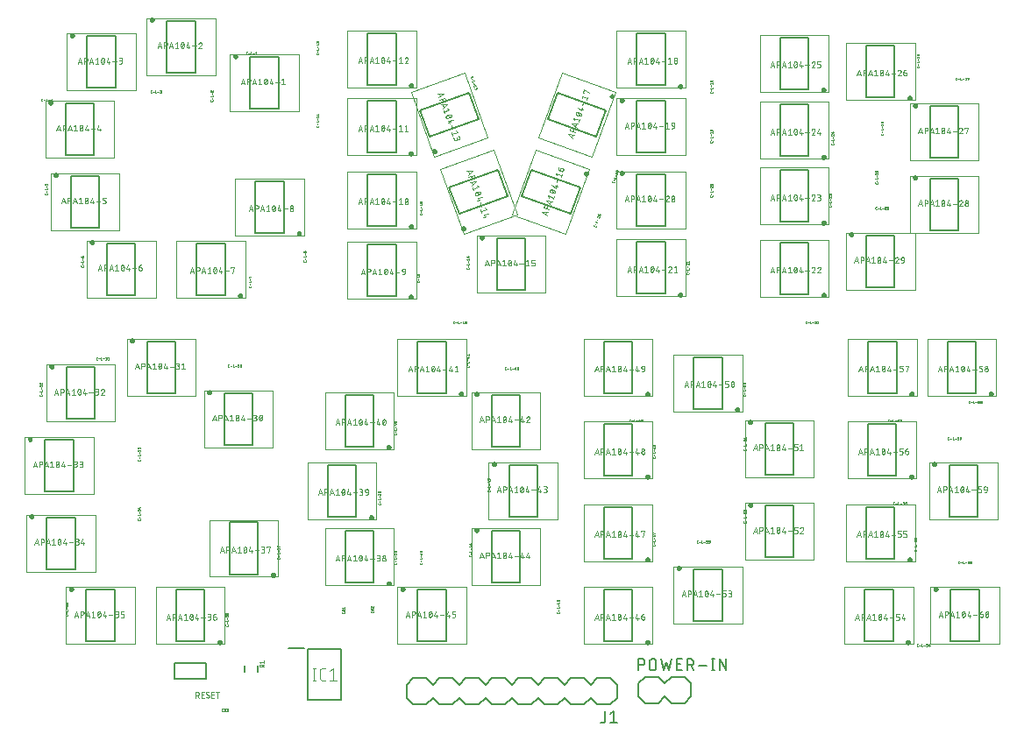
<source format=gto>
G04 EAGLE Gerber RS-274X export*
G75*
%MOMM*%
%FSLAX34Y34*%
%LPD*%
%AMOC8*
5,1,8,0,0,1.08239X$1,22.5*%
G01*
%ADD10C,0.050800*%
%ADD11C,0.050000*%
%ADD12C,0.200000*%
%ADD13C,0.250000*%
%ADD14C,0.025400*%
%ADD15C,0.101600*%
%ADD16C,0.203200*%
%ADD17C,0.127000*%
%ADD18C,0.152400*%


D10*
X249855Y903476D02*
X251717Y909064D01*
X253580Y903476D01*
X253114Y904873D02*
X250320Y904873D01*
X255917Y903476D02*
X255917Y909064D01*
X257469Y909064D01*
X257546Y909062D01*
X257624Y909056D01*
X257700Y909047D01*
X257777Y909033D01*
X257852Y909016D01*
X257926Y908995D01*
X258000Y908970D01*
X258072Y908942D01*
X258142Y908910D01*
X258211Y908875D01*
X258278Y908836D01*
X258343Y908794D01*
X258406Y908749D01*
X258467Y908701D01*
X258525Y908650D01*
X258580Y908596D01*
X258633Y908539D01*
X258682Y908480D01*
X258729Y908418D01*
X258773Y908354D01*
X258813Y908288D01*
X258850Y908220D01*
X258884Y908150D01*
X258914Y908079D01*
X258940Y908006D01*
X258963Y907932D01*
X258982Y907857D01*
X258997Y907782D01*
X259009Y907705D01*
X259017Y907628D01*
X259021Y907551D01*
X259021Y907473D01*
X259017Y907396D01*
X259009Y907319D01*
X258997Y907242D01*
X258982Y907167D01*
X258963Y907092D01*
X258940Y907018D01*
X258914Y906945D01*
X258884Y906874D01*
X258850Y906804D01*
X258813Y906736D01*
X258773Y906670D01*
X258729Y906606D01*
X258682Y906544D01*
X258633Y906485D01*
X258580Y906428D01*
X258525Y906374D01*
X258467Y906323D01*
X258406Y906275D01*
X258343Y906230D01*
X258278Y906188D01*
X258211Y906149D01*
X258142Y906114D01*
X258072Y906082D01*
X258000Y906054D01*
X257926Y906029D01*
X257852Y906008D01*
X257777Y905991D01*
X257700Y905977D01*
X257624Y905968D01*
X257546Y905962D01*
X257469Y905960D01*
X255917Y905960D01*
X260827Y903476D02*
X262690Y909064D01*
X264553Y903476D01*
X264087Y904873D02*
X261293Y904873D01*
X266624Y907822D02*
X268176Y909064D01*
X268176Y903476D01*
X266624Y903476D02*
X269729Y903476D01*
X272110Y906270D02*
X272112Y906401D01*
X272117Y906531D01*
X272127Y906661D01*
X272140Y906791D01*
X272156Y906921D01*
X272176Y907050D01*
X272200Y907178D01*
X272228Y907305D01*
X272259Y907432D01*
X272294Y907558D01*
X272332Y907683D01*
X272374Y907807D01*
X272419Y907929D01*
X272468Y908050D01*
X272520Y908170D01*
X272576Y908288D01*
X272599Y908348D01*
X272625Y908408D01*
X272654Y908465D01*
X272687Y908521D01*
X272723Y908575D01*
X272761Y908627D01*
X272803Y908677D01*
X272847Y908724D01*
X272894Y908769D01*
X272944Y908811D01*
X272995Y908850D01*
X273049Y908886D01*
X273105Y908919D01*
X273162Y908949D01*
X273221Y908976D01*
X273282Y908999D01*
X273343Y909019D01*
X273406Y909035D01*
X273470Y909048D01*
X273534Y909057D01*
X273598Y909062D01*
X273663Y909064D01*
X273728Y909062D01*
X273792Y909057D01*
X273856Y909048D01*
X273920Y909035D01*
X273983Y909019D01*
X274044Y908999D01*
X274105Y908976D01*
X274164Y908949D01*
X274221Y908919D01*
X274277Y908886D01*
X274331Y908850D01*
X274382Y908811D01*
X274432Y908769D01*
X274479Y908724D01*
X274523Y908677D01*
X274565Y908627D01*
X274603Y908575D01*
X274639Y908521D01*
X274672Y908465D01*
X274701Y908408D01*
X274727Y908348D01*
X274750Y908288D01*
X274749Y908288D02*
X274805Y908170D01*
X274857Y908050D01*
X274906Y907929D01*
X274951Y907807D01*
X274993Y907683D01*
X275031Y907558D01*
X275066Y907432D01*
X275097Y907306D01*
X275125Y907178D01*
X275149Y907050D01*
X275169Y906921D01*
X275185Y906791D01*
X275198Y906661D01*
X275208Y906531D01*
X275213Y906401D01*
X275215Y906270D01*
X272111Y906270D02*
X272113Y906139D01*
X272118Y906009D01*
X272128Y905879D01*
X272141Y905749D01*
X272157Y905619D01*
X272177Y905490D01*
X272201Y905362D01*
X272229Y905235D01*
X272260Y905108D01*
X272295Y904982D01*
X272333Y904857D01*
X272375Y904733D01*
X272420Y904611D01*
X272469Y904490D01*
X272521Y904370D01*
X272577Y904252D01*
X272576Y904252D02*
X272599Y904192D01*
X272625Y904132D01*
X272654Y904075D01*
X272687Y904019D01*
X272723Y903965D01*
X272761Y903913D01*
X272803Y903863D01*
X272847Y903816D01*
X272894Y903771D01*
X272944Y903729D01*
X272995Y903690D01*
X273049Y903654D01*
X273105Y903621D01*
X273162Y903591D01*
X273221Y903564D01*
X273282Y903541D01*
X273343Y903521D01*
X273406Y903505D01*
X273470Y903492D01*
X273534Y903483D01*
X273598Y903478D01*
X273663Y903476D01*
X274749Y904252D02*
X274805Y904370D01*
X274857Y904490D01*
X274906Y904611D01*
X274951Y904733D01*
X274993Y904857D01*
X275031Y904982D01*
X275066Y905108D01*
X275097Y905234D01*
X275125Y905362D01*
X275149Y905490D01*
X275169Y905619D01*
X275185Y905749D01*
X275198Y905879D01*
X275208Y906009D01*
X275213Y906139D01*
X275215Y906270D01*
X274750Y904252D02*
X274727Y904192D01*
X274701Y904132D01*
X274672Y904075D01*
X274639Y904019D01*
X274603Y903965D01*
X274565Y903913D01*
X274523Y903863D01*
X274479Y903816D01*
X274432Y903771D01*
X274382Y903729D01*
X274331Y903690D01*
X274277Y903654D01*
X274221Y903621D01*
X274164Y903591D01*
X274105Y903564D01*
X274044Y903541D01*
X273983Y903521D01*
X273920Y903505D01*
X273856Y903492D01*
X273792Y903483D01*
X273728Y903478D01*
X273663Y903476D01*
X272421Y904718D02*
X274904Y907822D01*
X277597Y904718D02*
X278839Y909064D01*
X277597Y904718D02*
X280701Y904718D01*
X279770Y905960D02*
X279770Y903476D01*
X283139Y905649D02*
X286864Y905649D01*
X289301Y907822D02*
X290853Y909064D01*
X290853Y903476D01*
X289301Y903476D02*
X292406Y903476D01*
D11*
X305650Y932500D02*
X239150Y932500D01*
X305650Y932500D02*
X305650Y877500D01*
X239150Y877500D01*
X239150Y932500D01*
D12*
X258650Y930000D02*
X286150Y930000D01*
X286150Y880000D01*
X258650Y880000D01*
X258650Y930000D01*
D13*
X242900Y930750D02*
X242902Y930820D01*
X242908Y930890D01*
X242918Y930959D01*
X242931Y931028D01*
X242949Y931096D01*
X242970Y931163D01*
X242995Y931228D01*
X243024Y931292D01*
X243056Y931355D01*
X243092Y931415D01*
X243131Y931473D01*
X243173Y931529D01*
X243218Y931583D01*
X243266Y931634D01*
X243317Y931682D01*
X243371Y931727D01*
X243427Y931769D01*
X243485Y931808D01*
X243545Y931844D01*
X243608Y931876D01*
X243672Y931905D01*
X243737Y931930D01*
X243804Y931951D01*
X243872Y931969D01*
X243941Y931982D01*
X244010Y931992D01*
X244080Y931998D01*
X244150Y932000D01*
X244220Y931998D01*
X244290Y931992D01*
X244359Y931982D01*
X244428Y931969D01*
X244496Y931951D01*
X244563Y931930D01*
X244628Y931905D01*
X244692Y931876D01*
X244755Y931844D01*
X244815Y931808D01*
X244873Y931769D01*
X244929Y931727D01*
X244983Y931682D01*
X245034Y931634D01*
X245082Y931583D01*
X245127Y931529D01*
X245169Y931473D01*
X245208Y931415D01*
X245244Y931355D01*
X245276Y931292D01*
X245305Y931228D01*
X245330Y931163D01*
X245351Y931096D01*
X245369Y931028D01*
X245382Y930959D01*
X245392Y930890D01*
X245398Y930820D01*
X245400Y930750D01*
X245398Y930680D01*
X245392Y930610D01*
X245382Y930541D01*
X245369Y930472D01*
X245351Y930404D01*
X245330Y930337D01*
X245305Y930272D01*
X245276Y930208D01*
X245244Y930145D01*
X245208Y930085D01*
X245169Y930027D01*
X245127Y929971D01*
X245082Y929917D01*
X245034Y929866D01*
X244983Y929818D01*
X244929Y929773D01*
X244873Y929731D01*
X244815Y929692D01*
X244755Y929656D01*
X244692Y929624D01*
X244628Y929595D01*
X244563Y929570D01*
X244496Y929549D01*
X244428Y929531D01*
X244359Y929518D01*
X244290Y929508D01*
X244220Y929502D01*
X244150Y929500D01*
X244080Y929502D01*
X244010Y929508D01*
X243941Y929518D01*
X243872Y929531D01*
X243804Y929549D01*
X243737Y929570D01*
X243672Y929595D01*
X243608Y929624D01*
X243545Y929656D01*
X243485Y929692D01*
X243427Y929731D01*
X243371Y929773D01*
X243317Y929818D01*
X243266Y929866D01*
X243218Y929917D01*
X243173Y929971D01*
X243131Y930027D01*
X243092Y930085D01*
X243056Y930145D01*
X243024Y930208D01*
X242995Y930272D01*
X242970Y930337D01*
X242949Y930404D01*
X242931Y930472D01*
X242918Y930541D01*
X242908Y930610D01*
X242902Y930680D01*
X242900Y930750D01*
D10*
X171317Y944064D02*
X169455Y938476D01*
X173180Y938476D02*
X171317Y944064D01*
X172714Y939873D02*
X169920Y939873D01*
X175517Y938476D02*
X175517Y944064D01*
X177069Y944064D01*
X177146Y944062D01*
X177224Y944056D01*
X177300Y944047D01*
X177377Y944033D01*
X177452Y944016D01*
X177526Y943995D01*
X177600Y943970D01*
X177672Y943942D01*
X177742Y943910D01*
X177811Y943875D01*
X177878Y943836D01*
X177943Y943794D01*
X178006Y943749D01*
X178067Y943701D01*
X178125Y943650D01*
X178180Y943596D01*
X178233Y943539D01*
X178282Y943480D01*
X178329Y943418D01*
X178373Y943354D01*
X178413Y943288D01*
X178450Y943220D01*
X178484Y943150D01*
X178514Y943079D01*
X178540Y943006D01*
X178563Y942932D01*
X178582Y942857D01*
X178597Y942782D01*
X178609Y942705D01*
X178617Y942628D01*
X178621Y942551D01*
X178621Y942473D01*
X178617Y942396D01*
X178609Y942319D01*
X178597Y942242D01*
X178582Y942167D01*
X178563Y942092D01*
X178540Y942018D01*
X178514Y941945D01*
X178484Y941874D01*
X178450Y941804D01*
X178413Y941736D01*
X178373Y941670D01*
X178329Y941606D01*
X178282Y941544D01*
X178233Y941485D01*
X178180Y941428D01*
X178125Y941374D01*
X178067Y941323D01*
X178006Y941275D01*
X177943Y941230D01*
X177878Y941188D01*
X177811Y941149D01*
X177742Y941114D01*
X177672Y941082D01*
X177600Y941054D01*
X177526Y941029D01*
X177452Y941008D01*
X177377Y940991D01*
X177300Y940977D01*
X177224Y940968D01*
X177146Y940962D01*
X177069Y940960D01*
X175517Y940960D01*
X180427Y938476D02*
X182290Y944064D01*
X184153Y938476D01*
X183687Y939873D02*
X180893Y939873D01*
X186224Y942822D02*
X187776Y944064D01*
X187776Y938476D01*
X186224Y938476D02*
X189329Y938476D01*
X191710Y941270D02*
X191712Y941401D01*
X191717Y941531D01*
X191727Y941661D01*
X191740Y941791D01*
X191756Y941921D01*
X191776Y942050D01*
X191800Y942178D01*
X191828Y942305D01*
X191859Y942432D01*
X191894Y942558D01*
X191932Y942683D01*
X191974Y942807D01*
X192019Y942929D01*
X192068Y943050D01*
X192120Y943170D01*
X192176Y943288D01*
X192199Y943348D01*
X192225Y943408D01*
X192254Y943465D01*
X192287Y943521D01*
X192323Y943575D01*
X192361Y943627D01*
X192403Y943677D01*
X192447Y943724D01*
X192494Y943769D01*
X192544Y943811D01*
X192595Y943850D01*
X192649Y943886D01*
X192705Y943919D01*
X192762Y943949D01*
X192821Y943976D01*
X192882Y943999D01*
X192943Y944019D01*
X193006Y944035D01*
X193070Y944048D01*
X193134Y944057D01*
X193198Y944062D01*
X193263Y944064D01*
X193328Y944062D01*
X193392Y944057D01*
X193456Y944048D01*
X193520Y944035D01*
X193583Y944019D01*
X193644Y943999D01*
X193705Y943976D01*
X193764Y943949D01*
X193821Y943919D01*
X193877Y943886D01*
X193931Y943850D01*
X193982Y943811D01*
X194032Y943769D01*
X194079Y943724D01*
X194123Y943677D01*
X194165Y943627D01*
X194203Y943575D01*
X194239Y943521D01*
X194272Y943465D01*
X194301Y943408D01*
X194327Y943348D01*
X194350Y943288D01*
X194349Y943288D02*
X194405Y943170D01*
X194457Y943050D01*
X194506Y942929D01*
X194551Y942807D01*
X194593Y942683D01*
X194631Y942558D01*
X194666Y942432D01*
X194697Y942306D01*
X194725Y942178D01*
X194749Y942050D01*
X194769Y941921D01*
X194785Y941791D01*
X194798Y941661D01*
X194808Y941531D01*
X194813Y941401D01*
X194815Y941270D01*
X191711Y941270D02*
X191713Y941139D01*
X191718Y941009D01*
X191728Y940879D01*
X191741Y940749D01*
X191757Y940619D01*
X191777Y940490D01*
X191801Y940362D01*
X191829Y940235D01*
X191860Y940108D01*
X191895Y939982D01*
X191933Y939857D01*
X191975Y939733D01*
X192020Y939611D01*
X192069Y939490D01*
X192121Y939370D01*
X192177Y939252D01*
X192176Y939252D02*
X192199Y939192D01*
X192225Y939132D01*
X192254Y939075D01*
X192287Y939019D01*
X192323Y938965D01*
X192361Y938913D01*
X192403Y938863D01*
X192447Y938816D01*
X192494Y938771D01*
X192544Y938729D01*
X192595Y938690D01*
X192649Y938654D01*
X192705Y938621D01*
X192762Y938591D01*
X192821Y938564D01*
X192882Y938541D01*
X192943Y938521D01*
X193006Y938505D01*
X193070Y938492D01*
X193134Y938483D01*
X193198Y938478D01*
X193263Y938476D01*
X194349Y939252D02*
X194405Y939370D01*
X194457Y939490D01*
X194506Y939611D01*
X194551Y939733D01*
X194593Y939857D01*
X194631Y939982D01*
X194666Y940108D01*
X194697Y940234D01*
X194725Y940362D01*
X194749Y940490D01*
X194769Y940619D01*
X194785Y940749D01*
X194798Y940879D01*
X194808Y941009D01*
X194813Y941139D01*
X194815Y941270D01*
X194350Y939252D02*
X194327Y939192D01*
X194301Y939132D01*
X194272Y939075D01*
X194239Y939019D01*
X194203Y938965D01*
X194165Y938913D01*
X194123Y938863D01*
X194079Y938816D01*
X194032Y938771D01*
X193982Y938729D01*
X193931Y938690D01*
X193877Y938654D01*
X193821Y938621D01*
X193764Y938591D01*
X193705Y938564D01*
X193644Y938541D01*
X193583Y938521D01*
X193520Y938505D01*
X193456Y938492D01*
X193392Y938483D01*
X193328Y938478D01*
X193263Y938476D01*
X192021Y939718D02*
X194504Y942822D01*
X197197Y939718D02*
X198439Y944064D01*
X197197Y939718D02*
X200301Y939718D01*
X199370Y940960D02*
X199370Y938476D01*
X202739Y940649D02*
X206464Y940649D01*
X210609Y944064D02*
X210682Y944062D01*
X210755Y944056D01*
X210828Y944047D01*
X210899Y944033D01*
X210971Y944016D01*
X211041Y943996D01*
X211110Y943971D01*
X211177Y943943D01*
X211243Y943912D01*
X211308Y943877D01*
X211370Y943839D01*
X211430Y943797D01*
X211488Y943753D01*
X211544Y943705D01*
X211597Y943655D01*
X211647Y943602D01*
X211695Y943546D01*
X211739Y943488D01*
X211781Y943428D01*
X211819Y943366D01*
X211854Y943301D01*
X211885Y943235D01*
X211913Y943168D01*
X211938Y943099D01*
X211958Y943029D01*
X211975Y942957D01*
X211989Y942886D01*
X211998Y942813D01*
X212004Y942740D01*
X212006Y942667D01*
X210609Y944064D02*
X210525Y944062D01*
X210442Y944056D01*
X210359Y944047D01*
X210277Y944033D01*
X210195Y944016D01*
X210114Y943994D01*
X210034Y943969D01*
X209956Y943941D01*
X209878Y943909D01*
X209803Y943873D01*
X209729Y943834D01*
X209657Y943791D01*
X209587Y943745D01*
X209520Y943696D01*
X209454Y943643D01*
X209392Y943588D01*
X209332Y943530D01*
X209274Y943469D01*
X209220Y943406D01*
X209168Y943340D01*
X209120Y943272D01*
X209075Y943201D01*
X209033Y943129D01*
X208995Y943054D01*
X208960Y942978D01*
X208929Y942901D01*
X208901Y942822D01*
X211539Y941581D02*
X211593Y941634D01*
X211644Y941691D01*
X211692Y941750D01*
X211737Y941811D01*
X211778Y941874D01*
X211817Y941940D01*
X211852Y942007D01*
X211884Y942076D01*
X211912Y942147D01*
X211936Y942218D01*
X211957Y942291D01*
X211974Y942365D01*
X211988Y942440D01*
X211997Y942515D01*
X212003Y942591D01*
X212005Y942667D01*
X211540Y941580D02*
X208901Y938476D01*
X212006Y938476D01*
D11*
X225250Y967500D02*
X158750Y967500D01*
X225250Y967500D02*
X225250Y912500D01*
X158750Y912500D01*
X158750Y967500D01*
D12*
X178250Y965000D02*
X205750Y965000D01*
X205750Y915000D01*
X178250Y915000D01*
X178250Y965000D01*
D13*
X162500Y965750D02*
X162502Y965820D01*
X162508Y965890D01*
X162518Y965959D01*
X162531Y966028D01*
X162549Y966096D01*
X162570Y966163D01*
X162595Y966228D01*
X162624Y966292D01*
X162656Y966355D01*
X162692Y966415D01*
X162731Y966473D01*
X162773Y966529D01*
X162818Y966583D01*
X162866Y966634D01*
X162917Y966682D01*
X162971Y966727D01*
X163027Y966769D01*
X163085Y966808D01*
X163145Y966844D01*
X163208Y966876D01*
X163272Y966905D01*
X163337Y966930D01*
X163404Y966951D01*
X163472Y966969D01*
X163541Y966982D01*
X163610Y966992D01*
X163680Y966998D01*
X163750Y967000D01*
X163820Y966998D01*
X163890Y966992D01*
X163959Y966982D01*
X164028Y966969D01*
X164096Y966951D01*
X164163Y966930D01*
X164228Y966905D01*
X164292Y966876D01*
X164355Y966844D01*
X164415Y966808D01*
X164473Y966769D01*
X164529Y966727D01*
X164583Y966682D01*
X164634Y966634D01*
X164682Y966583D01*
X164727Y966529D01*
X164769Y966473D01*
X164808Y966415D01*
X164844Y966355D01*
X164876Y966292D01*
X164905Y966228D01*
X164930Y966163D01*
X164951Y966096D01*
X164969Y966028D01*
X164982Y965959D01*
X164992Y965890D01*
X164998Y965820D01*
X165000Y965750D01*
X164998Y965680D01*
X164992Y965610D01*
X164982Y965541D01*
X164969Y965472D01*
X164951Y965404D01*
X164930Y965337D01*
X164905Y965272D01*
X164876Y965208D01*
X164844Y965145D01*
X164808Y965085D01*
X164769Y965027D01*
X164727Y964971D01*
X164682Y964917D01*
X164634Y964866D01*
X164583Y964818D01*
X164529Y964773D01*
X164473Y964731D01*
X164415Y964692D01*
X164355Y964656D01*
X164292Y964624D01*
X164228Y964595D01*
X164163Y964570D01*
X164096Y964549D01*
X164028Y964531D01*
X163959Y964518D01*
X163890Y964508D01*
X163820Y964502D01*
X163750Y964500D01*
X163680Y964502D01*
X163610Y964508D01*
X163541Y964518D01*
X163472Y964531D01*
X163404Y964549D01*
X163337Y964570D01*
X163272Y964595D01*
X163208Y964624D01*
X163145Y964656D01*
X163085Y964692D01*
X163027Y964731D01*
X162971Y964773D01*
X162917Y964818D01*
X162866Y964866D01*
X162818Y964917D01*
X162773Y964971D01*
X162731Y965027D01*
X162692Y965085D01*
X162656Y965145D01*
X162624Y965208D01*
X162595Y965272D01*
X162570Y965337D01*
X162549Y965404D01*
X162531Y965472D01*
X162518Y965541D01*
X162508Y965610D01*
X162502Y965680D01*
X162500Y965750D01*
D14*
X349973Y393541D02*
X349973Y393033D01*
X349971Y392989D01*
X349965Y392945D01*
X349956Y392902D01*
X349942Y392859D01*
X349925Y392818D01*
X349905Y392779D01*
X349881Y392742D01*
X349854Y392706D01*
X349824Y392674D01*
X349792Y392644D01*
X349756Y392617D01*
X349719Y392593D01*
X349680Y392573D01*
X349639Y392556D01*
X349596Y392542D01*
X349553Y392533D01*
X349509Y392527D01*
X349465Y392525D01*
X348195Y392525D01*
X348151Y392527D01*
X348107Y392533D01*
X348064Y392542D01*
X348021Y392556D01*
X347980Y392573D01*
X347941Y392593D01*
X347904Y392617D01*
X347868Y392644D01*
X347836Y392674D01*
X347806Y392706D01*
X347779Y392742D01*
X347755Y392779D01*
X347735Y392818D01*
X347718Y392859D01*
X347704Y392902D01*
X347695Y392945D01*
X347689Y392989D01*
X347687Y393033D01*
X347687Y393541D01*
X349338Y394437D02*
X349289Y394439D01*
X349241Y394444D01*
X349193Y394454D01*
X349146Y394467D01*
X349101Y394483D01*
X349056Y394503D01*
X349014Y394526D01*
X348973Y394553D01*
X348934Y394582D01*
X348898Y394614D01*
X348864Y394650D01*
X348833Y394687D01*
X348805Y394727D01*
X348780Y394769D01*
X348759Y394812D01*
X348740Y394857D01*
X348726Y394904D01*
X348715Y394951D01*
X348707Y394999D01*
X348703Y395048D01*
X348703Y395096D01*
X348707Y395145D01*
X348715Y395193D01*
X348726Y395240D01*
X348740Y395287D01*
X348759Y395332D01*
X348780Y395375D01*
X348805Y395417D01*
X348833Y395457D01*
X348864Y395494D01*
X348898Y395530D01*
X348934Y395562D01*
X348973Y395591D01*
X349014Y395618D01*
X349056Y395641D01*
X349101Y395661D01*
X349146Y395677D01*
X349193Y395690D01*
X349241Y395700D01*
X349289Y395705D01*
X349338Y395707D01*
X349387Y395705D01*
X349435Y395700D01*
X349483Y395690D01*
X349530Y395677D01*
X349575Y395661D01*
X349620Y395641D01*
X349662Y395618D01*
X349703Y395591D01*
X349742Y395562D01*
X349778Y395530D01*
X349812Y395494D01*
X349843Y395457D01*
X349871Y395417D01*
X349896Y395375D01*
X349917Y395332D01*
X349936Y395287D01*
X349950Y395240D01*
X349961Y395193D01*
X349969Y395145D01*
X349973Y395096D01*
X349973Y395048D01*
X349969Y394999D01*
X349961Y394951D01*
X349950Y394904D01*
X349936Y394857D01*
X349917Y394812D01*
X349896Y394769D01*
X349871Y394727D01*
X349843Y394687D01*
X349812Y394650D01*
X349778Y394614D01*
X349742Y394582D01*
X349703Y394553D01*
X349662Y394526D01*
X349620Y394503D01*
X349575Y394483D01*
X349530Y394467D01*
X349483Y394454D01*
X349435Y394444D01*
X349387Y394439D01*
X349338Y394437D01*
X348195Y394564D02*
X348151Y394566D01*
X348107Y394572D01*
X348064Y394581D01*
X348021Y394595D01*
X347980Y394612D01*
X347941Y394632D01*
X347904Y394656D01*
X347868Y394683D01*
X347836Y394713D01*
X347806Y394745D01*
X347779Y394781D01*
X347755Y394818D01*
X347735Y394857D01*
X347718Y394898D01*
X347704Y394941D01*
X347695Y394984D01*
X347689Y395028D01*
X347687Y395072D01*
X347689Y395116D01*
X347695Y395160D01*
X347704Y395203D01*
X347718Y395246D01*
X347735Y395287D01*
X347755Y395326D01*
X347779Y395363D01*
X347806Y395399D01*
X347836Y395431D01*
X347868Y395461D01*
X347904Y395488D01*
X347941Y395512D01*
X347980Y395532D01*
X348021Y395549D01*
X348064Y395563D01*
X348107Y395572D01*
X348151Y395578D01*
X348195Y395580D01*
X348239Y395578D01*
X348283Y395572D01*
X348326Y395563D01*
X348369Y395549D01*
X348410Y395532D01*
X348449Y395512D01*
X348486Y395488D01*
X348522Y395461D01*
X348554Y395431D01*
X348584Y395399D01*
X348611Y395363D01*
X348635Y395326D01*
X348655Y395287D01*
X348672Y395246D01*
X348686Y395203D01*
X348695Y395160D01*
X348701Y395116D01*
X348703Y395072D01*
X348701Y395028D01*
X348695Y394984D01*
X348686Y394941D01*
X348672Y394898D01*
X348655Y394857D01*
X348635Y394818D01*
X348611Y394781D01*
X348584Y394745D01*
X348554Y394713D01*
X348522Y394683D01*
X348486Y394656D01*
X348449Y394632D01*
X348410Y394612D01*
X348369Y394595D01*
X348326Y394581D01*
X348283Y394572D01*
X348239Y394566D01*
X348195Y394564D01*
X348195Y396723D02*
X347687Y397358D01*
X349973Y397358D01*
X349973Y396723D02*
X349973Y397993D01*
X377473Y394341D02*
X377473Y393833D01*
X377471Y393789D01*
X377465Y393745D01*
X377456Y393702D01*
X377442Y393659D01*
X377425Y393618D01*
X377405Y393579D01*
X377381Y393542D01*
X377354Y393506D01*
X377324Y393474D01*
X377292Y393444D01*
X377256Y393417D01*
X377219Y393393D01*
X377180Y393373D01*
X377139Y393356D01*
X377096Y393342D01*
X377053Y393333D01*
X377009Y393327D01*
X376965Y393325D01*
X375695Y393325D01*
X375651Y393327D01*
X375607Y393333D01*
X375564Y393342D01*
X375521Y393356D01*
X375480Y393373D01*
X375441Y393393D01*
X375404Y393417D01*
X375368Y393444D01*
X375336Y393474D01*
X375306Y393506D01*
X375279Y393542D01*
X375255Y393579D01*
X375235Y393618D01*
X375218Y393659D01*
X375204Y393702D01*
X375195Y393745D01*
X375189Y393789D01*
X375187Y393833D01*
X375187Y394341D01*
X376838Y395237D02*
X376789Y395239D01*
X376741Y395244D01*
X376693Y395254D01*
X376646Y395267D01*
X376601Y395283D01*
X376556Y395303D01*
X376514Y395326D01*
X376473Y395353D01*
X376434Y395382D01*
X376398Y395414D01*
X376364Y395450D01*
X376333Y395487D01*
X376305Y395527D01*
X376280Y395569D01*
X376259Y395612D01*
X376240Y395657D01*
X376226Y395704D01*
X376215Y395751D01*
X376207Y395799D01*
X376203Y395848D01*
X376203Y395896D01*
X376207Y395945D01*
X376215Y395993D01*
X376226Y396040D01*
X376240Y396087D01*
X376259Y396132D01*
X376280Y396175D01*
X376305Y396217D01*
X376333Y396257D01*
X376364Y396294D01*
X376398Y396330D01*
X376434Y396362D01*
X376473Y396391D01*
X376514Y396418D01*
X376556Y396441D01*
X376601Y396461D01*
X376646Y396477D01*
X376693Y396490D01*
X376741Y396500D01*
X376789Y396505D01*
X376838Y396507D01*
X376887Y396505D01*
X376935Y396500D01*
X376983Y396490D01*
X377030Y396477D01*
X377075Y396461D01*
X377120Y396441D01*
X377162Y396418D01*
X377203Y396391D01*
X377242Y396362D01*
X377278Y396330D01*
X377312Y396294D01*
X377343Y396257D01*
X377371Y396217D01*
X377396Y396175D01*
X377417Y396132D01*
X377436Y396087D01*
X377450Y396040D01*
X377461Y395993D01*
X377469Y395945D01*
X377473Y395896D01*
X377473Y395848D01*
X377469Y395799D01*
X377461Y395751D01*
X377450Y395704D01*
X377436Y395657D01*
X377417Y395612D01*
X377396Y395569D01*
X377371Y395527D01*
X377343Y395487D01*
X377312Y395450D01*
X377278Y395414D01*
X377242Y395382D01*
X377203Y395353D01*
X377162Y395326D01*
X377120Y395303D01*
X377075Y395283D01*
X377030Y395267D01*
X376983Y395254D01*
X376935Y395244D01*
X376887Y395239D01*
X376838Y395237D01*
X375695Y395364D02*
X375651Y395366D01*
X375607Y395372D01*
X375564Y395381D01*
X375521Y395395D01*
X375480Y395412D01*
X375441Y395432D01*
X375404Y395456D01*
X375368Y395483D01*
X375336Y395513D01*
X375306Y395545D01*
X375279Y395581D01*
X375255Y395618D01*
X375235Y395657D01*
X375218Y395698D01*
X375204Y395741D01*
X375195Y395784D01*
X375189Y395828D01*
X375187Y395872D01*
X375189Y395916D01*
X375195Y395960D01*
X375204Y396003D01*
X375218Y396046D01*
X375235Y396087D01*
X375255Y396126D01*
X375279Y396163D01*
X375306Y396199D01*
X375336Y396231D01*
X375368Y396261D01*
X375404Y396288D01*
X375441Y396312D01*
X375480Y396332D01*
X375521Y396349D01*
X375564Y396363D01*
X375607Y396372D01*
X375651Y396378D01*
X375695Y396380D01*
X375739Y396378D01*
X375783Y396372D01*
X375826Y396363D01*
X375869Y396349D01*
X375910Y396332D01*
X375949Y396312D01*
X375986Y396288D01*
X376022Y396261D01*
X376054Y396231D01*
X376084Y396199D01*
X376111Y396163D01*
X376135Y396126D01*
X376155Y396087D01*
X376172Y396046D01*
X376186Y396003D01*
X376195Y395960D01*
X376201Y395916D01*
X376203Y395872D01*
X376201Y395828D01*
X376195Y395784D01*
X376186Y395741D01*
X376172Y395698D01*
X376155Y395657D01*
X376135Y395618D01*
X376111Y395581D01*
X376084Y395545D01*
X376054Y395513D01*
X376022Y395483D01*
X375986Y395456D01*
X375949Y395432D01*
X375910Y395412D01*
X375869Y395395D01*
X375826Y395381D01*
X375783Y395372D01*
X375739Y395366D01*
X375695Y395364D01*
X375187Y398222D02*
X375189Y398267D01*
X375194Y398311D01*
X375203Y398356D01*
X375215Y398399D01*
X375231Y398441D01*
X375249Y398482D01*
X375271Y398521D01*
X375296Y398558D01*
X375324Y398593D01*
X375355Y398626D01*
X375388Y398657D01*
X375423Y398685D01*
X375460Y398710D01*
X375499Y398732D01*
X375540Y398750D01*
X375582Y398766D01*
X375625Y398778D01*
X375670Y398787D01*
X375714Y398792D01*
X375759Y398794D01*
X375187Y398222D02*
X375189Y398171D01*
X375194Y398120D01*
X375203Y398069D01*
X375215Y398020D01*
X375231Y397971D01*
X375251Y397923D01*
X375273Y397877D01*
X375299Y397833D01*
X375327Y397790D01*
X375359Y397750D01*
X375393Y397712D01*
X375430Y397676D01*
X375470Y397643D01*
X375511Y397613D01*
X375555Y397586D01*
X375600Y397562D01*
X375647Y397541D01*
X375695Y397524D01*
X376204Y398602D02*
X376171Y398634D01*
X376137Y398663D01*
X376100Y398690D01*
X376062Y398713D01*
X376021Y398734D01*
X375980Y398752D01*
X375937Y398767D01*
X375894Y398778D01*
X375849Y398786D01*
X375804Y398791D01*
X375759Y398793D01*
X376203Y398603D02*
X377473Y397523D01*
X377473Y398793D01*
X232641Y297527D02*
X232133Y297527D01*
X232089Y297529D01*
X232045Y297535D01*
X232002Y297544D01*
X231959Y297558D01*
X231918Y297575D01*
X231879Y297595D01*
X231842Y297619D01*
X231806Y297646D01*
X231774Y297676D01*
X231744Y297708D01*
X231717Y297744D01*
X231693Y297781D01*
X231673Y297820D01*
X231656Y297861D01*
X231642Y297904D01*
X231633Y297947D01*
X231627Y297991D01*
X231625Y298035D01*
X231625Y299305D01*
X231627Y299349D01*
X231633Y299393D01*
X231642Y299436D01*
X231656Y299479D01*
X231673Y299520D01*
X231693Y299559D01*
X231717Y299596D01*
X231744Y299632D01*
X231774Y299664D01*
X231806Y299694D01*
X231842Y299721D01*
X231879Y299745D01*
X231918Y299765D01*
X231959Y299782D01*
X232002Y299796D01*
X232045Y299805D01*
X232089Y299811D01*
X232133Y299813D01*
X232641Y299813D01*
X233537Y298162D02*
X233539Y298211D01*
X233544Y298259D01*
X233554Y298307D01*
X233567Y298354D01*
X233583Y298399D01*
X233603Y298444D01*
X233626Y298486D01*
X233653Y298527D01*
X233682Y298566D01*
X233714Y298602D01*
X233750Y298636D01*
X233787Y298667D01*
X233827Y298695D01*
X233869Y298720D01*
X233912Y298741D01*
X233957Y298760D01*
X234004Y298774D01*
X234051Y298785D01*
X234099Y298793D01*
X234148Y298797D01*
X234196Y298797D01*
X234245Y298793D01*
X234293Y298785D01*
X234340Y298774D01*
X234387Y298760D01*
X234432Y298741D01*
X234475Y298720D01*
X234517Y298695D01*
X234557Y298667D01*
X234594Y298636D01*
X234630Y298602D01*
X234662Y298566D01*
X234691Y298527D01*
X234718Y298486D01*
X234741Y298444D01*
X234761Y298399D01*
X234777Y298354D01*
X234790Y298307D01*
X234800Y298259D01*
X234805Y298211D01*
X234807Y298162D01*
X234805Y298113D01*
X234800Y298065D01*
X234790Y298017D01*
X234777Y297970D01*
X234761Y297925D01*
X234741Y297880D01*
X234718Y297838D01*
X234691Y297797D01*
X234662Y297758D01*
X234630Y297722D01*
X234594Y297688D01*
X234557Y297657D01*
X234517Y297629D01*
X234475Y297604D01*
X234432Y297583D01*
X234387Y297564D01*
X234340Y297550D01*
X234293Y297539D01*
X234245Y297531D01*
X234196Y297527D01*
X234148Y297527D01*
X234099Y297531D01*
X234051Y297539D01*
X234004Y297550D01*
X233957Y297564D01*
X233912Y297583D01*
X233869Y297604D01*
X233827Y297629D01*
X233787Y297657D01*
X233750Y297688D01*
X233714Y297722D01*
X233682Y297758D01*
X233653Y297797D01*
X233626Y297838D01*
X233603Y297880D01*
X233583Y297925D01*
X233567Y297970D01*
X233554Y298017D01*
X233544Y298065D01*
X233539Y298113D01*
X233537Y298162D01*
X233664Y299305D02*
X233666Y299349D01*
X233672Y299393D01*
X233681Y299436D01*
X233695Y299479D01*
X233712Y299520D01*
X233732Y299559D01*
X233756Y299596D01*
X233783Y299632D01*
X233813Y299664D01*
X233845Y299694D01*
X233881Y299721D01*
X233918Y299745D01*
X233957Y299765D01*
X233998Y299782D01*
X234041Y299796D01*
X234084Y299805D01*
X234128Y299811D01*
X234172Y299813D01*
X234216Y299811D01*
X234260Y299805D01*
X234303Y299796D01*
X234346Y299782D01*
X234387Y299765D01*
X234426Y299745D01*
X234463Y299721D01*
X234499Y299694D01*
X234531Y299664D01*
X234561Y299632D01*
X234588Y299596D01*
X234612Y299559D01*
X234632Y299520D01*
X234649Y299479D01*
X234663Y299436D01*
X234672Y299393D01*
X234678Y299349D01*
X234680Y299305D01*
X234678Y299261D01*
X234672Y299217D01*
X234663Y299174D01*
X234649Y299131D01*
X234632Y299090D01*
X234612Y299051D01*
X234588Y299014D01*
X234561Y298978D01*
X234531Y298946D01*
X234499Y298916D01*
X234463Y298889D01*
X234426Y298865D01*
X234387Y298845D01*
X234346Y298828D01*
X234303Y298814D01*
X234260Y298805D01*
X234216Y298799D01*
X234172Y298797D01*
X234128Y298799D01*
X234084Y298805D01*
X234041Y298814D01*
X233998Y298828D01*
X233957Y298845D01*
X233918Y298865D01*
X233881Y298889D01*
X233845Y298916D01*
X233813Y298946D01*
X233783Y298978D01*
X233756Y299014D01*
X233732Y299051D01*
X233712Y299090D01*
X233695Y299131D01*
X233681Y299174D01*
X233672Y299217D01*
X233666Y299261D01*
X233664Y299305D01*
X235823Y297527D02*
X236458Y297527D01*
X236507Y297529D01*
X236555Y297534D01*
X236603Y297544D01*
X236650Y297557D01*
X236695Y297573D01*
X236740Y297593D01*
X236782Y297616D01*
X236823Y297643D01*
X236862Y297672D01*
X236898Y297704D01*
X236932Y297740D01*
X236963Y297777D01*
X236991Y297817D01*
X237016Y297859D01*
X237037Y297902D01*
X237056Y297947D01*
X237070Y297994D01*
X237081Y298041D01*
X237089Y298089D01*
X237093Y298138D01*
X237093Y298186D01*
X237089Y298235D01*
X237081Y298283D01*
X237070Y298330D01*
X237056Y298377D01*
X237037Y298422D01*
X237016Y298465D01*
X236991Y298507D01*
X236963Y298547D01*
X236932Y298584D01*
X236898Y298620D01*
X236862Y298652D01*
X236823Y298681D01*
X236782Y298708D01*
X236740Y298731D01*
X236695Y298751D01*
X236650Y298767D01*
X236603Y298780D01*
X236555Y298790D01*
X236507Y298795D01*
X236458Y298797D01*
X236585Y299813D02*
X235823Y299813D01*
X236585Y299813D02*
X236629Y299811D01*
X236673Y299805D01*
X236716Y299796D01*
X236759Y299782D01*
X236800Y299765D01*
X236839Y299745D01*
X236876Y299721D01*
X236912Y299694D01*
X236944Y299664D01*
X236974Y299632D01*
X237001Y299596D01*
X237025Y299559D01*
X237045Y299520D01*
X237062Y299479D01*
X237076Y299436D01*
X237085Y299393D01*
X237091Y299349D01*
X237093Y299305D01*
X237091Y299261D01*
X237085Y299217D01*
X237076Y299174D01*
X237062Y299131D01*
X237045Y299090D01*
X237025Y299051D01*
X237001Y299014D01*
X236974Y298978D01*
X236944Y298946D01*
X236912Y298916D01*
X236876Y298889D01*
X236839Y298865D01*
X236800Y298845D01*
X236759Y298828D01*
X236716Y298814D01*
X236673Y298805D01*
X236629Y298799D01*
X236585Y298797D01*
X236077Y298797D01*
D15*
X320292Y327258D02*
X320292Y338942D01*
X318994Y327258D02*
X321590Y327258D01*
X321590Y338942D02*
X318994Y338942D01*
X328754Y327258D02*
X331350Y327258D01*
X328754Y327258D02*
X328655Y327260D01*
X328555Y327266D01*
X328456Y327275D01*
X328358Y327288D01*
X328260Y327305D01*
X328162Y327326D01*
X328066Y327351D01*
X327971Y327379D01*
X327877Y327411D01*
X327784Y327446D01*
X327692Y327485D01*
X327602Y327528D01*
X327514Y327573D01*
X327427Y327623D01*
X327343Y327675D01*
X327260Y327731D01*
X327180Y327789D01*
X327102Y327851D01*
X327027Y327916D01*
X326954Y327984D01*
X326884Y328054D01*
X326816Y328127D01*
X326751Y328202D01*
X326689Y328280D01*
X326631Y328360D01*
X326575Y328443D01*
X326523Y328527D01*
X326473Y328614D01*
X326428Y328702D01*
X326385Y328792D01*
X326346Y328884D01*
X326311Y328977D01*
X326279Y329071D01*
X326251Y329166D01*
X326226Y329262D01*
X326205Y329360D01*
X326188Y329458D01*
X326175Y329556D01*
X326166Y329655D01*
X326160Y329755D01*
X326158Y329854D01*
X326157Y329854D02*
X326157Y336346D01*
X326158Y336346D02*
X326160Y336445D01*
X326166Y336545D01*
X326175Y336644D01*
X326188Y336742D01*
X326205Y336840D01*
X326226Y336938D01*
X326251Y337034D01*
X326279Y337129D01*
X326311Y337223D01*
X326346Y337316D01*
X326385Y337408D01*
X326428Y337498D01*
X326473Y337586D01*
X326523Y337673D01*
X326575Y337757D01*
X326631Y337840D01*
X326689Y337920D01*
X326751Y337998D01*
X326816Y338073D01*
X326884Y338146D01*
X326954Y338216D01*
X327027Y338284D01*
X327102Y338349D01*
X327180Y338411D01*
X327260Y338469D01*
X327343Y338525D01*
X327427Y338577D01*
X327514Y338627D01*
X327602Y338672D01*
X327692Y338715D01*
X327784Y338754D01*
X327876Y338789D01*
X327971Y338821D01*
X328066Y338849D01*
X328162Y338874D01*
X328260Y338895D01*
X328358Y338912D01*
X328456Y338925D01*
X328555Y338934D01*
X328655Y338940D01*
X328754Y338942D01*
X331350Y338942D01*
X335715Y336346D02*
X338961Y338942D01*
X338961Y327258D01*
X342206Y327258D02*
X335715Y327258D01*
D12*
X346600Y357720D02*
X314600Y357720D01*
X346600Y357720D02*
X346600Y308480D01*
X314600Y308480D01*
X314600Y357720D01*
X311100Y358900D02*
X295850Y358900D01*
D16*
X441450Y304100D02*
X454150Y304100D01*
X441450Y304100D02*
X435100Y310450D01*
X435100Y323150D02*
X441450Y329500D01*
X479550Y304100D02*
X485900Y310450D01*
X479550Y304100D02*
X466850Y304100D01*
X460500Y310450D01*
X460500Y323150D02*
X466850Y329500D01*
X479550Y329500D01*
X485900Y323150D01*
X460500Y310450D02*
X454150Y304100D01*
X460500Y323150D02*
X454150Y329500D01*
X441450Y329500D01*
X517650Y304100D02*
X530350Y304100D01*
X517650Y304100D02*
X511300Y310450D01*
X511300Y323150D02*
X517650Y329500D01*
X511300Y310450D02*
X504950Y304100D01*
X492250Y304100D01*
X485900Y310450D01*
X485900Y323150D02*
X492250Y329500D01*
X504950Y329500D01*
X511300Y323150D01*
X555750Y304100D02*
X562100Y310450D01*
X555750Y304100D02*
X543050Y304100D01*
X536700Y310450D01*
X536700Y323150D02*
X543050Y329500D01*
X555750Y329500D01*
X562100Y323150D01*
X536700Y310450D02*
X530350Y304100D01*
X536700Y323150D02*
X530350Y329500D01*
X517650Y329500D01*
X593850Y304100D02*
X606550Y304100D01*
X593850Y304100D02*
X587500Y310450D01*
X587500Y323150D02*
X593850Y329500D01*
X587500Y310450D02*
X581150Y304100D01*
X568450Y304100D01*
X562100Y310450D01*
X562100Y323150D02*
X568450Y329500D01*
X581150Y329500D01*
X587500Y323150D01*
X612900Y323150D02*
X612900Y310450D01*
X606550Y304100D01*
X612900Y323150D02*
X606550Y329500D01*
X593850Y329500D01*
X428750Y304100D02*
X416050Y304100D01*
X409700Y310450D01*
X409700Y323150D01*
X416050Y329500D01*
X435100Y310450D02*
X428750Y304100D01*
X435100Y323150D02*
X428750Y329500D01*
X416050Y329500D01*
D17*
X601268Y297877D02*
X601268Y288987D01*
X601266Y288887D01*
X601260Y288788D01*
X601250Y288688D01*
X601237Y288590D01*
X601219Y288491D01*
X601198Y288394D01*
X601173Y288298D01*
X601144Y288202D01*
X601111Y288108D01*
X601075Y288015D01*
X601035Y287924D01*
X600991Y287834D01*
X600944Y287746D01*
X600894Y287660D01*
X600840Y287576D01*
X600783Y287494D01*
X600723Y287415D01*
X600659Y287337D01*
X600593Y287263D01*
X600524Y287191D01*
X600452Y287122D01*
X600378Y287056D01*
X600300Y286992D01*
X600221Y286932D01*
X600139Y286875D01*
X600055Y286821D01*
X599969Y286771D01*
X599881Y286724D01*
X599791Y286680D01*
X599700Y286640D01*
X599607Y286604D01*
X599513Y286571D01*
X599417Y286542D01*
X599321Y286517D01*
X599224Y286496D01*
X599125Y286478D01*
X599027Y286465D01*
X598927Y286455D01*
X598828Y286449D01*
X598728Y286447D01*
X597458Y286447D01*
X606677Y295337D02*
X609852Y297877D01*
X609852Y286447D01*
X606677Y286447D02*
X613027Y286447D01*
D18*
X265700Y335900D02*
X265700Y341900D01*
X253700Y341900D02*
X253700Y335900D01*
D14*
X268082Y340640D02*
X271892Y340640D01*
X268082Y340640D02*
X268082Y341698D01*
X268084Y341762D01*
X268090Y341826D01*
X268099Y341889D01*
X268113Y341951D01*
X268130Y342013D01*
X268151Y342073D01*
X268175Y342132D01*
X268203Y342190D01*
X268235Y342245D01*
X268269Y342299D01*
X268307Y342350D01*
X268348Y342400D01*
X268392Y342446D01*
X268438Y342490D01*
X268488Y342531D01*
X268539Y342569D01*
X268593Y342603D01*
X268648Y342635D01*
X268706Y342663D01*
X268765Y342687D01*
X268825Y342708D01*
X268887Y342725D01*
X268949Y342739D01*
X269012Y342748D01*
X269076Y342754D01*
X269140Y342756D01*
X269204Y342754D01*
X269268Y342748D01*
X269331Y342739D01*
X269393Y342725D01*
X269455Y342708D01*
X269515Y342687D01*
X269574Y342663D01*
X269632Y342635D01*
X269687Y342603D01*
X269741Y342569D01*
X269792Y342531D01*
X269842Y342490D01*
X269888Y342446D01*
X269932Y342400D01*
X269973Y342350D01*
X270011Y342299D01*
X270045Y342245D01*
X270077Y342190D01*
X270105Y342132D01*
X270129Y342073D01*
X270150Y342013D01*
X270167Y341951D01*
X270181Y341889D01*
X270190Y341826D01*
X270196Y341762D01*
X270198Y341698D01*
X270199Y341698D02*
X270199Y340640D01*
X270199Y341910D02*
X271892Y342756D01*
X268929Y344276D02*
X268082Y345335D01*
X271892Y345335D01*
X271892Y346393D02*
X271892Y344276D01*
D10*
X206067Y316226D02*
X206067Y310638D01*
X206067Y316226D02*
X207619Y316226D01*
X207696Y316224D01*
X207774Y316218D01*
X207850Y316209D01*
X207927Y316195D01*
X208002Y316178D01*
X208076Y316157D01*
X208150Y316132D01*
X208222Y316104D01*
X208292Y316072D01*
X208361Y316037D01*
X208428Y315998D01*
X208493Y315956D01*
X208556Y315911D01*
X208617Y315863D01*
X208675Y315812D01*
X208730Y315758D01*
X208783Y315701D01*
X208832Y315642D01*
X208879Y315580D01*
X208923Y315516D01*
X208963Y315450D01*
X209000Y315382D01*
X209034Y315312D01*
X209064Y315241D01*
X209090Y315168D01*
X209113Y315094D01*
X209132Y315019D01*
X209147Y314944D01*
X209159Y314867D01*
X209167Y314790D01*
X209171Y314713D01*
X209171Y314635D01*
X209167Y314558D01*
X209159Y314481D01*
X209147Y314404D01*
X209132Y314329D01*
X209113Y314254D01*
X209090Y314180D01*
X209064Y314107D01*
X209034Y314036D01*
X209000Y313966D01*
X208963Y313898D01*
X208923Y313832D01*
X208879Y313768D01*
X208832Y313706D01*
X208783Y313647D01*
X208730Y313590D01*
X208675Y313536D01*
X208617Y313485D01*
X208556Y313437D01*
X208493Y313392D01*
X208428Y313350D01*
X208361Y313311D01*
X208292Y313276D01*
X208222Y313244D01*
X208150Y313216D01*
X208076Y313191D01*
X208002Y313170D01*
X207927Y313153D01*
X207850Y313139D01*
X207774Y313130D01*
X207696Y313124D01*
X207619Y313122D01*
X206067Y313122D01*
X207929Y313122D02*
X209171Y310638D01*
X211711Y310638D02*
X214195Y310638D01*
X211711Y310638D02*
X211711Y316226D01*
X214195Y316226D01*
X213574Y313742D02*
X211711Y313742D01*
X217952Y310638D02*
X218022Y310640D01*
X218091Y310646D01*
X218160Y310656D01*
X218228Y310669D01*
X218296Y310687D01*
X218362Y310708D01*
X218427Y310733D01*
X218491Y310761D01*
X218553Y310793D01*
X218613Y310828D01*
X218671Y310867D01*
X218726Y310909D01*
X218780Y310954D01*
X218830Y311002D01*
X218878Y311052D01*
X218923Y311106D01*
X218965Y311161D01*
X219004Y311219D01*
X219039Y311279D01*
X219071Y311341D01*
X219099Y311405D01*
X219124Y311470D01*
X219145Y311536D01*
X219163Y311604D01*
X219176Y311672D01*
X219186Y311741D01*
X219192Y311810D01*
X219194Y311880D01*
X217952Y310638D02*
X217853Y310640D01*
X217755Y310645D01*
X217657Y310655D01*
X217559Y310668D01*
X217462Y310684D01*
X217365Y310704D01*
X217270Y310728D01*
X217175Y310756D01*
X217081Y310787D01*
X216989Y310821D01*
X216898Y310859D01*
X216808Y310900D01*
X216720Y310945D01*
X216634Y310993D01*
X216550Y311044D01*
X216468Y311098D01*
X216387Y311156D01*
X216309Y311216D01*
X216234Y311279D01*
X216160Y311345D01*
X216090Y311414D01*
X216244Y314984D02*
X216246Y315054D01*
X216252Y315123D01*
X216262Y315192D01*
X216275Y315260D01*
X216293Y315328D01*
X216314Y315394D01*
X216339Y315459D01*
X216367Y315523D01*
X216399Y315585D01*
X216434Y315645D01*
X216473Y315703D01*
X216515Y315758D01*
X216560Y315812D01*
X216608Y315862D01*
X216658Y315910D01*
X216712Y315955D01*
X216767Y315997D01*
X216825Y316036D01*
X216885Y316071D01*
X216947Y316103D01*
X217011Y316131D01*
X217076Y316156D01*
X217142Y316177D01*
X217210Y316195D01*
X217278Y316208D01*
X217347Y316218D01*
X217416Y316224D01*
X217486Y316226D01*
X217580Y316224D01*
X217673Y316218D01*
X217766Y316209D01*
X217859Y316196D01*
X217951Y316179D01*
X218042Y316159D01*
X218133Y316134D01*
X218222Y316107D01*
X218310Y316075D01*
X218397Y316040D01*
X218483Y316002D01*
X218566Y315960D01*
X218648Y315915D01*
X218729Y315867D01*
X218807Y315815D01*
X218883Y315760D01*
X216865Y313898D02*
X216806Y313934D01*
X216750Y313974D01*
X216696Y314017D01*
X216644Y314062D01*
X216595Y314111D01*
X216549Y314162D01*
X216506Y314215D01*
X216465Y314271D01*
X216428Y314329D01*
X216393Y314389D01*
X216363Y314450D01*
X216335Y314513D01*
X216311Y314578D01*
X216291Y314644D01*
X216274Y314711D01*
X216261Y314778D01*
X216252Y314846D01*
X216246Y314915D01*
X216244Y314984D01*
X218572Y312966D02*
X218631Y312930D01*
X218687Y312890D01*
X218741Y312847D01*
X218793Y312802D01*
X218842Y312753D01*
X218888Y312702D01*
X218931Y312649D01*
X218972Y312593D01*
X219009Y312535D01*
X219044Y312475D01*
X219074Y312414D01*
X219102Y312351D01*
X219126Y312286D01*
X219146Y312220D01*
X219163Y312153D01*
X219176Y312086D01*
X219185Y312018D01*
X219191Y311949D01*
X219193Y311880D01*
X218573Y312966D02*
X216865Y313898D01*
X221586Y310638D02*
X224070Y310638D01*
X221586Y310638D02*
X221586Y316226D01*
X224070Y316226D01*
X223449Y313742D02*
X221586Y313742D01*
X227334Y316226D02*
X227334Y310638D01*
X225782Y316226D02*
X228886Y316226D01*
D17*
X216440Y344420D02*
X185960Y344420D01*
X216440Y344420D02*
X216440Y329180D01*
X185960Y329180D02*
X185960Y344420D01*
X185960Y329180D02*
X216440Y329180D01*
D10*
X92455Y923476D02*
X94317Y929064D01*
X96180Y923476D01*
X95714Y924873D02*
X92920Y924873D01*
X98517Y923476D02*
X98517Y929064D01*
X100069Y929064D01*
X100146Y929062D01*
X100224Y929056D01*
X100300Y929047D01*
X100377Y929033D01*
X100452Y929016D01*
X100526Y928995D01*
X100600Y928970D01*
X100672Y928942D01*
X100742Y928910D01*
X100811Y928875D01*
X100878Y928836D01*
X100943Y928794D01*
X101006Y928749D01*
X101067Y928701D01*
X101125Y928650D01*
X101180Y928596D01*
X101233Y928539D01*
X101282Y928480D01*
X101329Y928418D01*
X101373Y928354D01*
X101413Y928288D01*
X101450Y928220D01*
X101484Y928150D01*
X101514Y928079D01*
X101540Y928006D01*
X101563Y927932D01*
X101582Y927857D01*
X101597Y927782D01*
X101609Y927705D01*
X101617Y927628D01*
X101621Y927551D01*
X101621Y927473D01*
X101617Y927396D01*
X101609Y927319D01*
X101597Y927242D01*
X101582Y927167D01*
X101563Y927092D01*
X101540Y927018D01*
X101514Y926945D01*
X101484Y926874D01*
X101450Y926804D01*
X101413Y926736D01*
X101373Y926670D01*
X101329Y926606D01*
X101282Y926544D01*
X101233Y926485D01*
X101180Y926428D01*
X101125Y926374D01*
X101067Y926323D01*
X101006Y926275D01*
X100943Y926230D01*
X100878Y926188D01*
X100811Y926149D01*
X100742Y926114D01*
X100672Y926082D01*
X100600Y926054D01*
X100526Y926029D01*
X100452Y926008D01*
X100377Y925991D01*
X100300Y925977D01*
X100224Y925968D01*
X100146Y925962D01*
X100069Y925960D01*
X98517Y925960D01*
X103427Y923476D02*
X105290Y929064D01*
X107153Y923476D01*
X106687Y924873D02*
X103893Y924873D01*
X109224Y927822D02*
X110776Y929064D01*
X110776Y923476D01*
X109224Y923476D02*
X112329Y923476D01*
X114710Y926270D02*
X114712Y926401D01*
X114717Y926531D01*
X114727Y926661D01*
X114740Y926791D01*
X114756Y926921D01*
X114776Y927050D01*
X114800Y927178D01*
X114828Y927305D01*
X114859Y927432D01*
X114894Y927558D01*
X114932Y927683D01*
X114974Y927807D01*
X115019Y927929D01*
X115068Y928050D01*
X115120Y928170D01*
X115176Y928288D01*
X115199Y928348D01*
X115225Y928408D01*
X115254Y928465D01*
X115287Y928521D01*
X115323Y928575D01*
X115361Y928627D01*
X115403Y928677D01*
X115447Y928724D01*
X115494Y928769D01*
X115544Y928811D01*
X115595Y928850D01*
X115649Y928886D01*
X115705Y928919D01*
X115762Y928949D01*
X115821Y928976D01*
X115882Y928999D01*
X115943Y929019D01*
X116006Y929035D01*
X116070Y929048D01*
X116134Y929057D01*
X116198Y929062D01*
X116263Y929064D01*
X116328Y929062D01*
X116392Y929057D01*
X116456Y929048D01*
X116520Y929035D01*
X116583Y929019D01*
X116644Y928999D01*
X116705Y928976D01*
X116764Y928949D01*
X116821Y928919D01*
X116877Y928886D01*
X116931Y928850D01*
X116982Y928811D01*
X117032Y928769D01*
X117079Y928724D01*
X117123Y928677D01*
X117165Y928627D01*
X117203Y928575D01*
X117239Y928521D01*
X117272Y928465D01*
X117301Y928408D01*
X117327Y928348D01*
X117350Y928288D01*
X117349Y928288D02*
X117405Y928170D01*
X117457Y928050D01*
X117506Y927929D01*
X117551Y927807D01*
X117593Y927683D01*
X117631Y927558D01*
X117666Y927432D01*
X117697Y927306D01*
X117725Y927178D01*
X117749Y927050D01*
X117769Y926921D01*
X117785Y926791D01*
X117798Y926661D01*
X117808Y926531D01*
X117813Y926401D01*
X117815Y926270D01*
X114711Y926270D02*
X114713Y926139D01*
X114718Y926009D01*
X114728Y925879D01*
X114741Y925749D01*
X114757Y925619D01*
X114777Y925490D01*
X114801Y925362D01*
X114829Y925235D01*
X114860Y925108D01*
X114895Y924982D01*
X114933Y924857D01*
X114975Y924733D01*
X115020Y924611D01*
X115069Y924490D01*
X115121Y924370D01*
X115177Y924252D01*
X115176Y924252D02*
X115199Y924192D01*
X115225Y924132D01*
X115254Y924075D01*
X115287Y924019D01*
X115323Y923965D01*
X115361Y923913D01*
X115403Y923863D01*
X115447Y923816D01*
X115494Y923771D01*
X115544Y923729D01*
X115595Y923690D01*
X115649Y923654D01*
X115705Y923621D01*
X115762Y923591D01*
X115821Y923564D01*
X115882Y923541D01*
X115943Y923521D01*
X116006Y923505D01*
X116070Y923492D01*
X116134Y923483D01*
X116198Y923478D01*
X116263Y923476D01*
X117349Y924252D02*
X117405Y924370D01*
X117457Y924490D01*
X117506Y924611D01*
X117551Y924733D01*
X117593Y924857D01*
X117631Y924982D01*
X117666Y925108D01*
X117697Y925234D01*
X117725Y925362D01*
X117749Y925490D01*
X117769Y925619D01*
X117785Y925749D01*
X117798Y925879D01*
X117808Y926009D01*
X117813Y926139D01*
X117815Y926270D01*
X117350Y924252D02*
X117327Y924192D01*
X117301Y924132D01*
X117272Y924075D01*
X117239Y924019D01*
X117203Y923965D01*
X117165Y923913D01*
X117123Y923863D01*
X117079Y923816D01*
X117032Y923771D01*
X116982Y923729D01*
X116931Y923690D01*
X116877Y923654D01*
X116821Y923621D01*
X116764Y923591D01*
X116705Y923564D01*
X116644Y923541D01*
X116583Y923521D01*
X116520Y923505D01*
X116456Y923492D01*
X116392Y923483D01*
X116328Y923478D01*
X116263Y923476D01*
X115021Y924718D02*
X117504Y927822D01*
X120197Y924718D02*
X121439Y929064D01*
X120197Y924718D02*
X123301Y924718D01*
X122370Y925960D02*
X122370Y923476D01*
X125739Y925649D02*
X129464Y925649D01*
X131901Y923476D02*
X133453Y923476D01*
X133530Y923478D01*
X133608Y923484D01*
X133684Y923493D01*
X133761Y923507D01*
X133836Y923524D01*
X133910Y923545D01*
X133984Y923570D01*
X134056Y923598D01*
X134126Y923630D01*
X134195Y923665D01*
X134262Y923704D01*
X134327Y923746D01*
X134390Y923791D01*
X134451Y923839D01*
X134509Y923890D01*
X134564Y923944D01*
X134617Y924001D01*
X134666Y924060D01*
X134713Y924122D01*
X134757Y924186D01*
X134797Y924252D01*
X134834Y924320D01*
X134868Y924390D01*
X134898Y924461D01*
X134924Y924534D01*
X134947Y924608D01*
X134966Y924683D01*
X134981Y924758D01*
X134993Y924835D01*
X135001Y924912D01*
X135005Y924989D01*
X135005Y925067D01*
X135001Y925144D01*
X134993Y925221D01*
X134981Y925298D01*
X134966Y925373D01*
X134947Y925448D01*
X134924Y925522D01*
X134898Y925595D01*
X134868Y925666D01*
X134834Y925736D01*
X134797Y925804D01*
X134757Y925870D01*
X134713Y925934D01*
X134666Y925996D01*
X134617Y926055D01*
X134564Y926112D01*
X134509Y926166D01*
X134451Y926217D01*
X134390Y926265D01*
X134327Y926310D01*
X134262Y926352D01*
X134195Y926391D01*
X134126Y926426D01*
X134056Y926458D01*
X133984Y926486D01*
X133910Y926511D01*
X133836Y926532D01*
X133761Y926549D01*
X133684Y926563D01*
X133608Y926572D01*
X133530Y926578D01*
X133453Y926580D01*
X133764Y929064D02*
X131901Y929064D01*
X133764Y929064D02*
X133834Y929062D01*
X133903Y929056D01*
X133972Y929046D01*
X134040Y929033D01*
X134108Y929015D01*
X134174Y928994D01*
X134239Y928969D01*
X134303Y928941D01*
X134365Y928909D01*
X134425Y928874D01*
X134483Y928835D01*
X134538Y928793D01*
X134592Y928748D01*
X134642Y928700D01*
X134690Y928650D01*
X134735Y928596D01*
X134777Y928541D01*
X134816Y928483D01*
X134851Y928423D01*
X134883Y928361D01*
X134911Y928297D01*
X134936Y928232D01*
X134957Y928166D01*
X134975Y928098D01*
X134988Y928030D01*
X134998Y927961D01*
X135004Y927892D01*
X135006Y927822D01*
X135004Y927752D01*
X134998Y927683D01*
X134988Y927614D01*
X134975Y927546D01*
X134957Y927478D01*
X134936Y927412D01*
X134911Y927347D01*
X134883Y927283D01*
X134851Y927221D01*
X134816Y927161D01*
X134777Y927103D01*
X134735Y927048D01*
X134690Y926994D01*
X134642Y926944D01*
X134592Y926896D01*
X134538Y926851D01*
X134483Y926809D01*
X134425Y926770D01*
X134365Y926735D01*
X134303Y926703D01*
X134239Y926675D01*
X134174Y926650D01*
X134108Y926629D01*
X134040Y926611D01*
X133972Y926598D01*
X133903Y926588D01*
X133834Y926582D01*
X133764Y926580D01*
X132522Y926580D01*
D11*
X148250Y952500D02*
X81750Y952500D01*
X148250Y952500D02*
X148250Y897500D01*
X81750Y897500D01*
X81750Y952500D01*
D12*
X101250Y950000D02*
X128750Y950000D01*
X128750Y900000D01*
X101250Y900000D01*
X101250Y950000D01*
D13*
X85500Y950750D02*
X85502Y950820D01*
X85508Y950890D01*
X85518Y950959D01*
X85531Y951028D01*
X85549Y951096D01*
X85570Y951163D01*
X85595Y951228D01*
X85624Y951292D01*
X85656Y951355D01*
X85692Y951415D01*
X85731Y951473D01*
X85773Y951529D01*
X85818Y951583D01*
X85866Y951634D01*
X85917Y951682D01*
X85971Y951727D01*
X86027Y951769D01*
X86085Y951808D01*
X86145Y951844D01*
X86208Y951876D01*
X86272Y951905D01*
X86337Y951930D01*
X86404Y951951D01*
X86472Y951969D01*
X86541Y951982D01*
X86610Y951992D01*
X86680Y951998D01*
X86750Y952000D01*
X86820Y951998D01*
X86890Y951992D01*
X86959Y951982D01*
X87028Y951969D01*
X87096Y951951D01*
X87163Y951930D01*
X87228Y951905D01*
X87292Y951876D01*
X87355Y951844D01*
X87415Y951808D01*
X87473Y951769D01*
X87529Y951727D01*
X87583Y951682D01*
X87634Y951634D01*
X87682Y951583D01*
X87727Y951529D01*
X87769Y951473D01*
X87808Y951415D01*
X87844Y951355D01*
X87876Y951292D01*
X87905Y951228D01*
X87930Y951163D01*
X87951Y951096D01*
X87969Y951028D01*
X87982Y950959D01*
X87992Y950890D01*
X87998Y950820D01*
X88000Y950750D01*
X87998Y950680D01*
X87992Y950610D01*
X87982Y950541D01*
X87969Y950472D01*
X87951Y950404D01*
X87930Y950337D01*
X87905Y950272D01*
X87876Y950208D01*
X87844Y950145D01*
X87808Y950085D01*
X87769Y950027D01*
X87727Y949971D01*
X87682Y949917D01*
X87634Y949866D01*
X87583Y949818D01*
X87529Y949773D01*
X87473Y949731D01*
X87415Y949692D01*
X87355Y949656D01*
X87292Y949624D01*
X87228Y949595D01*
X87163Y949570D01*
X87096Y949549D01*
X87028Y949531D01*
X86959Y949518D01*
X86890Y949508D01*
X86820Y949502D01*
X86750Y949500D01*
X86680Y949502D01*
X86610Y949508D01*
X86541Y949518D01*
X86472Y949531D01*
X86404Y949549D01*
X86337Y949570D01*
X86272Y949595D01*
X86208Y949624D01*
X86145Y949656D01*
X86085Y949692D01*
X86027Y949731D01*
X85971Y949773D01*
X85917Y949818D01*
X85866Y949866D01*
X85818Y949917D01*
X85773Y949971D01*
X85731Y950027D01*
X85692Y950085D01*
X85656Y950145D01*
X85624Y950208D01*
X85595Y950272D01*
X85570Y950337D01*
X85549Y950404D01*
X85531Y950472D01*
X85518Y950541D01*
X85508Y950610D01*
X85502Y950680D01*
X85500Y950750D01*
D10*
X73517Y864064D02*
X71655Y858476D01*
X75380Y858476D02*
X73517Y864064D01*
X74914Y859873D02*
X72120Y859873D01*
X77717Y858476D02*
X77717Y864064D01*
X79269Y864064D01*
X79346Y864062D01*
X79424Y864056D01*
X79500Y864047D01*
X79577Y864033D01*
X79652Y864016D01*
X79726Y863995D01*
X79800Y863970D01*
X79872Y863942D01*
X79942Y863910D01*
X80011Y863875D01*
X80078Y863836D01*
X80143Y863794D01*
X80206Y863749D01*
X80267Y863701D01*
X80325Y863650D01*
X80380Y863596D01*
X80433Y863539D01*
X80482Y863480D01*
X80529Y863418D01*
X80573Y863354D01*
X80613Y863288D01*
X80650Y863220D01*
X80684Y863150D01*
X80714Y863079D01*
X80740Y863006D01*
X80763Y862932D01*
X80782Y862857D01*
X80797Y862782D01*
X80809Y862705D01*
X80817Y862628D01*
X80821Y862551D01*
X80821Y862473D01*
X80817Y862396D01*
X80809Y862319D01*
X80797Y862242D01*
X80782Y862167D01*
X80763Y862092D01*
X80740Y862018D01*
X80714Y861945D01*
X80684Y861874D01*
X80650Y861804D01*
X80613Y861736D01*
X80573Y861670D01*
X80529Y861606D01*
X80482Y861544D01*
X80433Y861485D01*
X80380Y861428D01*
X80325Y861374D01*
X80267Y861323D01*
X80206Y861275D01*
X80143Y861230D01*
X80078Y861188D01*
X80011Y861149D01*
X79942Y861114D01*
X79872Y861082D01*
X79800Y861054D01*
X79726Y861029D01*
X79652Y861008D01*
X79577Y860991D01*
X79500Y860977D01*
X79424Y860968D01*
X79346Y860962D01*
X79269Y860960D01*
X77717Y860960D01*
X82627Y858476D02*
X84490Y864064D01*
X86353Y858476D01*
X85887Y859873D02*
X83093Y859873D01*
X88424Y862822D02*
X89976Y864064D01*
X89976Y858476D01*
X88424Y858476D02*
X91529Y858476D01*
X93910Y861270D02*
X93912Y861401D01*
X93917Y861531D01*
X93927Y861661D01*
X93940Y861791D01*
X93956Y861921D01*
X93976Y862050D01*
X94000Y862178D01*
X94028Y862305D01*
X94059Y862432D01*
X94094Y862558D01*
X94132Y862683D01*
X94174Y862807D01*
X94219Y862929D01*
X94268Y863050D01*
X94320Y863170D01*
X94376Y863288D01*
X94399Y863348D01*
X94425Y863408D01*
X94454Y863465D01*
X94487Y863521D01*
X94523Y863575D01*
X94561Y863627D01*
X94603Y863677D01*
X94647Y863724D01*
X94694Y863769D01*
X94744Y863811D01*
X94795Y863850D01*
X94849Y863886D01*
X94905Y863919D01*
X94962Y863949D01*
X95021Y863976D01*
X95082Y863999D01*
X95143Y864019D01*
X95206Y864035D01*
X95270Y864048D01*
X95334Y864057D01*
X95398Y864062D01*
X95463Y864064D01*
X95528Y864062D01*
X95592Y864057D01*
X95656Y864048D01*
X95720Y864035D01*
X95783Y864019D01*
X95844Y863999D01*
X95905Y863976D01*
X95964Y863949D01*
X96021Y863919D01*
X96077Y863886D01*
X96131Y863850D01*
X96182Y863811D01*
X96232Y863769D01*
X96279Y863724D01*
X96323Y863677D01*
X96365Y863627D01*
X96403Y863575D01*
X96439Y863521D01*
X96472Y863465D01*
X96501Y863408D01*
X96527Y863348D01*
X96550Y863288D01*
X96549Y863288D02*
X96605Y863170D01*
X96657Y863050D01*
X96706Y862929D01*
X96751Y862807D01*
X96793Y862683D01*
X96831Y862558D01*
X96866Y862432D01*
X96897Y862306D01*
X96925Y862178D01*
X96949Y862050D01*
X96969Y861921D01*
X96985Y861791D01*
X96998Y861661D01*
X97008Y861531D01*
X97013Y861401D01*
X97015Y861270D01*
X93911Y861270D02*
X93913Y861139D01*
X93918Y861009D01*
X93928Y860879D01*
X93941Y860749D01*
X93957Y860619D01*
X93977Y860490D01*
X94001Y860362D01*
X94029Y860235D01*
X94060Y860108D01*
X94095Y859982D01*
X94133Y859857D01*
X94175Y859733D01*
X94220Y859611D01*
X94269Y859490D01*
X94321Y859370D01*
X94377Y859252D01*
X94376Y859252D02*
X94399Y859192D01*
X94425Y859132D01*
X94454Y859075D01*
X94487Y859019D01*
X94523Y858965D01*
X94561Y858913D01*
X94603Y858863D01*
X94647Y858816D01*
X94694Y858771D01*
X94744Y858729D01*
X94795Y858690D01*
X94849Y858654D01*
X94905Y858621D01*
X94962Y858591D01*
X95021Y858564D01*
X95082Y858541D01*
X95143Y858521D01*
X95206Y858505D01*
X95270Y858492D01*
X95334Y858483D01*
X95398Y858478D01*
X95463Y858476D01*
X96549Y859252D02*
X96605Y859370D01*
X96657Y859490D01*
X96706Y859611D01*
X96751Y859733D01*
X96793Y859857D01*
X96831Y859982D01*
X96866Y860108D01*
X96897Y860234D01*
X96925Y860362D01*
X96949Y860490D01*
X96969Y860619D01*
X96985Y860749D01*
X96998Y860879D01*
X97008Y861009D01*
X97013Y861139D01*
X97015Y861270D01*
X96550Y859252D02*
X96527Y859192D01*
X96501Y859132D01*
X96472Y859075D01*
X96439Y859019D01*
X96403Y858965D01*
X96365Y858913D01*
X96323Y858863D01*
X96279Y858816D01*
X96232Y858771D01*
X96182Y858729D01*
X96131Y858690D01*
X96077Y858654D01*
X96021Y858621D01*
X95964Y858591D01*
X95905Y858564D01*
X95844Y858541D01*
X95783Y858521D01*
X95720Y858505D01*
X95656Y858492D01*
X95592Y858483D01*
X95528Y858478D01*
X95463Y858476D01*
X94221Y859718D02*
X96704Y862822D01*
X99397Y859718D02*
X100639Y864064D01*
X99397Y859718D02*
X102501Y859718D01*
X101570Y860960D02*
X101570Y858476D01*
X104939Y860649D02*
X108664Y860649D01*
X111101Y859718D02*
X112343Y864064D01*
X111101Y859718D02*
X114206Y859718D01*
X113274Y860960D02*
X113274Y858476D01*
D11*
X127450Y887500D02*
X60950Y887500D01*
X127450Y887500D02*
X127450Y832500D01*
X60950Y832500D01*
X60950Y887500D01*
D12*
X80450Y885000D02*
X107950Y885000D01*
X107950Y835000D01*
X80450Y835000D01*
X80450Y885000D01*
D13*
X64700Y885750D02*
X64702Y885820D01*
X64708Y885890D01*
X64718Y885959D01*
X64731Y886028D01*
X64749Y886096D01*
X64770Y886163D01*
X64795Y886228D01*
X64824Y886292D01*
X64856Y886355D01*
X64892Y886415D01*
X64931Y886473D01*
X64973Y886529D01*
X65018Y886583D01*
X65066Y886634D01*
X65117Y886682D01*
X65171Y886727D01*
X65227Y886769D01*
X65285Y886808D01*
X65345Y886844D01*
X65408Y886876D01*
X65472Y886905D01*
X65537Y886930D01*
X65604Y886951D01*
X65672Y886969D01*
X65741Y886982D01*
X65810Y886992D01*
X65880Y886998D01*
X65950Y887000D01*
X66020Y886998D01*
X66090Y886992D01*
X66159Y886982D01*
X66228Y886969D01*
X66296Y886951D01*
X66363Y886930D01*
X66428Y886905D01*
X66492Y886876D01*
X66555Y886844D01*
X66615Y886808D01*
X66673Y886769D01*
X66729Y886727D01*
X66783Y886682D01*
X66834Y886634D01*
X66882Y886583D01*
X66927Y886529D01*
X66969Y886473D01*
X67008Y886415D01*
X67044Y886355D01*
X67076Y886292D01*
X67105Y886228D01*
X67130Y886163D01*
X67151Y886096D01*
X67169Y886028D01*
X67182Y885959D01*
X67192Y885890D01*
X67198Y885820D01*
X67200Y885750D01*
X67198Y885680D01*
X67192Y885610D01*
X67182Y885541D01*
X67169Y885472D01*
X67151Y885404D01*
X67130Y885337D01*
X67105Y885272D01*
X67076Y885208D01*
X67044Y885145D01*
X67008Y885085D01*
X66969Y885027D01*
X66927Y884971D01*
X66882Y884917D01*
X66834Y884866D01*
X66783Y884818D01*
X66729Y884773D01*
X66673Y884731D01*
X66615Y884692D01*
X66555Y884656D01*
X66492Y884624D01*
X66428Y884595D01*
X66363Y884570D01*
X66296Y884549D01*
X66228Y884531D01*
X66159Y884518D01*
X66090Y884508D01*
X66020Y884502D01*
X65950Y884500D01*
X65880Y884502D01*
X65810Y884508D01*
X65741Y884518D01*
X65672Y884531D01*
X65604Y884549D01*
X65537Y884570D01*
X65472Y884595D01*
X65408Y884624D01*
X65345Y884656D01*
X65285Y884692D01*
X65227Y884731D01*
X65171Y884773D01*
X65117Y884818D01*
X65066Y884866D01*
X65018Y884917D01*
X64973Y884971D01*
X64931Y885027D01*
X64892Y885085D01*
X64856Y885145D01*
X64824Y885208D01*
X64795Y885272D01*
X64770Y885337D01*
X64749Y885404D01*
X64731Y885472D01*
X64718Y885541D01*
X64708Y885610D01*
X64702Y885680D01*
X64700Y885750D01*
D10*
X78517Y794064D02*
X76655Y788476D01*
X80380Y788476D02*
X78517Y794064D01*
X79914Y789873D02*
X77120Y789873D01*
X82717Y788476D02*
X82717Y794064D01*
X84269Y794064D01*
X84346Y794062D01*
X84424Y794056D01*
X84500Y794047D01*
X84577Y794033D01*
X84652Y794016D01*
X84726Y793995D01*
X84800Y793970D01*
X84872Y793942D01*
X84942Y793910D01*
X85011Y793875D01*
X85078Y793836D01*
X85143Y793794D01*
X85206Y793749D01*
X85267Y793701D01*
X85325Y793650D01*
X85380Y793596D01*
X85433Y793539D01*
X85482Y793480D01*
X85529Y793418D01*
X85573Y793354D01*
X85613Y793288D01*
X85650Y793220D01*
X85684Y793150D01*
X85714Y793079D01*
X85740Y793006D01*
X85763Y792932D01*
X85782Y792857D01*
X85797Y792782D01*
X85809Y792705D01*
X85817Y792628D01*
X85821Y792551D01*
X85821Y792473D01*
X85817Y792396D01*
X85809Y792319D01*
X85797Y792242D01*
X85782Y792167D01*
X85763Y792092D01*
X85740Y792018D01*
X85714Y791945D01*
X85684Y791874D01*
X85650Y791804D01*
X85613Y791736D01*
X85573Y791670D01*
X85529Y791606D01*
X85482Y791544D01*
X85433Y791485D01*
X85380Y791428D01*
X85325Y791374D01*
X85267Y791323D01*
X85206Y791275D01*
X85143Y791230D01*
X85078Y791188D01*
X85011Y791149D01*
X84942Y791114D01*
X84872Y791082D01*
X84800Y791054D01*
X84726Y791029D01*
X84652Y791008D01*
X84577Y790991D01*
X84500Y790977D01*
X84424Y790968D01*
X84346Y790962D01*
X84269Y790960D01*
X82717Y790960D01*
X87627Y788476D02*
X89490Y794064D01*
X91353Y788476D01*
X90887Y789873D02*
X88093Y789873D01*
X93424Y792822D02*
X94976Y794064D01*
X94976Y788476D01*
X93424Y788476D02*
X96529Y788476D01*
X98910Y791270D02*
X98912Y791401D01*
X98917Y791531D01*
X98927Y791661D01*
X98940Y791791D01*
X98956Y791921D01*
X98976Y792050D01*
X99000Y792178D01*
X99028Y792305D01*
X99059Y792432D01*
X99094Y792558D01*
X99132Y792683D01*
X99174Y792807D01*
X99219Y792929D01*
X99268Y793050D01*
X99320Y793170D01*
X99376Y793288D01*
X99399Y793348D01*
X99425Y793408D01*
X99454Y793465D01*
X99487Y793521D01*
X99523Y793575D01*
X99561Y793627D01*
X99603Y793677D01*
X99647Y793724D01*
X99694Y793769D01*
X99744Y793811D01*
X99795Y793850D01*
X99849Y793886D01*
X99905Y793919D01*
X99962Y793949D01*
X100021Y793976D01*
X100082Y793999D01*
X100143Y794019D01*
X100206Y794035D01*
X100270Y794048D01*
X100334Y794057D01*
X100398Y794062D01*
X100463Y794064D01*
X100528Y794062D01*
X100592Y794057D01*
X100656Y794048D01*
X100720Y794035D01*
X100783Y794019D01*
X100844Y793999D01*
X100905Y793976D01*
X100964Y793949D01*
X101021Y793919D01*
X101077Y793886D01*
X101131Y793850D01*
X101182Y793811D01*
X101232Y793769D01*
X101279Y793724D01*
X101323Y793677D01*
X101365Y793627D01*
X101403Y793575D01*
X101439Y793521D01*
X101472Y793465D01*
X101501Y793408D01*
X101527Y793348D01*
X101550Y793288D01*
X101549Y793288D02*
X101605Y793170D01*
X101657Y793050D01*
X101706Y792929D01*
X101751Y792807D01*
X101793Y792683D01*
X101831Y792558D01*
X101866Y792432D01*
X101897Y792306D01*
X101925Y792178D01*
X101949Y792050D01*
X101969Y791921D01*
X101985Y791791D01*
X101998Y791661D01*
X102008Y791531D01*
X102013Y791401D01*
X102015Y791270D01*
X98911Y791270D02*
X98913Y791139D01*
X98918Y791009D01*
X98928Y790879D01*
X98941Y790749D01*
X98957Y790619D01*
X98977Y790490D01*
X99001Y790362D01*
X99029Y790235D01*
X99060Y790108D01*
X99095Y789982D01*
X99133Y789857D01*
X99175Y789733D01*
X99220Y789611D01*
X99269Y789490D01*
X99321Y789370D01*
X99377Y789252D01*
X99376Y789252D02*
X99399Y789192D01*
X99425Y789132D01*
X99454Y789075D01*
X99487Y789019D01*
X99523Y788965D01*
X99561Y788913D01*
X99603Y788863D01*
X99647Y788816D01*
X99694Y788771D01*
X99744Y788729D01*
X99795Y788690D01*
X99849Y788654D01*
X99905Y788621D01*
X99962Y788591D01*
X100021Y788564D01*
X100082Y788541D01*
X100143Y788521D01*
X100206Y788505D01*
X100270Y788492D01*
X100334Y788483D01*
X100398Y788478D01*
X100463Y788476D01*
X101549Y789252D02*
X101605Y789370D01*
X101657Y789490D01*
X101706Y789611D01*
X101751Y789733D01*
X101793Y789857D01*
X101831Y789982D01*
X101866Y790108D01*
X101897Y790234D01*
X101925Y790362D01*
X101949Y790490D01*
X101969Y790619D01*
X101985Y790749D01*
X101998Y790879D01*
X102008Y791009D01*
X102013Y791139D01*
X102015Y791270D01*
X101550Y789252D02*
X101527Y789192D01*
X101501Y789132D01*
X101472Y789075D01*
X101439Y789019D01*
X101403Y788965D01*
X101365Y788913D01*
X101323Y788863D01*
X101279Y788816D01*
X101232Y788771D01*
X101182Y788729D01*
X101131Y788690D01*
X101077Y788654D01*
X101021Y788621D01*
X100964Y788591D01*
X100905Y788564D01*
X100844Y788541D01*
X100783Y788521D01*
X100720Y788505D01*
X100656Y788492D01*
X100592Y788483D01*
X100528Y788478D01*
X100463Y788476D01*
X99221Y789718D02*
X101704Y792822D01*
X104397Y789718D02*
X105639Y794064D01*
X104397Y789718D02*
X107501Y789718D01*
X106570Y790960D02*
X106570Y788476D01*
X109939Y790649D02*
X113664Y790649D01*
X116101Y788476D02*
X117964Y788476D01*
X118034Y788478D01*
X118103Y788484D01*
X118172Y788494D01*
X118240Y788507D01*
X118308Y788525D01*
X118374Y788546D01*
X118439Y788571D01*
X118503Y788599D01*
X118565Y788631D01*
X118625Y788666D01*
X118683Y788705D01*
X118738Y788747D01*
X118792Y788792D01*
X118842Y788840D01*
X118890Y788890D01*
X118935Y788944D01*
X118977Y788999D01*
X119016Y789057D01*
X119051Y789117D01*
X119083Y789179D01*
X119111Y789243D01*
X119136Y789308D01*
X119157Y789374D01*
X119175Y789442D01*
X119188Y789510D01*
X119198Y789579D01*
X119204Y789648D01*
X119206Y789718D01*
X119206Y790339D01*
X119204Y790409D01*
X119198Y790478D01*
X119188Y790547D01*
X119175Y790615D01*
X119157Y790683D01*
X119136Y790749D01*
X119111Y790814D01*
X119083Y790878D01*
X119051Y790940D01*
X119016Y791000D01*
X118977Y791058D01*
X118935Y791113D01*
X118890Y791167D01*
X118842Y791217D01*
X118792Y791265D01*
X118738Y791310D01*
X118683Y791352D01*
X118625Y791391D01*
X118565Y791426D01*
X118503Y791458D01*
X118439Y791486D01*
X118374Y791511D01*
X118308Y791532D01*
X118240Y791550D01*
X118172Y791563D01*
X118103Y791573D01*
X118034Y791579D01*
X117964Y791581D01*
X117964Y791580D02*
X116101Y791580D01*
X116101Y794064D01*
X119206Y794064D01*
D11*
X132450Y817500D02*
X65950Y817500D01*
X132450Y817500D02*
X132450Y762500D01*
X65950Y762500D01*
X65950Y817500D01*
D12*
X85450Y815000D02*
X112950Y815000D01*
X112950Y765000D01*
X85450Y765000D01*
X85450Y815000D01*
D13*
X69700Y815750D02*
X69702Y815820D01*
X69708Y815890D01*
X69718Y815959D01*
X69731Y816028D01*
X69749Y816096D01*
X69770Y816163D01*
X69795Y816228D01*
X69824Y816292D01*
X69856Y816355D01*
X69892Y816415D01*
X69931Y816473D01*
X69973Y816529D01*
X70018Y816583D01*
X70066Y816634D01*
X70117Y816682D01*
X70171Y816727D01*
X70227Y816769D01*
X70285Y816808D01*
X70345Y816844D01*
X70408Y816876D01*
X70472Y816905D01*
X70537Y816930D01*
X70604Y816951D01*
X70672Y816969D01*
X70741Y816982D01*
X70810Y816992D01*
X70880Y816998D01*
X70950Y817000D01*
X71020Y816998D01*
X71090Y816992D01*
X71159Y816982D01*
X71228Y816969D01*
X71296Y816951D01*
X71363Y816930D01*
X71428Y816905D01*
X71492Y816876D01*
X71555Y816844D01*
X71615Y816808D01*
X71673Y816769D01*
X71729Y816727D01*
X71783Y816682D01*
X71834Y816634D01*
X71882Y816583D01*
X71927Y816529D01*
X71969Y816473D01*
X72008Y816415D01*
X72044Y816355D01*
X72076Y816292D01*
X72105Y816228D01*
X72130Y816163D01*
X72151Y816096D01*
X72169Y816028D01*
X72182Y815959D01*
X72192Y815890D01*
X72198Y815820D01*
X72200Y815750D01*
X72198Y815680D01*
X72192Y815610D01*
X72182Y815541D01*
X72169Y815472D01*
X72151Y815404D01*
X72130Y815337D01*
X72105Y815272D01*
X72076Y815208D01*
X72044Y815145D01*
X72008Y815085D01*
X71969Y815027D01*
X71927Y814971D01*
X71882Y814917D01*
X71834Y814866D01*
X71783Y814818D01*
X71729Y814773D01*
X71673Y814731D01*
X71615Y814692D01*
X71555Y814656D01*
X71492Y814624D01*
X71428Y814595D01*
X71363Y814570D01*
X71296Y814549D01*
X71228Y814531D01*
X71159Y814518D01*
X71090Y814508D01*
X71020Y814502D01*
X70950Y814500D01*
X70880Y814502D01*
X70810Y814508D01*
X70741Y814518D01*
X70672Y814531D01*
X70604Y814549D01*
X70537Y814570D01*
X70472Y814595D01*
X70408Y814624D01*
X70345Y814656D01*
X70285Y814692D01*
X70227Y814731D01*
X70171Y814773D01*
X70117Y814818D01*
X70066Y814866D01*
X70018Y814917D01*
X69973Y814971D01*
X69931Y815027D01*
X69892Y815085D01*
X69856Y815145D01*
X69824Y815208D01*
X69795Y815272D01*
X69770Y815337D01*
X69749Y815404D01*
X69731Y815472D01*
X69718Y815541D01*
X69708Y815610D01*
X69702Y815680D01*
X69700Y815750D01*
D10*
X113517Y729064D02*
X111655Y723476D01*
X115380Y723476D02*
X113517Y729064D01*
X114914Y724873D02*
X112120Y724873D01*
X117717Y723476D02*
X117717Y729064D01*
X119269Y729064D01*
X119346Y729062D01*
X119424Y729056D01*
X119500Y729047D01*
X119577Y729033D01*
X119652Y729016D01*
X119726Y728995D01*
X119800Y728970D01*
X119872Y728942D01*
X119942Y728910D01*
X120011Y728875D01*
X120078Y728836D01*
X120143Y728794D01*
X120206Y728749D01*
X120267Y728701D01*
X120325Y728650D01*
X120380Y728596D01*
X120433Y728539D01*
X120482Y728480D01*
X120529Y728418D01*
X120573Y728354D01*
X120613Y728288D01*
X120650Y728220D01*
X120684Y728150D01*
X120714Y728079D01*
X120740Y728006D01*
X120763Y727932D01*
X120782Y727857D01*
X120797Y727782D01*
X120809Y727705D01*
X120817Y727628D01*
X120821Y727551D01*
X120821Y727473D01*
X120817Y727396D01*
X120809Y727319D01*
X120797Y727242D01*
X120782Y727167D01*
X120763Y727092D01*
X120740Y727018D01*
X120714Y726945D01*
X120684Y726874D01*
X120650Y726804D01*
X120613Y726736D01*
X120573Y726670D01*
X120529Y726606D01*
X120482Y726544D01*
X120433Y726485D01*
X120380Y726428D01*
X120325Y726374D01*
X120267Y726323D01*
X120206Y726275D01*
X120143Y726230D01*
X120078Y726188D01*
X120011Y726149D01*
X119942Y726114D01*
X119872Y726082D01*
X119800Y726054D01*
X119726Y726029D01*
X119652Y726008D01*
X119577Y725991D01*
X119500Y725977D01*
X119424Y725968D01*
X119346Y725962D01*
X119269Y725960D01*
X117717Y725960D01*
X122627Y723476D02*
X124490Y729064D01*
X126353Y723476D01*
X125887Y724873D02*
X123093Y724873D01*
X128424Y727822D02*
X129976Y729064D01*
X129976Y723476D01*
X128424Y723476D02*
X131529Y723476D01*
X133910Y726270D02*
X133912Y726401D01*
X133917Y726531D01*
X133927Y726661D01*
X133940Y726791D01*
X133956Y726921D01*
X133976Y727050D01*
X134000Y727178D01*
X134028Y727305D01*
X134059Y727432D01*
X134094Y727558D01*
X134132Y727683D01*
X134174Y727807D01*
X134219Y727929D01*
X134268Y728050D01*
X134320Y728170D01*
X134376Y728288D01*
X134399Y728348D01*
X134425Y728408D01*
X134454Y728465D01*
X134487Y728521D01*
X134523Y728575D01*
X134561Y728627D01*
X134603Y728677D01*
X134647Y728724D01*
X134694Y728769D01*
X134744Y728811D01*
X134795Y728850D01*
X134849Y728886D01*
X134905Y728919D01*
X134962Y728949D01*
X135021Y728976D01*
X135082Y728999D01*
X135143Y729019D01*
X135206Y729035D01*
X135270Y729048D01*
X135334Y729057D01*
X135398Y729062D01*
X135463Y729064D01*
X135528Y729062D01*
X135592Y729057D01*
X135656Y729048D01*
X135720Y729035D01*
X135783Y729019D01*
X135844Y728999D01*
X135905Y728976D01*
X135964Y728949D01*
X136021Y728919D01*
X136077Y728886D01*
X136131Y728850D01*
X136182Y728811D01*
X136232Y728769D01*
X136279Y728724D01*
X136323Y728677D01*
X136365Y728627D01*
X136403Y728575D01*
X136439Y728521D01*
X136472Y728465D01*
X136501Y728408D01*
X136527Y728348D01*
X136550Y728288D01*
X136549Y728288D02*
X136605Y728170D01*
X136657Y728050D01*
X136706Y727929D01*
X136751Y727807D01*
X136793Y727683D01*
X136831Y727558D01*
X136866Y727432D01*
X136897Y727306D01*
X136925Y727178D01*
X136949Y727050D01*
X136969Y726921D01*
X136985Y726791D01*
X136998Y726661D01*
X137008Y726531D01*
X137013Y726401D01*
X137015Y726270D01*
X133911Y726270D02*
X133913Y726139D01*
X133918Y726009D01*
X133928Y725879D01*
X133941Y725749D01*
X133957Y725619D01*
X133977Y725490D01*
X134001Y725362D01*
X134029Y725235D01*
X134060Y725108D01*
X134095Y724982D01*
X134133Y724857D01*
X134175Y724733D01*
X134220Y724611D01*
X134269Y724490D01*
X134321Y724370D01*
X134377Y724252D01*
X134376Y724252D02*
X134399Y724192D01*
X134425Y724132D01*
X134454Y724075D01*
X134487Y724019D01*
X134523Y723965D01*
X134561Y723913D01*
X134603Y723863D01*
X134647Y723816D01*
X134694Y723771D01*
X134744Y723729D01*
X134795Y723690D01*
X134849Y723654D01*
X134905Y723621D01*
X134962Y723591D01*
X135021Y723564D01*
X135082Y723541D01*
X135143Y723521D01*
X135206Y723505D01*
X135270Y723492D01*
X135334Y723483D01*
X135398Y723478D01*
X135463Y723476D01*
X136549Y724252D02*
X136605Y724370D01*
X136657Y724490D01*
X136706Y724611D01*
X136751Y724733D01*
X136793Y724857D01*
X136831Y724982D01*
X136866Y725108D01*
X136897Y725234D01*
X136925Y725362D01*
X136949Y725490D01*
X136969Y725619D01*
X136985Y725749D01*
X136998Y725879D01*
X137008Y726009D01*
X137013Y726139D01*
X137015Y726270D01*
X136550Y724252D02*
X136527Y724192D01*
X136501Y724132D01*
X136472Y724075D01*
X136439Y724019D01*
X136403Y723965D01*
X136365Y723913D01*
X136323Y723863D01*
X136279Y723816D01*
X136232Y723771D01*
X136182Y723729D01*
X136131Y723690D01*
X136077Y723654D01*
X136021Y723621D01*
X135964Y723591D01*
X135905Y723564D01*
X135844Y723541D01*
X135783Y723521D01*
X135720Y723505D01*
X135656Y723492D01*
X135592Y723483D01*
X135528Y723478D01*
X135463Y723476D01*
X134221Y724718D02*
X136704Y727822D01*
X139397Y724718D02*
X140639Y729064D01*
X139397Y724718D02*
X142501Y724718D01*
X141570Y725960D02*
X141570Y723476D01*
X144939Y725649D02*
X148664Y725649D01*
X151101Y726580D02*
X152964Y726580D01*
X152964Y726581D02*
X153034Y726579D01*
X153103Y726573D01*
X153172Y726563D01*
X153240Y726550D01*
X153308Y726532D01*
X153374Y726511D01*
X153439Y726486D01*
X153503Y726458D01*
X153565Y726426D01*
X153625Y726391D01*
X153683Y726352D01*
X153738Y726310D01*
X153792Y726265D01*
X153842Y726217D01*
X153890Y726167D01*
X153935Y726113D01*
X153977Y726058D01*
X154016Y726000D01*
X154051Y725940D01*
X154083Y725878D01*
X154111Y725814D01*
X154136Y725749D01*
X154157Y725683D01*
X154175Y725615D01*
X154188Y725547D01*
X154198Y725478D01*
X154204Y725409D01*
X154206Y725339D01*
X154206Y725028D01*
X154205Y725028D02*
X154203Y724951D01*
X154197Y724873D01*
X154188Y724797D01*
X154174Y724720D01*
X154157Y724645D01*
X154136Y724571D01*
X154111Y724497D01*
X154083Y724425D01*
X154051Y724355D01*
X154016Y724286D01*
X153977Y724219D01*
X153935Y724154D01*
X153890Y724091D01*
X153842Y724030D01*
X153791Y723972D01*
X153737Y723917D01*
X153680Y723864D01*
X153621Y723815D01*
X153559Y723768D01*
X153495Y723724D01*
X153429Y723684D01*
X153361Y723647D01*
X153291Y723613D01*
X153220Y723583D01*
X153147Y723557D01*
X153073Y723534D01*
X152998Y723515D01*
X152923Y723500D01*
X152846Y723488D01*
X152769Y723480D01*
X152692Y723476D01*
X152614Y723476D01*
X152537Y723480D01*
X152460Y723488D01*
X152383Y723500D01*
X152308Y723515D01*
X152233Y723534D01*
X152159Y723557D01*
X152086Y723583D01*
X152015Y723613D01*
X151945Y723647D01*
X151877Y723684D01*
X151811Y723724D01*
X151747Y723768D01*
X151685Y723815D01*
X151626Y723864D01*
X151569Y723917D01*
X151515Y723972D01*
X151464Y724030D01*
X151416Y724091D01*
X151371Y724154D01*
X151329Y724219D01*
X151290Y724286D01*
X151255Y724355D01*
X151223Y724425D01*
X151195Y724497D01*
X151170Y724571D01*
X151149Y724645D01*
X151132Y724720D01*
X151118Y724797D01*
X151109Y724873D01*
X151103Y724951D01*
X151101Y725028D01*
X151101Y726580D01*
X151103Y726678D01*
X151109Y726775D01*
X151118Y726872D01*
X151132Y726969D01*
X151149Y727065D01*
X151170Y727160D01*
X151194Y727254D01*
X151223Y727348D01*
X151255Y727440D01*
X151290Y727531D01*
X151329Y727620D01*
X151372Y727708D01*
X151418Y727794D01*
X151467Y727878D01*
X151520Y727960D01*
X151575Y728040D01*
X151634Y728118D01*
X151696Y728193D01*
X151761Y728266D01*
X151829Y728336D01*
X151899Y728404D01*
X151972Y728469D01*
X152047Y728531D01*
X152125Y728590D01*
X152205Y728645D01*
X152287Y728698D01*
X152371Y728747D01*
X152457Y728793D01*
X152545Y728836D01*
X152634Y728875D01*
X152725Y728910D01*
X152817Y728942D01*
X152911Y728971D01*
X153005Y728995D01*
X153100Y729016D01*
X153196Y729033D01*
X153293Y729047D01*
X153390Y729056D01*
X153487Y729062D01*
X153585Y729064D01*
D11*
X167450Y752500D02*
X100950Y752500D01*
X167450Y752500D02*
X167450Y697500D01*
X100950Y697500D01*
X100950Y752500D01*
D12*
X120450Y750000D02*
X147950Y750000D01*
X147950Y700000D01*
X120450Y700000D01*
X120450Y750000D01*
D13*
X104700Y750750D02*
X104702Y750820D01*
X104708Y750890D01*
X104718Y750959D01*
X104731Y751028D01*
X104749Y751096D01*
X104770Y751163D01*
X104795Y751228D01*
X104824Y751292D01*
X104856Y751355D01*
X104892Y751415D01*
X104931Y751473D01*
X104973Y751529D01*
X105018Y751583D01*
X105066Y751634D01*
X105117Y751682D01*
X105171Y751727D01*
X105227Y751769D01*
X105285Y751808D01*
X105345Y751844D01*
X105408Y751876D01*
X105472Y751905D01*
X105537Y751930D01*
X105604Y751951D01*
X105672Y751969D01*
X105741Y751982D01*
X105810Y751992D01*
X105880Y751998D01*
X105950Y752000D01*
X106020Y751998D01*
X106090Y751992D01*
X106159Y751982D01*
X106228Y751969D01*
X106296Y751951D01*
X106363Y751930D01*
X106428Y751905D01*
X106492Y751876D01*
X106555Y751844D01*
X106615Y751808D01*
X106673Y751769D01*
X106729Y751727D01*
X106783Y751682D01*
X106834Y751634D01*
X106882Y751583D01*
X106927Y751529D01*
X106969Y751473D01*
X107008Y751415D01*
X107044Y751355D01*
X107076Y751292D01*
X107105Y751228D01*
X107130Y751163D01*
X107151Y751096D01*
X107169Y751028D01*
X107182Y750959D01*
X107192Y750890D01*
X107198Y750820D01*
X107200Y750750D01*
X107198Y750680D01*
X107192Y750610D01*
X107182Y750541D01*
X107169Y750472D01*
X107151Y750404D01*
X107130Y750337D01*
X107105Y750272D01*
X107076Y750208D01*
X107044Y750145D01*
X107008Y750085D01*
X106969Y750027D01*
X106927Y749971D01*
X106882Y749917D01*
X106834Y749866D01*
X106783Y749818D01*
X106729Y749773D01*
X106673Y749731D01*
X106615Y749692D01*
X106555Y749656D01*
X106492Y749624D01*
X106428Y749595D01*
X106363Y749570D01*
X106296Y749549D01*
X106228Y749531D01*
X106159Y749518D01*
X106090Y749508D01*
X106020Y749502D01*
X105950Y749500D01*
X105880Y749502D01*
X105810Y749508D01*
X105741Y749518D01*
X105672Y749531D01*
X105604Y749549D01*
X105537Y749570D01*
X105472Y749595D01*
X105408Y749624D01*
X105345Y749656D01*
X105285Y749692D01*
X105227Y749731D01*
X105171Y749773D01*
X105117Y749818D01*
X105066Y749866D01*
X105018Y749917D01*
X104973Y749971D01*
X104931Y750027D01*
X104892Y750085D01*
X104856Y750145D01*
X104824Y750208D01*
X104795Y750272D01*
X104770Y750337D01*
X104749Y750404D01*
X104731Y750472D01*
X104718Y750541D01*
X104708Y750610D01*
X104702Y750680D01*
X104700Y750750D01*
D10*
X200795Y720936D02*
X202657Y726524D01*
X204520Y720936D01*
X204054Y722333D02*
X201260Y722333D01*
X206857Y720936D02*
X206857Y726524D01*
X208409Y726524D01*
X208486Y726522D01*
X208564Y726516D01*
X208640Y726507D01*
X208717Y726493D01*
X208792Y726476D01*
X208866Y726455D01*
X208940Y726430D01*
X209012Y726402D01*
X209082Y726370D01*
X209151Y726335D01*
X209218Y726296D01*
X209283Y726254D01*
X209346Y726209D01*
X209407Y726161D01*
X209465Y726110D01*
X209520Y726056D01*
X209573Y725999D01*
X209622Y725940D01*
X209669Y725878D01*
X209713Y725814D01*
X209753Y725748D01*
X209790Y725680D01*
X209824Y725610D01*
X209854Y725539D01*
X209880Y725466D01*
X209903Y725392D01*
X209922Y725317D01*
X209937Y725242D01*
X209949Y725165D01*
X209957Y725088D01*
X209961Y725011D01*
X209961Y724933D01*
X209957Y724856D01*
X209949Y724779D01*
X209937Y724702D01*
X209922Y724627D01*
X209903Y724552D01*
X209880Y724478D01*
X209854Y724405D01*
X209824Y724334D01*
X209790Y724264D01*
X209753Y724196D01*
X209713Y724130D01*
X209669Y724066D01*
X209622Y724004D01*
X209573Y723945D01*
X209520Y723888D01*
X209465Y723834D01*
X209407Y723783D01*
X209346Y723735D01*
X209283Y723690D01*
X209218Y723648D01*
X209151Y723609D01*
X209082Y723574D01*
X209012Y723542D01*
X208940Y723514D01*
X208866Y723489D01*
X208792Y723468D01*
X208717Y723451D01*
X208640Y723437D01*
X208564Y723428D01*
X208486Y723422D01*
X208409Y723420D01*
X206857Y723420D01*
X211767Y720936D02*
X213630Y726524D01*
X215493Y720936D01*
X215027Y722333D02*
X212233Y722333D01*
X217564Y725282D02*
X219116Y726524D01*
X219116Y720936D01*
X217564Y720936D02*
X220668Y720936D01*
X223050Y723730D02*
X223052Y723861D01*
X223057Y723991D01*
X223067Y724121D01*
X223080Y724251D01*
X223096Y724381D01*
X223116Y724510D01*
X223140Y724638D01*
X223168Y724765D01*
X223199Y724892D01*
X223234Y725018D01*
X223272Y725143D01*
X223314Y725267D01*
X223359Y725389D01*
X223408Y725510D01*
X223460Y725630D01*
X223516Y725748D01*
X223539Y725808D01*
X223565Y725868D01*
X223594Y725925D01*
X223627Y725981D01*
X223663Y726035D01*
X223701Y726087D01*
X223743Y726137D01*
X223787Y726184D01*
X223834Y726229D01*
X223884Y726271D01*
X223935Y726310D01*
X223989Y726346D01*
X224045Y726379D01*
X224102Y726409D01*
X224161Y726436D01*
X224222Y726459D01*
X224283Y726479D01*
X224346Y726495D01*
X224410Y726508D01*
X224474Y726517D01*
X224538Y726522D01*
X224603Y726524D01*
X224668Y726522D01*
X224732Y726517D01*
X224796Y726508D01*
X224860Y726495D01*
X224923Y726479D01*
X224984Y726459D01*
X225045Y726436D01*
X225104Y726409D01*
X225161Y726379D01*
X225217Y726346D01*
X225271Y726310D01*
X225322Y726271D01*
X225372Y726229D01*
X225419Y726184D01*
X225463Y726137D01*
X225505Y726087D01*
X225543Y726035D01*
X225579Y725981D01*
X225612Y725925D01*
X225641Y725868D01*
X225667Y725808D01*
X225690Y725748D01*
X225689Y725748D02*
X225745Y725630D01*
X225797Y725510D01*
X225846Y725389D01*
X225891Y725267D01*
X225933Y725143D01*
X225971Y725018D01*
X226006Y724892D01*
X226037Y724766D01*
X226065Y724638D01*
X226089Y724510D01*
X226109Y724381D01*
X226125Y724251D01*
X226138Y724121D01*
X226148Y723991D01*
X226153Y723861D01*
X226155Y723730D01*
X223051Y723730D02*
X223053Y723599D01*
X223058Y723469D01*
X223068Y723339D01*
X223081Y723209D01*
X223097Y723079D01*
X223117Y722950D01*
X223141Y722822D01*
X223169Y722695D01*
X223200Y722568D01*
X223235Y722442D01*
X223273Y722317D01*
X223315Y722193D01*
X223360Y722071D01*
X223409Y721950D01*
X223461Y721830D01*
X223517Y721712D01*
X223516Y721712D02*
X223539Y721652D01*
X223565Y721592D01*
X223594Y721535D01*
X223627Y721479D01*
X223663Y721425D01*
X223701Y721373D01*
X223743Y721323D01*
X223787Y721276D01*
X223834Y721231D01*
X223884Y721189D01*
X223935Y721150D01*
X223989Y721114D01*
X224045Y721081D01*
X224102Y721051D01*
X224161Y721024D01*
X224222Y721001D01*
X224283Y720981D01*
X224346Y720965D01*
X224410Y720952D01*
X224474Y720943D01*
X224538Y720938D01*
X224603Y720936D01*
X225689Y721712D02*
X225745Y721830D01*
X225797Y721950D01*
X225846Y722071D01*
X225891Y722193D01*
X225933Y722317D01*
X225971Y722442D01*
X226006Y722568D01*
X226037Y722694D01*
X226065Y722822D01*
X226089Y722950D01*
X226109Y723079D01*
X226125Y723209D01*
X226138Y723339D01*
X226148Y723469D01*
X226153Y723599D01*
X226155Y723730D01*
X225690Y721712D02*
X225667Y721652D01*
X225641Y721592D01*
X225612Y721535D01*
X225579Y721479D01*
X225543Y721425D01*
X225505Y721373D01*
X225463Y721323D01*
X225419Y721276D01*
X225372Y721231D01*
X225322Y721189D01*
X225271Y721150D01*
X225217Y721114D01*
X225161Y721081D01*
X225104Y721051D01*
X225045Y721024D01*
X224984Y721001D01*
X224923Y720981D01*
X224860Y720965D01*
X224796Y720952D01*
X224732Y720943D01*
X224668Y720938D01*
X224603Y720936D01*
X223361Y722178D02*
X225844Y725282D01*
X228537Y722178D02*
X229779Y726524D01*
X228537Y722178D02*
X231641Y722178D01*
X230710Y723420D02*
X230710Y720936D01*
X234078Y723109D02*
X237804Y723109D01*
X240241Y725903D02*
X240241Y726524D01*
X243345Y726524D01*
X241793Y720936D01*
D11*
X254050Y697500D02*
X187550Y697500D01*
X187550Y752500D01*
X254050Y752500D01*
X254050Y697500D01*
D12*
X234550Y700000D02*
X207050Y700000D01*
X207050Y750000D01*
X234550Y750000D01*
X234550Y700000D01*
D13*
X247800Y699250D02*
X247802Y699320D01*
X247808Y699390D01*
X247818Y699459D01*
X247831Y699528D01*
X247849Y699596D01*
X247870Y699663D01*
X247895Y699728D01*
X247924Y699792D01*
X247956Y699855D01*
X247992Y699915D01*
X248031Y699973D01*
X248073Y700029D01*
X248118Y700083D01*
X248166Y700134D01*
X248217Y700182D01*
X248271Y700227D01*
X248327Y700269D01*
X248385Y700308D01*
X248445Y700344D01*
X248508Y700376D01*
X248572Y700405D01*
X248637Y700430D01*
X248704Y700451D01*
X248772Y700469D01*
X248841Y700482D01*
X248910Y700492D01*
X248980Y700498D01*
X249050Y700500D01*
X249120Y700498D01*
X249190Y700492D01*
X249259Y700482D01*
X249328Y700469D01*
X249396Y700451D01*
X249463Y700430D01*
X249528Y700405D01*
X249592Y700376D01*
X249655Y700344D01*
X249715Y700308D01*
X249773Y700269D01*
X249829Y700227D01*
X249883Y700182D01*
X249934Y700134D01*
X249982Y700083D01*
X250027Y700029D01*
X250069Y699973D01*
X250108Y699915D01*
X250144Y699855D01*
X250176Y699792D01*
X250205Y699728D01*
X250230Y699663D01*
X250251Y699596D01*
X250269Y699528D01*
X250282Y699459D01*
X250292Y699390D01*
X250298Y699320D01*
X250300Y699250D01*
X250298Y699180D01*
X250292Y699110D01*
X250282Y699041D01*
X250269Y698972D01*
X250251Y698904D01*
X250230Y698837D01*
X250205Y698772D01*
X250176Y698708D01*
X250144Y698645D01*
X250108Y698585D01*
X250069Y698527D01*
X250027Y698471D01*
X249982Y698417D01*
X249934Y698366D01*
X249883Y698318D01*
X249829Y698273D01*
X249773Y698231D01*
X249715Y698192D01*
X249655Y698156D01*
X249592Y698124D01*
X249528Y698095D01*
X249463Y698070D01*
X249396Y698049D01*
X249328Y698031D01*
X249259Y698018D01*
X249190Y698008D01*
X249120Y698002D01*
X249050Y698000D01*
X248980Y698002D01*
X248910Y698008D01*
X248841Y698018D01*
X248772Y698031D01*
X248704Y698049D01*
X248637Y698070D01*
X248572Y698095D01*
X248508Y698124D01*
X248445Y698156D01*
X248385Y698192D01*
X248327Y698231D01*
X248271Y698273D01*
X248217Y698318D01*
X248166Y698366D01*
X248118Y698417D01*
X248073Y698471D01*
X248031Y698527D01*
X247992Y698585D01*
X247956Y698645D01*
X247924Y698708D01*
X247895Y698772D01*
X247870Y698837D01*
X247849Y698904D01*
X247831Y698972D01*
X247818Y699041D01*
X247808Y699110D01*
X247802Y699180D01*
X247800Y699250D01*
D10*
X257595Y780936D02*
X259457Y786524D01*
X261320Y780936D01*
X260854Y782333D02*
X258060Y782333D01*
X263657Y780936D02*
X263657Y786524D01*
X265209Y786524D01*
X265286Y786522D01*
X265364Y786516D01*
X265440Y786507D01*
X265517Y786493D01*
X265592Y786476D01*
X265666Y786455D01*
X265740Y786430D01*
X265812Y786402D01*
X265882Y786370D01*
X265951Y786335D01*
X266018Y786296D01*
X266083Y786254D01*
X266146Y786209D01*
X266207Y786161D01*
X266265Y786110D01*
X266320Y786056D01*
X266373Y785999D01*
X266422Y785940D01*
X266469Y785878D01*
X266513Y785814D01*
X266553Y785748D01*
X266590Y785680D01*
X266624Y785610D01*
X266654Y785539D01*
X266680Y785466D01*
X266703Y785392D01*
X266722Y785317D01*
X266737Y785242D01*
X266749Y785165D01*
X266757Y785088D01*
X266761Y785011D01*
X266761Y784933D01*
X266757Y784856D01*
X266749Y784779D01*
X266737Y784702D01*
X266722Y784627D01*
X266703Y784552D01*
X266680Y784478D01*
X266654Y784405D01*
X266624Y784334D01*
X266590Y784264D01*
X266553Y784196D01*
X266513Y784130D01*
X266469Y784066D01*
X266422Y784004D01*
X266373Y783945D01*
X266320Y783888D01*
X266265Y783834D01*
X266207Y783783D01*
X266146Y783735D01*
X266083Y783690D01*
X266018Y783648D01*
X265951Y783609D01*
X265882Y783574D01*
X265812Y783542D01*
X265740Y783514D01*
X265666Y783489D01*
X265592Y783468D01*
X265517Y783451D01*
X265440Y783437D01*
X265364Y783428D01*
X265286Y783422D01*
X265209Y783420D01*
X263657Y783420D01*
X268567Y780936D02*
X270430Y786524D01*
X272293Y780936D01*
X271827Y782333D02*
X269033Y782333D01*
X274364Y785282D02*
X275916Y786524D01*
X275916Y780936D01*
X274364Y780936D02*
X277468Y780936D01*
X279850Y783730D02*
X279852Y783861D01*
X279857Y783991D01*
X279867Y784121D01*
X279880Y784251D01*
X279896Y784381D01*
X279916Y784510D01*
X279940Y784638D01*
X279968Y784765D01*
X279999Y784892D01*
X280034Y785018D01*
X280072Y785143D01*
X280114Y785267D01*
X280159Y785389D01*
X280208Y785510D01*
X280260Y785630D01*
X280316Y785748D01*
X280339Y785808D01*
X280365Y785868D01*
X280394Y785925D01*
X280427Y785981D01*
X280463Y786035D01*
X280501Y786087D01*
X280543Y786137D01*
X280587Y786184D01*
X280634Y786229D01*
X280684Y786271D01*
X280735Y786310D01*
X280789Y786346D01*
X280845Y786379D01*
X280902Y786409D01*
X280961Y786436D01*
X281022Y786459D01*
X281083Y786479D01*
X281146Y786495D01*
X281210Y786508D01*
X281274Y786517D01*
X281338Y786522D01*
X281403Y786524D01*
X281468Y786522D01*
X281532Y786517D01*
X281596Y786508D01*
X281660Y786495D01*
X281723Y786479D01*
X281784Y786459D01*
X281845Y786436D01*
X281904Y786409D01*
X281961Y786379D01*
X282017Y786346D01*
X282071Y786310D01*
X282122Y786271D01*
X282172Y786229D01*
X282219Y786184D01*
X282263Y786137D01*
X282305Y786087D01*
X282343Y786035D01*
X282379Y785981D01*
X282412Y785925D01*
X282441Y785868D01*
X282467Y785808D01*
X282490Y785748D01*
X282489Y785748D02*
X282545Y785630D01*
X282597Y785510D01*
X282646Y785389D01*
X282691Y785267D01*
X282733Y785143D01*
X282771Y785018D01*
X282806Y784892D01*
X282837Y784766D01*
X282865Y784638D01*
X282889Y784510D01*
X282909Y784381D01*
X282925Y784251D01*
X282938Y784121D01*
X282948Y783991D01*
X282953Y783861D01*
X282955Y783730D01*
X279851Y783730D02*
X279853Y783599D01*
X279858Y783469D01*
X279868Y783339D01*
X279881Y783209D01*
X279897Y783079D01*
X279917Y782950D01*
X279941Y782822D01*
X279969Y782695D01*
X280000Y782568D01*
X280035Y782442D01*
X280073Y782317D01*
X280115Y782193D01*
X280160Y782071D01*
X280209Y781950D01*
X280261Y781830D01*
X280317Y781712D01*
X280316Y781712D02*
X280339Y781652D01*
X280365Y781592D01*
X280394Y781535D01*
X280427Y781479D01*
X280463Y781425D01*
X280501Y781373D01*
X280543Y781323D01*
X280587Y781276D01*
X280634Y781231D01*
X280684Y781189D01*
X280735Y781150D01*
X280789Y781114D01*
X280845Y781081D01*
X280902Y781051D01*
X280961Y781024D01*
X281022Y781001D01*
X281083Y780981D01*
X281146Y780965D01*
X281210Y780952D01*
X281274Y780943D01*
X281338Y780938D01*
X281403Y780936D01*
X282489Y781712D02*
X282545Y781830D01*
X282597Y781950D01*
X282646Y782071D01*
X282691Y782193D01*
X282733Y782317D01*
X282771Y782442D01*
X282806Y782568D01*
X282837Y782694D01*
X282865Y782822D01*
X282889Y782950D01*
X282909Y783079D01*
X282925Y783209D01*
X282938Y783339D01*
X282948Y783469D01*
X282953Y783599D01*
X282955Y783730D01*
X282490Y781712D02*
X282467Y781652D01*
X282441Y781592D01*
X282412Y781535D01*
X282379Y781479D01*
X282343Y781425D01*
X282305Y781373D01*
X282263Y781323D01*
X282219Y781276D01*
X282172Y781231D01*
X282122Y781189D01*
X282071Y781150D01*
X282017Y781114D01*
X281961Y781081D01*
X281904Y781051D01*
X281845Y781024D01*
X281784Y781001D01*
X281723Y780981D01*
X281660Y780965D01*
X281596Y780952D01*
X281532Y780943D01*
X281468Y780938D01*
X281403Y780936D01*
X280161Y782178D02*
X282644Y785282D01*
X285337Y782178D02*
X286579Y786524D01*
X285337Y782178D02*
X288441Y782178D01*
X287510Y783420D02*
X287510Y780936D01*
X290878Y783109D02*
X294604Y783109D01*
X297041Y782488D02*
X297043Y782565D01*
X297049Y782643D01*
X297058Y782719D01*
X297072Y782796D01*
X297089Y782871D01*
X297110Y782945D01*
X297135Y783019D01*
X297163Y783091D01*
X297195Y783161D01*
X297230Y783230D01*
X297269Y783297D01*
X297311Y783362D01*
X297356Y783425D01*
X297404Y783486D01*
X297455Y783544D01*
X297509Y783599D01*
X297566Y783652D01*
X297625Y783701D01*
X297687Y783748D01*
X297751Y783792D01*
X297817Y783832D01*
X297885Y783869D01*
X297955Y783903D01*
X298026Y783933D01*
X298099Y783959D01*
X298173Y783982D01*
X298248Y784001D01*
X298323Y784016D01*
X298400Y784028D01*
X298477Y784036D01*
X298554Y784040D01*
X298632Y784040D01*
X298709Y784036D01*
X298786Y784028D01*
X298863Y784016D01*
X298938Y784001D01*
X299013Y783982D01*
X299087Y783959D01*
X299160Y783933D01*
X299231Y783903D01*
X299301Y783869D01*
X299369Y783832D01*
X299435Y783792D01*
X299499Y783748D01*
X299561Y783701D01*
X299620Y783652D01*
X299677Y783599D01*
X299731Y783544D01*
X299782Y783486D01*
X299830Y783425D01*
X299875Y783362D01*
X299917Y783297D01*
X299956Y783230D01*
X299991Y783161D01*
X300023Y783091D01*
X300051Y783019D01*
X300076Y782945D01*
X300097Y782871D01*
X300114Y782796D01*
X300128Y782719D01*
X300137Y782643D01*
X300143Y782565D01*
X300145Y782488D01*
X300143Y782411D01*
X300137Y782333D01*
X300128Y782257D01*
X300114Y782180D01*
X300097Y782105D01*
X300076Y782031D01*
X300051Y781957D01*
X300023Y781885D01*
X299991Y781815D01*
X299956Y781746D01*
X299917Y781679D01*
X299875Y781614D01*
X299830Y781551D01*
X299782Y781490D01*
X299731Y781432D01*
X299677Y781377D01*
X299620Y781324D01*
X299561Y781275D01*
X299499Y781228D01*
X299435Y781184D01*
X299369Y781144D01*
X299301Y781107D01*
X299231Y781073D01*
X299160Y781043D01*
X299087Y781017D01*
X299013Y780994D01*
X298938Y780975D01*
X298863Y780960D01*
X298786Y780948D01*
X298709Y780940D01*
X298632Y780936D01*
X298554Y780936D01*
X298477Y780940D01*
X298400Y780948D01*
X298323Y780960D01*
X298248Y780975D01*
X298173Y780994D01*
X298099Y781017D01*
X298026Y781043D01*
X297955Y781073D01*
X297885Y781107D01*
X297817Y781144D01*
X297751Y781184D01*
X297687Y781228D01*
X297625Y781275D01*
X297566Y781324D01*
X297509Y781377D01*
X297455Y781432D01*
X297404Y781490D01*
X297356Y781551D01*
X297311Y781614D01*
X297269Y781679D01*
X297230Y781746D01*
X297195Y781815D01*
X297163Y781885D01*
X297135Y781957D01*
X297110Y782031D01*
X297089Y782105D01*
X297072Y782180D01*
X297058Y782257D01*
X297049Y782333D01*
X297043Y782411D01*
X297041Y782488D01*
X297351Y785282D02*
X297353Y785352D01*
X297359Y785421D01*
X297369Y785490D01*
X297382Y785558D01*
X297400Y785626D01*
X297421Y785692D01*
X297446Y785757D01*
X297474Y785821D01*
X297506Y785883D01*
X297541Y785943D01*
X297580Y786001D01*
X297622Y786056D01*
X297667Y786110D01*
X297715Y786160D01*
X297765Y786208D01*
X297819Y786253D01*
X297874Y786295D01*
X297932Y786334D01*
X297992Y786369D01*
X298054Y786401D01*
X298118Y786429D01*
X298183Y786454D01*
X298249Y786475D01*
X298317Y786493D01*
X298385Y786506D01*
X298454Y786516D01*
X298523Y786522D01*
X298593Y786524D01*
X298663Y786522D01*
X298732Y786516D01*
X298801Y786506D01*
X298869Y786493D01*
X298937Y786475D01*
X299003Y786454D01*
X299068Y786429D01*
X299132Y786401D01*
X299194Y786369D01*
X299254Y786334D01*
X299312Y786295D01*
X299367Y786253D01*
X299421Y786208D01*
X299471Y786160D01*
X299519Y786110D01*
X299564Y786056D01*
X299606Y786001D01*
X299645Y785943D01*
X299680Y785883D01*
X299712Y785821D01*
X299740Y785757D01*
X299765Y785692D01*
X299786Y785626D01*
X299804Y785558D01*
X299817Y785490D01*
X299827Y785421D01*
X299833Y785352D01*
X299835Y785282D01*
X299833Y785212D01*
X299827Y785143D01*
X299817Y785074D01*
X299804Y785006D01*
X299786Y784938D01*
X299765Y784872D01*
X299740Y784807D01*
X299712Y784743D01*
X299680Y784681D01*
X299645Y784621D01*
X299606Y784563D01*
X299564Y784508D01*
X299519Y784454D01*
X299471Y784404D01*
X299421Y784356D01*
X299367Y784311D01*
X299312Y784269D01*
X299254Y784230D01*
X299194Y784195D01*
X299132Y784163D01*
X299068Y784135D01*
X299003Y784110D01*
X298937Y784089D01*
X298869Y784071D01*
X298801Y784058D01*
X298732Y784048D01*
X298663Y784042D01*
X298593Y784040D01*
X298523Y784042D01*
X298454Y784048D01*
X298385Y784058D01*
X298317Y784071D01*
X298249Y784089D01*
X298183Y784110D01*
X298118Y784135D01*
X298054Y784163D01*
X297992Y784195D01*
X297932Y784230D01*
X297874Y784269D01*
X297819Y784311D01*
X297765Y784356D01*
X297715Y784404D01*
X297667Y784454D01*
X297622Y784508D01*
X297580Y784563D01*
X297541Y784621D01*
X297506Y784681D01*
X297474Y784743D01*
X297446Y784807D01*
X297421Y784872D01*
X297400Y784938D01*
X297382Y785006D01*
X297369Y785074D01*
X297359Y785143D01*
X297353Y785212D01*
X297351Y785282D01*
D11*
X310850Y757500D02*
X244350Y757500D01*
X244350Y812500D01*
X310850Y812500D01*
X310850Y757500D01*
D12*
X291350Y760000D02*
X263850Y760000D01*
X263850Y810000D01*
X291350Y810000D01*
X291350Y760000D01*
D13*
X304600Y759250D02*
X304602Y759320D01*
X304608Y759390D01*
X304618Y759459D01*
X304631Y759528D01*
X304649Y759596D01*
X304670Y759663D01*
X304695Y759728D01*
X304724Y759792D01*
X304756Y759855D01*
X304792Y759915D01*
X304831Y759973D01*
X304873Y760029D01*
X304918Y760083D01*
X304966Y760134D01*
X305017Y760182D01*
X305071Y760227D01*
X305127Y760269D01*
X305185Y760308D01*
X305245Y760344D01*
X305308Y760376D01*
X305372Y760405D01*
X305437Y760430D01*
X305504Y760451D01*
X305572Y760469D01*
X305641Y760482D01*
X305710Y760492D01*
X305780Y760498D01*
X305850Y760500D01*
X305920Y760498D01*
X305990Y760492D01*
X306059Y760482D01*
X306128Y760469D01*
X306196Y760451D01*
X306263Y760430D01*
X306328Y760405D01*
X306392Y760376D01*
X306455Y760344D01*
X306515Y760308D01*
X306573Y760269D01*
X306629Y760227D01*
X306683Y760182D01*
X306734Y760134D01*
X306782Y760083D01*
X306827Y760029D01*
X306869Y759973D01*
X306908Y759915D01*
X306944Y759855D01*
X306976Y759792D01*
X307005Y759728D01*
X307030Y759663D01*
X307051Y759596D01*
X307069Y759528D01*
X307082Y759459D01*
X307092Y759390D01*
X307098Y759320D01*
X307100Y759250D01*
X307098Y759180D01*
X307092Y759110D01*
X307082Y759041D01*
X307069Y758972D01*
X307051Y758904D01*
X307030Y758837D01*
X307005Y758772D01*
X306976Y758708D01*
X306944Y758645D01*
X306908Y758585D01*
X306869Y758527D01*
X306827Y758471D01*
X306782Y758417D01*
X306734Y758366D01*
X306683Y758318D01*
X306629Y758273D01*
X306573Y758231D01*
X306515Y758192D01*
X306455Y758156D01*
X306392Y758124D01*
X306328Y758095D01*
X306263Y758070D01*
X306196Y758049D01*
X306128Y758031D01*
X306059Y758018D01*
X305990Y758008D01*
X305920Y758002D01*
X305850Y758000D01*
X305780Y758002D01*
X305710Y758008D01*
X305641Y758018D01*
X305572Y758031D01*
X305504Y758049D01*
X305437Y758070D01*
X305372Y758095D01*
X305308Y758124D01*
X305245Y758156D01*
X305185Y758192D01*
X305127Y758231D01*
X305071Y758273D01*
X305017Y758318D01*
X304966Y758366D01*
X304918Y758417D01*
X304873Y758471D01*
X304831Y758527D01*
X304792Y758585D01*
X304756Y758645D01*
X304724Y758708D01*
X304695Y758772D01*
X304670Y758837D01*
X304649Y758904D01*
X304631Y758972D01*
X304618Y759041D01*
X304608Y759110D01*
X304602Y759180D01*
X304600Y759250D01*
D10*
X367657Y725424D02*
X365795Y719836D01*
X369520Y719836D02*
X367657Y725424D01*
X369054Y721233D02*
X366260Y721233D01*
X371857Y719836D02*
X371857Y725424D01*
X373409Y725424D01*
X373486Y725422D01*
X373564Y725416D01*
X373640Y725407D01*
X373717Y725393D01*
X373792Y725376D01*
X373866Y725355D01*
X373940Y725330D01*
X374012Y725302D01*
X374082Y725270D01*
X374151Y725235D01*
X374218Y725196D01*
X374283Y725154D01*
X374346Y725109D01*
X374407Y725061D01*
X374465Y725010D01*
X374520Y724956D01*
X374573Y724899D01*
X374622Y724840D01*
X374669Y724778D01*
X374713Y724714D01*
X374753Y724648D01*
X374790Y724580D01*
X374824Y724510D01*
X374854Y724439D01*
X374880Y724366D01*
X374903Y724292D01*
X374922Y724217D01*
X374937Y724142D01*
X374949Y724065D01*
X374957Y723988D01*
X374961Y723911D01*
X374961Y723833D01*
X374957Y723756D01*
X374949Y723679D01*
X374937Y723602D01*
X374922Y723527D01*
X374903Y723452D01*
X374880Y723378D01*
X374854Y723305D01*
X374824Y723234D01*
X374790Y723164D01*
X374753Y723096D01*
X374713Y723030D01*
X374669Y722966D01*
X374622Y722904D01*
X374573Y722845D01*
X374520Y722788D01*
X374465Y722734D01*
X374407Y722683D01*
X374346Y722635D01*
X374283Y722590D01*
X374218Y722548D01*
X374151Y722509D01*
X374082Y722474D01*
X374012Y722442D01*
X373940Y722414D01*
X373866Y722389D01*
X373792Y722368D01*
X373717Y722351D01*
X373640Y722337D01*
X373564Y722328D01*
X373486Y722322D01*
X373409Y722320D01*
X371857Y722320D01*
X376767Y719836D02*
X378630Y725424D01*
X380493Y719836D01*
X380027Y721233D02*
X377233Y721233D01*
X382564Y724182D02*
X384116Y725424D01*
X384116Y719836D01*
X382564Y719836D02*
X385668Y719836D01*
X388050Y722630D02*
X388052Y722761D01*
X388057Y722891D01*
X388067Y723021D01*
X388080Y723151D01*
X388096Y723281D01*
X388116Y723410D01*
X388140Y723538D01*
X388168Y723665D01*
X388199Y723792D01*
X388234Y723918D01*
X388272Y724043D01*
X388314Y724167D01*
X388359Y724289D01*
X388408Y724410D01*
X388460Y724530D01*
X388516Y724648D01*
X388539Y724708D01*
X388565Y724768D01*
X388594Y724825D01*
X388627Y724881D01*
X388663Y724935D01*
X388701Y724987D01*
X388743Y725037D01*
X388787Y725084D01*
X388834Y725129D01*
X388884Y725171D01*
X388935Y725210D01*
X388989Y725246D01*
X389045Y725279D01*
X389102Y725309D01*
X389161Y725336D01*
X389222Y725359D01*
X389283Y725379D01*
X389346Y725395D01*
X389410Y725408D01*
X389474Y725417D01*
X389538Y725422D01*
X389603Y725424D01*
X389668Y725422D01*
X389732Y725417D01*
X389796Y725408D01*
X389860Y725395D01*
X389923Y725379D01*
X389984Y725359D01*
X390045Y725336D01*
X390104Y725309D01*
X390161Y725279D01*
X390217Y725246D01*
X390271Y725210D01*
X390322Y725171D01*
X390372Y725129D01*
X390419Y725084D01*
X390463Y725037D01*
X390505Y724987D01*
X390543Y724935D01*
X390579Y724881D01*
X390612Y724825D01*
X390641Y724768D01*
X390667Y724708D01*
X390690Y724648D01*
X390689Y724648D02*
X390745Y724530D01*
X390797Y724410D01*
X390846Y724289D01*
X390891Y724167D01*
X390933Y724043D01*
X390971Y723918D01*
X391006Y723792D01*
X391037Y723666D01*
X391065Y723538D01*
X391089Y723410D01*
X391109Y723281D01*
X391125Y723151D01*
X391138Y723021D01*
X391148Y722891D01*
X391153Y722761D01*
X391155Y722630D01*
X388051Y722630D02*
X388053Y722499D01*
X388058Y722369D01*
X388068Y722239D01*
X388081Y722109D01*
X388097Y721979D01*
X388117Y721850D01*
X388141Y721722D01*
X388169Y721595D01*
X388200Y721468D01*
X388235Y721342D01*
X388273Y721217D01*
X388315Y721093D01*
X388360Y720971D01*
X388409Y720850D01*
X388461Y720730D01*
X388517Y720612D01*
X388516Y720612D02*
X388539Y720552D01*
X388565Y720492D01*
X388594Y720435D01*
X388627Y720379D01*
X388663Y720325D01*
X388701Y720273D01*
X388743Y720223D01*
X388787Y720176D01*
X388834Y720131D01*
X388884Y720089D01*
X388935Y720050D01*
X388989Y720014D01*
X389045Y719981D01*
X389102Y719951D01*
X389161Y719924D01*
X389222Y719901D01*
X389283Y719881D01*
X389346Y719865D01*
X389410Y719852D01*
X389474Y719843D01*
X389538Y719838D01*
X389603Y719836D01*
X390689Y720612D02*
X390745Y720730D01*
X390797Y720850D01*
X390846Y720971D01*
X390891Y721093D01*
X390933Y721217D01*
X390971Y721342D01*
X391006Y721468D01*
X391037Y721594D01*
X391065Y721722D01*
X391089Y721850D01*
X391109Y721979D01*
X391125Y722109D01*
X391138Y722239D01*
X391148Y722369D01*
X391153Y722499D01*
X391155Y722630D01*
X390690Y720612D02*
X390667Y720552D01*
X390641Y720492D01*
X390612Y720435D01*
X390579Y720379D01*
X390543Y720325D01*
X390505Y720273D01*
X390463Y720223D01*
X390419Y720176D01*
X390372Y720131D01*
X390322Y720089D01*
X390271Y720050D01*
X390217Y720014D01*
X390161Y719981D01*
X390104Y719951D01*
X390045Y719924D01*
X389984Y719901D01*
X389923Y719881D01*
X389860Y719865D01*
X389796Y719852D01*
X389732Y719843D01*
X389668Y719838D01*
X389603Y719836D01*
X388361Y721078D02*
X390844Y724182D01*
X393537Y721078D02*
X394779Y725424D01*
X393537Y721078D02*
X396641Y721078D01*
X395710Y722320D02*
X395710Y719836D01*
X399078Y722009D02*
X402804Y722009D01*
X406483Y722320D02*
X408345Y722320D01*
X406483Y722319D02*
X406413Y722321D01*
X406344Y722327D01*
X406275Y722337D01*
X406207Y722350D01*
X406139Y722368D01*
X406073Y722389D01*
X406008Y722414D01*
X405944Y722442D01*
X405882Y722474D01*
X405822Y722509D01*
X405764Y722548D01*
X405709Y722590D01*
X405655Y722635D01*
X405605Y722683D01*
X405557Y722733D01*
X405512Y722787D01*
X405470Y722842D01*
X405431Y722900D01*
X405396Y722960D01*
X405364Y723022D01*
X405336Y723086D01*
X405311Y723151D01*
X405290Y723217D01*
X405272Y723285D01*
X405259Y723353D01*
X405249Y723422D01*
X405243Y723491D01*
X405241Y723561D01*
X405241Y723872D01*
X405243Y723949D01*
X405249Y724027D01*
X405258Y724103D01*
X405272Y724180D01*
X405289Y724255D01*
X405310Y724329D01*
X405335Y724403D01*
X405363Y724475D01*
X405395Y724545D01*
X405430Y724614D01*
X405469Y724681D01*
X405511Y724746D01*
X405556Y724809D01*
X405604Y724870D01*
X405655Y724928D01*
X405709Y724983D01*
X405766Y725036D01*
X405825Y725085D01*
X405887Y725132D01*
X405951Y725176D01*
X406017Y725216D01*
X406085Y725253D01*
X406155Y725287D01*
X406226Y725317D01*
X406299Y725343D01*
X406373Y725366D01*
X406448Y725385D01*
X406523Y725400D01*
X406600Y725412D01*
X406677Y725420D01*
X406754Y725424D01*
X406832Y725424D01*
X406909Y725420D01*
X406986Y725412D01*
X407063Y725400D01*
X407138Y725385D01*
X407213Y725366D01*
X407287Y725343D01*
X407360Y725317D01*
X407431Y725287D01*
X407501Y725253D01*
X407569Y725216D01*
X407635Y725176D01*
X407699Y725132D01*
X407761Y725085D01*
X407820Y725036D01*
X407877Y724983D01*
X407931Y724928D01*
X407982Y724870D01*
X408030Y724809D01*
X408075Y724746D01*
X408117Y724681D01*
X408156Y724614D01*
X408191Y724545D01*
X408223Y724475D01*
X408251Y724403D01*
X408276Y724329D01*
X408297Y724255D01*
X408314Y724180D01*
X408328Y724103D01*
X408337Y724027D01*
X408343Y723949D01*
X408345Y723872D01*
X408345Y722320D01*
X408346Y722320D02*
X408344Y722222D01*
X408338Y722125D01*
X408329Y722028D01*
X408315Y721931D01*
X408298Y721835D01*
X408277Y721740D01*
X408253Y721646D01*
X408224Y721552D01*
X408192Y721460D01*
X408157Y721369D01*
X408118Y721280D01*
X408075Y721192D01*
X408029Y721106D01*
X407980Y721022D01*
X407927Y720940D01*
X407872Y720860D01*
X407813Y720782D01*
X407751Y720707D01*
X407686Y720634D01*
X407618Y720564D01*
X407548Y720496D01*
X407475Y720431D01*
X407400Y720369D01*
X407322Y720310D01*
X407242Y720255D01*
X407160Y720202D01*
X407076Y720153D01*
X406990Y720107D01*
X406902Y720064D01*
X406813Y720025D01*
X406722Y719990D01*
X406630Y719958D01*
X406536Y719929D01*
X406442Y719905D01*
X406347Y719884D01*
X406251Y719867D01*
X406154Y719853D01*
X406057Y719844D01*
X405959Y719838D01*
X405862Y719836D01*
D11*
X419050Y696400D02*
X352550Y696400D01*
X352550Y751400D01*
X419050Y751400D01*
X419050Y696400D01*
D12*
X399550Y698900D02*
X372050Y698900D01*
X372050Y748900D01*
X399550Y748900D01*
X399550Y698900D01*
D13*
X412800Y698150D02*
X412802Y698220D01*
X412808Y698290D01*
X412818Y698359D01*
X412831Y698428D01*
X412849Y698496D01*
X412870Y698563D01*
X412895Y698628D01*
X412924Y698692D01*
X412956Y698755D01*
X412992Y698815D01*
X413031Y698873D01*
X413073Y698929D01*
X413118Y698983D01*
X413166Y699034D01*
X413217Y699082D01*
X413271Y699127D01*
X413327Y699169D01*
X413385Y699208D01*
X413445Y699244D01*
X413508Y699276D01*
X413572Y699305D01*
X413637Y699330D01*
X413704Y699351D01*
X413772Y699369D01*
X413841Y699382D01*
X413910Y699392D01*
X413980Y699398D01*
X414050Y699400D01*
X414120Y699398D01*
X414190Y699392D01*
X414259Y699382D01*
X414328Y699369D01*
X414396Y699351D01*
X414463Y699330D01*
X414528Y699305D01*
X414592Y699276D01*
X414655Y699244D01*
X414715Y699208D01*
X414773Y699169D01*
X414829Y699127D01*
X414883Y699082D01*
X414934Y699034D01*
X414982Y698983D01*
X415027Y698929D01*
X415069Y698873D01*
X415108Y698815D01*
X415144Y698755D01*
X415176Y698692D01*
X415205Y698628D01*
X415230Y698563D01*
X415251Y698496D01*
X415269Y698428D01*
X415282Y698359D01*
X415292Y698290D01*
X415298Y698220D01*
X415300Y698150D01*
X415298Y698080D01*
X415292Y698010D01*
X415282Y697941D01*
X415269Y697872D01*
X415251Y697804D01*
X415230Y697737D01*
X415205Y697672D01*
X415176Y697608D01*
X415144Y697545D01*
X415108Y697485D01*
X415069Y697427D01*
X415027Y697371D01*
X414982Y697317D01*
X414934Y697266D01*
X414883Y697218D01*
X414829Y697173D01*
X414773Y697131D01*
X414715Y697092D01*
X414655Y697056D01*
X414592Y697024D01*
X414528Y696995D01*
X414463Y696970D01*
X414396Y696949D01*
X414328Y696931D01*
X414259Y696918D01*
X414190Y696908D01*
X414120Y696902D01*
X414050Y696900D01*
X413980Y696902D01*
X413910Y696908D01*
X413841Y696918D01*
X413772Y696931D01*
X413704Y696949D01*
X413637Y696970D01*
X413572Y696995D01*
X413508Y697024D01*
X413445Y697056D01*
X413385Y697092D01*
X413327Y697131D01*
X413271Y697173D01*
X413217Y697218D01*
X413166Y697266D01*
X413118Y697317D01*
X413073Y697371D01*
X413031Y697427D01*
X412992Y697485D01*
X412956Y697545D01*
X412924Y697608D01*
X412895Y697672D01*
X412870Y697737D01*
X412849Y697804D01*
X412831Y697872D01*
X412818Y697941D01*
X412808Y698010D01*
X412802Y698080D01*
X412800Y698150D01*
D10*
X363051Y787736D02*
X364914Y793324D01*
X366777Y787736D01*
X366311Y789133D02*
X363517Y789133D01*
X369114Y787736D02*
X369114Y793324D01*
X370666Y793324D01*
X370743Y793322D01*
X370821Y793316D01*
X370897Y793307D01*
X370974Y793293D01*
X371049Y793276D01*
X371123Y793255D01*
X371197Y793230D01*
X371269Y793202D01*
X371339Y793170D01*
X371408Y793135D01*
X371475Y793096D01*
X371540Y793054D01*
X371603Y793009D01*
X371664Y792961D01*
X371722Y792910D01*
X371777Y792856D01*
X371830Y792799D01*
X371879Y792740D01*
X371926Y792678D01*
X371970Y792614D01*
X372010Y792548D01*
X372047Y792480D01*
X372081Y792410D01*
X372111Y792339D01*
X372137Y792266D01*
X372160Y792192D01*
X372179Y792117D01*
X372194Y792042D01*
X372206Y791965D01*
X372214Y791888D01*
X372218Y791811D01*
X372218Y791733D01*
X372214Y791656D01*
X372206Y791579D01*
X372194Y791502D01*
X372179Y791427D01*
X372160Y791352D01*
X372137Y791278D01*
X372111Y791205D01*
X372081Y791134D01*
X372047Y791064D01*
X372010Y790996D01*
X371970Y790930D01*
X371926Y790866D01*
X371879Y790804D01*
X371830Y790745D01*
X371777Y790688D01*
X371722Y790634D01*
X371664Y790583D01*
X371603Y790535D01*
X371540Y790490D01*
X371475Y790448D01*
X371408Y790409D01*
X371339Y790374D01*
X371269Y790342D01*
X371197Y790314D01*
X371123Y790289D01*
X371049Y790268D01*
X370974Y790251D01*
X370897Y790237D01*
X370821Y790228D01*
X370743Y790222D01*
X370666Y790220D01*
X369114Y790220D01*
X374024Y787736D02*
X375887Y793324D01*
X377749Y787736D01*
X377284Y789133D02*
X374490Y789133D01*
X379821Y792082D02*
X381373Y793324D01*
X381373Y787736D01*
X379821Y787736D02*
X382925Y787736D01*
X385307Y790530D02*
X385309Y790661D01*
X385314Y790791D01*
X385324Y790921D01*
X385337Y791051D01*
X385353Y791181D01*
X385373Y791310D01*
X385397Y791438D01*
X385425Y791565D01*
X385456Y791692D01*
X385491Y791818D01*
X385529Y791943D01*
X385571Y792067D01*
X385616Y792189D01*
X385665Y792310D01*
X385717Y792430D01*
X385773Y792548D01*
X385772Y792548D02*
X385795Y792608D01*
X385821Y792668D01*
X385850Y792725D01*
X385883Y792781D01*
X385919Y792835D01*
X385957Y792887D01*
X385999Y792937D01*
X386043Y792984D01*
X386090Y793029D01*
X386140Y793071D01*
X386191Y793110D01*
X386245Y793146D01*
X386301Y793179D01*
X386358Y793209D01*
X386417Y793236D01*
X386478Y793259D01*
X386539Y793279D01*
X386602Y793295D01*
X386666Y793308D01*
X386730Y793317D01*
X386794Y793322D01*
X386859Y793324D01*
X386924Y793322D01*
X386988Y793317D01*
X387052Y793308D01*
X387116Y793295D01*
X387179Y793279D01*
X387240Y793259D01*
X387301Y793236D01*
X387360Y793209D01*
X387417Y793179D01*
X387473Y793146D01*
X387527Y793110D01*
X387578Y793071D01*
X387628Y793029D01*
X387675Y792984D01*
X387719Y792937D01*
X387761Y792887D01*
X387799Y792835D01*
X387835Y792781D01*
X387868Y792725D01*
X387897Y792668D01*
X387923Y792608D01*
X387946Y792548D01*
X388002Y792430D01*
X388054Y792310D01*
X388103Y792189D01*
X388148Y792067D01*
X388190Y791943D01*
X388228Y791818D01*
X388263Y791692D01*
X388294Y791566D01*
X388322Y791438D01*
X388346Y791310D01*
X388366Y791181D01*
X388382Y791051D01*
X388395Y790921D01*
X388405Y790791D01*
X388410Y790661D01*
X388412Y790530D01*
X385307Y790530D02*
X385309Y790399D01*
X385314Y790269D01*
X385324Y790139D01*
X385337Y790009D01*
X385353Y789879D01*
X385373Y789750D01*
X385397Y789622D01*
X385425Y789495D01*
X385456Y789368D01*
X385491Y789242D01*
X385529Y789117D01*
X385571Y788993D01*
X385616Y788871D01*
X385665Y788750D01*
X385717Y788630D01*
X385773Y788512D01*
X385772Y788512D02*
X385795Y788452D01*
X385821Y788392D01*
X385850Y788335D01*
X385883Y788279D01*
X385919Y788225D01*
X385957Y788173D01*
X385999Y788123D01*
X386043Y788076D01*
X386090Y788031D01*
X386140Y787989D01*
X386191Y787950D01*
X386245Y787914D01*
X386301Y787881D01*
X386358Y787851D01*
X386417Y787824D01*
X386478Y787801D01*
X386539Y787781D01*
X386602Y787765D01*
X386666Y787752D01*
X386730Y787743D01*
X386794Y787738D01*
X386859Y787736D01*
X387946Y788512D02*
X388002Y788630D01*
X388054Y788750D01*
X388103Y788871D01*
X388148Y788993D01*
X388190Y789117D01*
X388228Y789242D01*
X388263Y789368D01*
X388294Y789494D01*
X388322Y789622D01*
X388346Y789750D01*
X388366Y789879D01*
X388382Y790009D01*
X388395Y790139D01*
X388405Y790269D01*
X388410Y790399D01*
X388412Y790530D01*
X387946Y788512D02*
X387923Y788452D01*
X387897Y788392D01*
X387868Y788335D01*
X387835Y788279D01*
X387799Y788225D01*
X387761Y788173D01*
X387719Y788123D01*
X387675Y788076D01*
X387628Y788031D01*
X387578Y787989D01*
X387527Y787950D01*
X387473Y787914D01*
X387417Y787881D01*
X387360Y787851D01*
X387301Y787824D01*
X387240Y787801D01*
X387179Y787781D01*
X387116Y787765D01*
X387052Y787752D01*
X386988Y787743D01*
X386924Y787738D01*
X386859Y787736D01*
X385618Y788978D02*
X388101Y792082D01*
X390794Y788978D02*
X392035Y793324D01*
X390794Y788978D02*
X393898Y788978D01*
X392967Y790220D02*
X392967Y787736D01*
X396335Y789909D02*
X400061Y789909D01*
X402498Y792082D02*
X404050Y793324D01*
X404050Y787736D01*
X402498Y787736D02*
X405602Y787736D01*
X407984Y790530D02*
X407986Y790661D01*
X407991Y790791D01*
X408001Y790921D01*
X408014Y791051D01*
X408030Y791181D01*
X408050Y791310D01*
X408074Y791438D01*
X408102Y791565D01*
X408133Y791692D01*
X408168Y791818D01*
X408206Y791943D01*
X408248Y792067D01*
X408293Y792189D01*
X408342Y792310D01*
X408394Y792430D01*
X408450Y792548D01*
X408449Y792548D02*
X408472Y792608D01*
X408498Y792668D01*
X408527Y792725D01*
X408560Y792781D01*
X408596Y792835D01*
X408634Y792887D01*
X408676Y792937D01*
X408720Y792984D01*
X408767Y793029D01*
X408817Y793071D01*
X408868Y793110D01*
X408922Y793146D01*
X408978Y793179D01*
X409035Y793209D01*
X409094Y793236D01*
X409155Y793259D01*
X409216Y793279D01*
X409279Y793295D01*
X409343Y793308D01*
X409407Y793317D01*
X409471Y793322D01*
X409536Y793324D01*
X409601Y793322D01*
X409665Y793317D01*
X409729Y793308D01*
X409793Y793295D01*
X409856Y793279D01*
X409917Y793259D01*
X409978Y793236D01*
X410037Y793209D01*
X410094Y793179D01*
X410150Y793146D01*
X410204Y793110D01*
X410255Y793071D01*
X410305Y793029D01*
X410352Y792984D01*
X410396Y792937D01*
X410438Y792887D01*
X410476Y792835D01*
X410512Y792781D01*
X410545Y792725D01*
X410574Y792668D01*
X410600Y792608D01*
X410623Y792548D01*
X410679Y792430D01*
X410731Y792310D01*
X410780Y792189D01*
X410825Y792067D01*
X410867Y791943D01*
X410905Y791818D01*
X410940Y791692D01*
X410971Y791566D01*
X410999Y791438D01*
X411023Y791310D01*
X411043Y791181D01*
X411059Y791051D01*
X411072Y790921D01*
X411082Y790791D01*
X411087Y790661D01*
X411089Y790530D01*
X407984Y790530D02*
X407986Y790399D01*
X407991Y790269D01*
X408001Y790139D01*
X408014Y790009D01*
X408030Y789879D01*
X408050Y789750D01*
X408074Y789622D01*
X408102Y789495D01*
X408133Y789368D01*
X408168Y789242D01*
X408206Y789117D01*
X408248Y788993D01*
X408293Y788871D01*
X408342Y788750D01*
X408394Y788630D01*
X408450Y788512D01*
X408449Y788512D02*
X408472Y788452D01*
X408498Y788392D01*
X408527Y788335D01*
X408560Y788279D01*
X408596Y788225D01*
X408634Y788173D01*
X408676Y788123D01*
X408720Y788076D01*
X408767Y788031D01*
X408817Y787989D01*
X408868Y787950D01*
X408922Y787914D01*
X408978Y787881D01*
X409035Y787851D01*
X409094Y787824D01*
X409155Y787801D01*
X409216Y787781D01*
X409279Y787765D01*
X409343Y787752D01*
X409407Y787743D01*
X409471Y787738D01*
X409536Y787736D01*
X410623Y788512D02*
X410679Y788630D01*
X410731Y788750D01*
X410780Y788871D01*
X410825Y788993D01*
X410867Y789117D01*
X410905Y789242D01*
X410940Y789368D01*
X410971Y789494D01*
X410999Y789622D01*
X411023Y789750D01*
X411043Y789879D01*
X411059Y790009D01*
X411072Y790139D01*
X411082Y790269D01*
X411087Y790399D01*
X411089Y790530D01*
X410623Y788512D02*
X410600Y788452D01*
X410574Y788392D01*
X410545Y788335D01*
X410512Y788279D01*
X410476Y788225D01*
X410438Y788173D01*
X410396Y788123D01*
X410352Y788076D01*
X410305Y788031D01*
X410255Y787989D01*
X410204Y787950D01*
X410150Y787914D01*
X410094Y787881D01*
X410037Y787851D01*
X409978Y787824D01*
X409917Y787801D01*
X409856Y787781D01*
X409793Y787765D01*
X409729Y787752D01*
X409665Y787743D01*
X409601Y787738D01*
X409536Y787736D01*
X408295Y788978D02*
X410778Y792082D01*
D11*
X419050Y764300D02*
X352550Y764300D01*
X352550Y819300D01*
X419050Y819300D01*
X419050Y764300D01*
D12*
X399550Y766800D02*
X372050Y766800D01*
X372050Y816800D01*
X399550Y816800D01*
X399550Y766800D01*
D13*
X412800Y766050D02*
X412802Y766120D01*
X412808Y766190D01*
X412818Y766259D01*
X412831Y766328D01*
X412849Y766396D01*
X412870Y766463D01*
X412895Y766528D01*
X412924Y766592D01*
X412956Y766655D01*
X412992Y766715D01*
X413031Y766773D01*
X413073Y766829D01*
X413118Y766883D01*
X413166Y766934D01*
X413217Y766982D01*
X413271Y767027D01*
X413327Y767069D01*
X413385Y767108D01*
X413445Y767144D01*
X413508Y767176D01*
X413572Y767205D01*
X413637Y767230D01*
X413704Y767251D01*
X413772Y767269D01*
X413841Y767282D01*
X413910Y767292D01*
X413980Y767298D01*
X414050Y767300D01*
X414120Y767298D01*
X414190Y767292D01*
X414259Y767282D01*
X414328Y767269D01*
X414396Y767251D01*
X414463Y767230D01*
X414528Y767205D01*
X414592Y767176D01*
X414655Y767144D01*
X414715Y767108D01*
X414773Y767069D01*
X414829Y767027D01*
X414883Y766982D01*
X414934Y766934D01*
X414982Y766883D01*
X415027Y766829D01*
X415069Y766773D01*
X415108Y766715D01*
X415144Y766655D01*
X415176Y766592D01*
X415205Y766528D01*
X415230Y766463D01*
X415251Y766396D01*
X415269Y766328D01*
X415282Y766259D01*
X415292Y766190D01*
X415298Y766120D01*
X415300Y766050D01*
X415298Y765980D01*
X415292Y765910D01*
X415282Y765841D01*
X415269Y765772D01*
X415251Y765704D01*
X415230Y765637D01*
X415205Y765572D01*
X415176Y765508D01*
X415144Y765445D01*
X415108Y765385D01*
X415069Y765327D01*
X415027Y765271D01*
X414982Y765217D01*
X414934Y765166D01*
X414883Y765118D01*
X414829Y765073D01*
X414773Y765031D01*
X414715Y764992D01*
X414655Y764956D01*
X414592Y764924D01*
X414528Y764895D01*
X414463Y764870D01*
X414396Y764849D01*
X414328Y764831D01*
X414259Y764818D01*
X414190Y764808D01*
X414120Y764802D01*
X414050Y764800D01*
X413980Y764802D01*
X413910Y764808D01*
X413841Y764818D01*
X413772Y764831D01*
X413704Y764849D01*
X413637Y764870D01*
X413572Y764895D01*
X413508Y764924D01*
X413445Y764956D01*
X413385Y764992D01*
X413327Y765031D01*
X413271Y765073D01*
X413217Y765118D01*
X413166Y765166D01*
X413118Y765217D01*
X413073Y765271D01*
X413031Y765327D01*
X412992Y765385D01*
X412956Y765445D01*
X412924Y765508D01*
X412895Y765572D01*
X412870Y765637D01*
X412849Y765704D01*
X412831Y765772D01*
X412818Y765841D01*
X412808Y765910D01*
X412802Y765980D01*
X412800Y766050D01*
D10*
X363051Y858436D02*
X364914Y864024D01*
X366777Y858436D01*
X366311Y859833D02*
X363517Y859833D01*
X369114Y858436D02*
X369114Y864024D01*
X370666Y864024D01*
X370743Y864022D01*
X370821Y864016D01*
X370897Y864007D01*
X370974Y863993D01*
X371049Y863976D01*
X371123Y863955D01*
X371197Y863930D01*
X371269Y863902D01*
X371339Y863870D01*
X371408Y863835D01*
X371475Y863796D01*
X371540Y863754D01*
X371603Y863709D01*
X371664Y863661D01*
X371722Y863610D01*
X371777Y863556D01*
X371830Y863499D01*
X371879Y863440D01*
X371926Y863378D01*
X371970Y863314D01*
X372010Y863248D01*
X372047Y863180D01*
X372081Y863110D01*
X372111Y863039D01*
X372137Y862966D01*
X372160Y862892D01*
X372179Y862817D01*
X372194Y862742D01*
X372206Y862665D01*
X372214Y862588D01*
X372218Y862511D01*
X372218Y862433D01*
X372214Y862356D01*
X372206Y862279D01*
X372194Y862202D01*
X372179Y862127D01*
X372160Y862052D01*
X372137Y861978D01*
X372111Y861905D01*
X372081Y861834D01*
X372047Y861764D01*
X372010Y861696D01*
X371970Y861630D01*
X371926Y861566D01*
X371879Y861504D01*
X371830Y861445D01*
X371777Y861388D01*
X371722Y861334D01*
X371664Y861283D01*
X371603Y861235D01*
X371540Y861190D01*
X371475Y861148D01*
X371408Y861109D01*
X371339Y861074D01*
X371269Y861042D01*
X371197Y861014D01*
X371123Y860989D01*
X371049Y860968D01*
X370974Y860951D01*
X370897Y860937D01*
X370821Y860928D01*
X370743Y860922D01*
X370666Y860920D01*
X369114Y860920D01*
X374024Y858436D02*
X375887Y864024D01*
X377749Y858436D01*
X377284Y859833D02*
X374490Y859833D01*
X379821Y862782D02*
X381373Y864024D01*
X381373Y858436D01*
X379821Y858436D02*
X382925Y858436D01*
X385307Y861230D02*
X385309Y861361D01*
X385314Y861491D01*
X385324Y861621D01*
X385337Y861751D01*
X385353Y861881D01*
X385373Y862010D01*
X385397Y862138D01*
X385425Y862265D01*
X385456Y862392D01*
X385491Y862518D01*
X385529Y862643D01*
X385571Y862767D01*
X385616Y862889D01*
X385665Y863010D01*
X385717Y863130D01*
X385773Y863248D01*
X385772Y863248D02*
X385795Y863308D01*
X385821Y863368D01*
X385850Y863425D01*
X385883Y863481D01*
X385919Y863535D01*
X385957Y863587D01*
X385999Y863637D01*
X386043Y863684D01*
X386090Y863729D01*
X386140Y863771D01*
X386191Y863810D01*
X386245Y863846D01*
X386301Y863879D01*
X386358Y863909D01*
X386417Y863936D01*
X386478Y863959D01*
X386539Y863979D01*
X386602Y863995D01*
X386666Y864008D01*
X386730Y864017D01*
X386794Y864022D01*
X386859Y864024D01*
X386924Y864022D01*
X386988Y864017D01*
X387052Y864008D01*
X387116Y863995D01*
X387179Y863979D01*
X387240Y863959D01*
X387301Y863936D01*
X387360Y863909D01*
X387417Y863879D01*
X387473Y863846D01*
X387527Y863810D01*
X387578Y863771D01*
X387628Y863729D01*
X387675Y863684D01*
X387719Y863637D01*
X387761Y863587D01*
X387799Y863535D01*
X387835Y863481D01*
X387868Y863425D01*
X387897Y863368D01*
X387923Y863308D01*
X387946Y863248D01*
X388002Y863130D01*
X388054Y863010D01*
X388103Y862889D01*
X388148Y862767D01*
X388190Y862643D01*
X388228Y862518D01*
X388263Y862392D01*
X388294Y862266D01*
X388322Y862138D01*
X388346Y862010D01*
X388366Y861881D01*
X388382Y861751D01*
X388395Y861621D01*
X388405Y861491D01*
X388410Y861361D01*
X388412Y861230D01*
X385307Y861230D02*
X385309Y861099D01*
X385314Y860969D01*
X385324Y860839D01*
X385337Y860709D01*
X385353Y860579D01*
X385373Y860450D01*
X385397Y860322D01*
X385425Y860195D01*
X385456Y860068D01*
X385491Y859942D01*
X385529Y859817D01*
X385571Y859693D01*
X385616Y859571D01*
X385665Y859450D01*
X385717Y859330D01*
X385773Y859212D01*
X385772Y859212D02*
X385795Y859152D01*
X385821Y859092D01*
X385850Y859035D01*
X385883Y858979D01*
X385919Y858925D01*
X385957Y858873D01*
X385999Y858823D01*
X386043Y858776D01*
X386090Y858731D01*
X386140Y858689D01*
X386191Y858650D01*
X386245Y858614D01*
X386301Y858581D01*
X386358Y858551D01*
X386417Y858524D01*
X386478Y858501D01*
X386539Y858481D01*
X386602Y858465D01*
X386666Y858452D01*
X386730Y858443D01*
X386794Y858438D01*
X386859Y858436D01*
X387946Y859212D02*
X388002Y859330D01*
X388054Y859450D01*
X388103Y859571D01*
X388148Y859693D01*
X388190Y859817D01*
X388228Y859942D01*
X388263Y860068D01*
X388294Y860194D01*
X388322Y860322D01*
X388346Y860450D01*
X388366Y860579D01*
X388382Y860709D01*
X388395Y860839D01*
X388405Y860969D01*
X388410Y861099D01*
X388412Y861230D01*
X387946Y859212D02*
X387923Y859152D01*
X387897Y859092D01*
X387868Y859035D01*
X387835Y858979D01*
X387799Y858925D01*
X387761Y858873D01*
X387719Y858823D01*
X387675Y858776D01*
X387628Y858731D01*
X387578Y858689D01*
X387527Y858650D01*
X387473Y858614D01*
X387417Y858581D01*
X387360Y858551D01*
X387301Y858524D01*
X387240Y858501D01*
X387179Y858481D01*
X387116Y858465D01*
X387052Y858452D01*
X386988Y858443D01*
X386924Y858438D01*
X386859Y858436D01*
X385618Y859678D02*
X388101Y862782D01*
X390794Y859678D02*
X392035Y864024D01*
X390794Y859678D02*
X393898Y859678D01*
X392967Y860920D02*
X392967Y858436D01*
X396335Y860609D02*
X400061Y860609D01*
X402498Y862782D02*
X404050Y864024D01*
X404050Y858436D01*
X402498Y858436D02*
X405602Y858436D01*
X407984Y862782D02*
X409536Y864024D01*
X409536Y858436D01*
X407984Y858436D02*
X411089Y858436D01*
D11*
X419050Y835000D02*
X352550Y835000D01*
X352550Y890000D01*
X419050Y890000D01*
X419050Y835000D01*
D12*
X399550Y837500D02*
X372050Y837500D01*
X372050Y887500D01*
X399550Y887500D01*
X399550Y837500D01*
D13*
X412800Y836750D02*
X412802Y836820D01*
X412808Y836890D01*
X412818Y836959D01*
X412831Y837028D01*
X412849Y837096D01*
X412870Y837163D01*
X412895Y837228D01*
X412924Y837292D01*
X412956Y837355D01*
X412992Y837415D01*
X413031Y837473D01*
X413073Y837529D01*
X413118Y837583D01*
X413166Y837634D01*
X413217Y837682D01*
X413271Y837727D01*
X413327Y837769D01*
X413385Y837808D01*
X413445Y837844D01*
X413508Y837876D01*
X413572Y837905D01*
X413637Y837930D01*
X413704Y837951D01*
X413772Y837969D01*
X413841Y837982D01*
X413910Y837992D01*
X413980Y837998D01*
X414050Y838000D01*
X414120Y837998D01*
X414190Y837992D01*
X414259Y837982D01*
X414328Y837969D01*
X414396Y837951D01*
X414463Y837930D01*
X414528Y837905D01*
X414592Y837876D01*
X414655Y837844D01*
X414715Y837808D01*
X414773Y837769D01*
X414829Y837727D01*
X414883Y837682D01*
X414934Y837634D01*
X414982Y837583D01*
X415027Y837529D01*
X415069Y837473D01*
X415108Y837415D01*
X415144Y837355D01*
X415176Y837292D01*
X415205Y837228D01*
X415230Y837163D01*
X415251Y837096D01*
X415269Y837028D01*
X415282Y836959D01*
X415292Y836890D01*
X415298Y836820D01*
X415300Y836750D01*
X415298Y836680D01*
X415292Y836610D01*
X415282Y836541D01*
X415269Y836472D01*
X415251Y836404D01*
X415230Y836337D01*
X415205Y836272D01*
X415176Y836208D01*
X415144Y836145D01*
X415108Y836085D01*
X415069Y836027D01*
X415027Y835971D01*
X414982Y835917D01*
X414934Y835866D01*
X414883Y835818D01*
X414829Y835773D01*
X414773Y835731D01*
X414715Y835692D01*
X414655Y835656D01*
X414592Y835624D01*
X414528Y835595D01*
X414463Y835570D01*
X414396Y835549D01*
X414328Y835531D01*
X414259Y835518D01*
X414190Y835508D01*
X414120Y835502D01*
X414050Y835500D01*
X413980Y835502D01*
X413910Y835508D01*
X413841Y835518D01*
X413772Y835531D01*
X413704Y835549D01*
X413637Y835570D01*
X413572Y835595D01*
X413508Y835624D01*
X413445Y835656D01*
X413385Y835692D01*
X413327Y835731D01*
X413271Y835773D01*
X413217Y835818D01*
X413166Y835866D01*
X413118Y835917D01*
X413073Y835971D01*
X413031Y836027D01*
X412992Y836085D01*
X412956Y836145D01*
X412924Y836208D01*
X412895Y836272D01*
X412870Y836337D01*
X412849Y836404D01*
X412831Y836472D01*
X412818Y836541D01*
X412808Y836610D01*
X412802Y836680D01*
X412800Y836750D01*
D10*
X363051Y924136D02*
X364914Y929724D01*
X366777Y924136D01*
X366311Y925533D02*
X363517Y925533D01*
X369114Y924136D02*
X369114Y929724D01*
X370666Y929724D01*
X370743Y929722D01*
X370821Y929716D01*
X370897Y929707D01*
X370974Y929693D01*
X371049Y929676D01*
X371123Y929655D01*
X371197Y929630D01*
X371269Y929602D01*
X371339Y929570D01*
X371408Y929535D01*
X371475Y929496D01*
X371540Y929454D01*
X371603Y929409D01*
X371664Y929361D01*
X371722Y929310D01*
X371777Y929256D01*
X371830Y929199D01*
X371879Y929140D01*
X371926Y929078D01*
X371970Y929014D01*
X372010Y928948D01*
X372047Y928880D01*
X372081Y928810D01*
X372111Y928739D01*
X372137Y928666D01*
X372160Y928592D01*
X372179Y928517D01*
X372194Y928442D01*
X372206Y928365D01*
X372214Y928288D01*
X372218Y928211D01*
X372218Y928133D01*
X372214Y928056D01*
X372206Y927979D01*
X372194Y927902D01*
X372179Y927827D01*
X372160Y927752D01*
X372137Y927678D01*
X372111Y927605D01*
X372081Y927534D01*
X372047Y927464D01*
X372010Y927396D01*
X371970Y927330D01*
X371926Y927266D01*
X371879Y927204D01*
X371830Y927145D01*
X371777Y927088D01*
X371722Y927034D01*
X371664Y926983D01*
X371603Y926935D01*
X371540Y926890D01*
X371475Y926848D01*
X371408Y926809D01*
X371339Y926774D01*
X371269Y926742D01*
X371197Y926714D01*
X371123Y926689D01*
X371049Y926668D01*
X370974Y926651D01*
X370897Y926637D01*
X370821Y926628D01*
X370743Y926622D01*
X370666Y926620D01*
X369114Y926620D01*
X374024Y924136D02*
X375887Y929724D01*
X377749Y924136D01*
X377284Y925533D02*
X374490Y925533D01*
X379821Y928482D02*
X381373Y929724D01*
X381373Y924136D01*
X379821Y924136D02*
X382925Y924136D01*
X385307Y926930D02*
X385309Y927061D01*
X385314Y927191D01*
X385324Y927321D01*
X385337Y927451D01*
X385353Y927581D01*
X385373Y927710D01*
X385397Y927838D01*
X385425Y927965D01*
X385456Y928092D01*
X385491Y928218D01*
X385529Y928343D01*
X385571Y928467D01*
X385616Y928589D01*
X385665Y928710D01*
X385717Y928830D01*
X385773Y928948D01*
X385772Y928948D02*
X385795Y929008D01*
X385821Y929068D01*
X385850Y929125D01*
X385883Y929181D01*
X385919Y929235D01*
X385957Y929287D01*
X385999Y929337D01*
X386043Y929384D01*
X386090Y929429D01*
X386140Y929471D01*
X386191Y929510D01*
X386245Y929546D01*
X386301Y929579D01*
X386358Y929609D01*
X386417Y929636D01*
X386478Y929659D01*
X386539Y929679D01*
X386602Y929695D01*
X386666Y929708D01*
X386730Y929717D01*
X386794Y929722D01*
X386859Y929724D01*
X386924Y929722D01*
X386988Y929717D01*
X387052Y929708D01*
X387116Y929695D01*
X387179Y929679D01*
X387240Y929659D01*
X387301Y929636D01*
X387360Y929609D01*
X387417Y929579D01*
X387473Y929546D01*
X387527Y929510D01*
X387578Y929471D01*
X387628Y929429D01*
X387675Y929384D01*
X387719Y929337D01*
X387761Y929287D01*
X387799Y929235D01*
X387835Y929181D01*
X387868Y929125D01*
X387897Y929068D01*
X387923Y929008D01*
X387946Y928948D01*
X388002Y928830D01*
X388054Y928710D01*
X388103Y928589D01*
X388148Y928467D01*
X388190Y928343D01*
X388228Y928218D01*
X388263Y928092D01*
X388294Y927966D01*
X388322Y927838D01*
X388346Y927710D01*
X388366Y927581D01*
X388382Y927451D01*
X388395Y927321D01*
X388405Y927191D01*
X388410Y927061D01*
X388412Y926930D01*
X385307Y926930D02*
X385309Y926799D01*
X385314Y926669D01*
X385324Y926539D01*
X385337Y926409D01*
X385353Y926279D01*
X385373Y926150D01*
X385397Y926022D01*
X385425Y925895D01*
X385456Y925768D01*
X385491Y925642D01*
X385529Y925517D01*
X385571Y925393D01*
X385616Y925271D01*
X385665Y925150D01*
X385717Y925030D01*
X385773Y924912D01*
X385772Y924912D02*
X385795Y924852D01*
X385821Y924792D01*
X385850Y924735D01*
X385883Y924679D01*
X385919Y924625D01*
X385957Y924573D01*
X385999Y924523D01*
X386043Y924476D01*
X386090Y924431D01*
X386140Y924389D01*
X386191Y924350D01*
X386245Y924314D01*
X386301Y924281D01*
X386358Y924251D01*
X386417Y924224D01*
X386478Y924201D01*
X386539Y924181D01*
X386602Y924165D01*
X386666Y924152D01*
X386730Y924143D01*
X386794Y924138D01*
X386859Y924136D01*
X387946Y924912D02*
X388002Y925030D01*
X388054Y925150D01*
X388103Y925271D01*
X388148Y925393D01*
X388190Y925517D01*
X388228Y925642D01*
X388263Y925768D01*
X388294Y925894D01*
X388322Y926022D01*
X388346Y926150D01*
X388366Y926279D01*
X388382Y926409D01*
X388395Y926539D01*
X388405Y926669D01*
X388410Y926799D01*
X388412Y926930D01*
X387946Y924912D02*
X387923Y924852D01*
X387897Y924792D01*
X387868Y924735D01*
X387835Y924679D01*
X387799Y924625D01*
X387761Y924573D01*
X387719Y924523D01*
X387675Y924476D01*
X387628Y924431D01*
X387578Y924389D01*
X387527Y924350D01*
X387473Y924314D01*
X387417Y924281D01*
X387360Y924251D01*
X387301Y924224D01*
X387240Y924201D01*
X387179Y924181D01*
X387116Y924165D01*
X387052Y924152D01*
X386988Y924143D01*
X386924Y924138D01*
X386859Y924136D01*
X385618Y925378D02*
X388101Y928482D01*
X390794Y925378D02*
X392035Y929724D01*
X390794Y925378D02*
X393898Y925378D01*
X392967Y926620D02*
X392967Y924136D01*
X396335Y926309D02*
X400061Y926309D01*
X402498Y928482D02*
X404050Y929724D01*
X404050Y924136D01*
X402498Y924136D02*
X405602Y924136D01*
X411089Y928327D02*
X411087Y928400D01*
X411081Y928473D01*
X411072Y928546D01*
X411058Y928617D01*
X411041Y928689D01*
X411021Y928759D01*
X410996Y928828D01*
X410968Y928895D01*
X410937Y928961D01*
X410902Y929026D01*
X410864Y929088D01*
X410822Y929148D01*
X410778Y929206D01*
X410730Y929262D01*
X410680Y929315D01*
X410627Y929365D01*
X410571Y929413D01*
X410513Y929457D01*
X410453Y929499D01*
X410391Y929537D01*
X410326Y929572D01*
X410260Y929603D01*
X410193Y929631D01*
X410124Y929656D01*
X410054Y929676D01*
X409982Y929693D01*
X409911Y929707D01*
X409838Y929716D01*
X409765Y929722D01*
X409692Y929724D01*
X409608Y929722D01*
X409525Y929716D01*
X409442Y929707D01*
X409360Y929693D01*
X409278Y929676D01*
X409197Y929654D01*
X409117Y929629D01*
X409039Y929601D01*
X408961Y929569D01*
X408886Y929533D01*
X408812Y929494D01*
X408740Y929451D01*
X408670Y929405D01*
X408603Y929356D01*
X408537Y929303D01*
X408475Y929248D01*
X408415Y929190D01*
X408357Y929129D01*
X408303Y929066D01*
X408251Y929000D01*
X408203Y928932D01*
X408158Y928861D01*
X408116Y928789D01*
X408078Y928714D01*
X408043Y928638D01*
X408012Y928561D01*
X407984Y928482D01*
X410622Y927241D02*
X410676Y927294D01*
X410727Y927351D01*
X410775Y927410D01*
X410820Y927471D01*
X410861Y927534D01*
X410900Y927600D01*
X410935Y927667D01*
X410967Y927736D01*
X410995Y927807D01*
X411019Y927878D01*
X411040Y927951D01*
X411057Y928025D01*
X411071Y928100D01*
X411080Y928175D01*
X411086Y928251D01*
X411088Y928327D01*
X410623Y927240D02*
X407984Y924136D01*
X411089Y924136D01*
D11*
X419050Y900700D02*
X352550Y900700D01*
X352550Y955700D01*
X419050Y955700D01*
X419050Y900700D01*
D12*
X399550Y903200D02*
X372050Y903200D01*
X372050Y953200D01*
X399550Y953200D01*
X399550Y903200D01*
D13*
X412800Y902450D02*
X412802Y902520D01*
X412808Y902590D01*
X412818Y902659D01*
X412831Y902728D01*
X412849Y902796D01*
X412870Y902863D01*
X412895Y902928D01*
X412924Y902992D01*
X412956Y903055D01*
X412992Y903115D01*
X413031Y903173D01*
X413073Y903229D01*
X413118Y903283D01*
X413166Y903334D01*
X413217Y903382D01*
X413271Y903427D01*
X413327Y903469D01*
X413385Y903508D01*
X413445Y903544D01*
X413508Y903576D01*
X413572Y903605D01*
X413637Y903630D01*
X413704Y903651D01*
X413772Y903669D01*
X413841Y903682D01*
X413910Y903692D01*
X413980Y903698D01*
X414050Y903700D01*
X414120Y903698D01*
X414190Y903692D01*
X414259Y903682D01*
X414328Y903669D01*
X414396Y903651D01*
X414463Y903630D01*
X414528Y903605D01*
X414592Y903576D01*
X414655Y903544D01*
X414715Y903508D01*
X414773Y903469D01*
X414829Y903427D01*
X414883Y903382D01*
X414934Y903334D01*
X414982Y903283D01*
X415027Y903229D01*
X415069Y903173D01*
X415108Y903115D01*
X415144Y903055D01*
X415176Y902992D01*
X415205Y902928D01*
X415230Y902863D01*
X415251Y902796D01*
X415269Y902728D01*
X415282Y902659D01*
X415292Y902590D01*
X415298Y902520D01*
X415300Y902450D01*
X415298Y902380D01*
X415292Y902310D01*
X415282Y902241D01*
X415269Y902172D01*
X415251Y902104D01*
X415230Y902037D01*
X415205Y901972D01*
X415176Y901908D01*
X415144Y901845D01*
X415108Y901785D01*
X415069Y901727D01*
X415027Y901671D01*
X414982Y901617D01*
X414934Y901566D01*
X414883Y901518D01*
X414829Y901473D01*
X414773Y901431D01*
X414715Y901392D01*
X414655Y901356D01*
X414592Y901324D01*
X414528Y901295D01*
X414463Y901270D01*
X414396Y901249D01*
X414328Y901231D01*
X414259Y901218D01*
X414190Y901208D01*
X414120Y901202D01*
X414050Y901200D01*
X413980Y901202D01*
X413910Y901208D01*
X413841Y901218D01*
X413772Y901231D01*
X413704Y901249D01*
X413637Y901270D01*
X413572Y901295D01*
X413508Y901324D01*
X413445Y901356D01*
X413385Y901392D01*
X413327Y901431D01*
X413271Y901473D01*
X413217Y901518D01*
X413166Y901566D01*
X413118Y901617D01*
X413073Y901671D01*
X413031Y901727D01*
X412992Y901785D01*
X412956Y901845D01*
X412924Y901908D01*
X412895Y901972D01*
X412870Y902037D01*
X412849Y902104D01*
X412831Y902172D01*
X412818Y902241D01*
X412808Y902310D01*
X412802Y902380D01*
X412800Y902450D01*
D10*
X439500Y894187D02*
X445389Y894348D01*
X440775Y890686D01*
X441928Y891601D02*
X440972Y894227D01*
X441574Y888490D02*
X446825Y890401D01*
X447356Y888942D01*
X447355Y888942D02*
X447380Y888867D01*
X447402Y888792D01*
X447419Y888715D01*
X447432Y888637D01*
X447442Y888559D01*
X447447Y888481D01*
X447449Y888402D01*
X447447Y888324D01*
X447440Y888245D01*
X447430Y888167D01*
X447415Y888090D01*
X447397Y888014D01*
X447375Y887938D01*
X447349Y887864D01*
X447320Y887791D01*
X447287Y887720D01*
X447250Y887650D01*
X447209Y887583D01*
X447166Y887517D01*
X447119Y887454D01*
X447069Y887393D01*
X447016Y887335D01*
X446960Y887280D01*
X446901Y887228D01*
X446840Y887178D01*
X446776Y887132D01*
X446711Y887089D01*
X446643Y887050D01*
X446573Y887014D01*
X446501Y886981D01*
X446428Y886953D01*
X446353Y886928D01*
X446278Y886906D01*
X446201Y886889D01*
X446123Y886876D01*
X446045Y886866D01*
X445967Y886861D01*
X445888Y886859D01*
X445810Y886861D01*
X445731Y886868D01*
X445653Y886878D01*
X445576Y886893D01*
X445500Y886911D01*
X445424Y886933D01*
X445350Y886959D01*
X445277Y886988D01*
X445206Y887021D01*
X445136Y887058D01*
X445069Y887099D01*
X445003Y887142D01*
X444940Y887189D01*
X444879Y887239D01*
X444821Y887292D01*
X444766Y887348D01*
X444714Y887407D01*
X444664Y887468D01*
X444618Y887532D01*
X444575Y887597D01*
X444536Y887665D01*
X444500Y887735D01*
X444467Y887807D01*
X444439Y887880D01*
X443908Y889339D01*
X443253Y883876D02*
X449141Y884037D01*
X444527Y880375D01*
X445681Y881290D02*
X444725Y883916D01*
X449320Y879915D02*
X451018Y878881D01*
X445767Y876970D01*
X445236Y878428D02*
X446298Y875511D01*
X449738Y874228D02*
X449861Y874271D01*
X449986Y874311D01*
X450111Y874346D01*
X450238Y874379D01*
X450365Y874407D01*
X450493Y874432D01*
X450622Y874454D01*
X450751Y874472D01*
X450881Y874486D01*
X451011Y874496D01*
X451142Y874503D01*
X451272Y874506D01*
X451403Y874505D01*
X451533Y874501D01*
X451664Y874493D01*
X451794Y874481D01*
X451793Y874482D02*
X451858Y874481D01*
X451923Y874477D01*
X451987Y874469D01*
X452051Y874458D01*
X452114Y874442D01*
X452176Y874424D01*
X452237Y874402D01*
X452296Y874376D01*
X452354Y874348D01*
X452411Y874315D01*
X452465Y874280D01*
X452518Y874242D01*
X452568Y874201D01*
X452615Y874157D01*
X452661Y874111D01*
X452703Y874062D01*
X452743Y874011D01*
X452779Y873958D01*
X452813Y873902D01*
X452844Y873845D01*
X452871Y873786D01*
X452895Y873726D01*
X452915Y873665D01*
X452932Y873602D01*
X452945Y873539D01*
X452955Y873475D01*
X452961Y873410D01*
X452964Y873345D01*
X452963Y873281D01*
X452958Y873216D01*
X452950Y873152D01*
X452938Y873088D01*
X452922Y873025D01*
X452903Y872963D01*
X452880Y872903D01*
X452854Y872843D01*
X452825Y872785D01*
X452793Y872729D01*
X452757Y872675D01*
X452719Y872623D01*
X452677Y872573D01*
X452633Y872526D01*
X452586Y872481D01*
X452537Y872439D01*
X452445Y872346D01*
X452350Y872256D01*
X452253Y872169D01*
X452154Y872084D01*
X452052Y872003D01*
X451948Y871924D01*
X451841Y871848D01*
X451733Y871776D01*
X451622Y871706D01*
X451510Y871640D01*
X451396Y871577D01*
X451280Y871517D01*
X451162Y871460D01*
X451043Y871407D01*
X450922Y871357D01*
X450800Y871311D01*
X449738Y874229D02*
X449616Y874183D01*
X449495Y874133D01*
X449376Y874080D01*
X449259Y874023D01*
X449143Y873963D01*
X449028Y873900D01*
X448916Y873834D01*
X448805Y873764D01*
X448697Y873692D01*
X448590Y873616D01*
X448486Y873537D01*
X448384Y873456D01*
X448285Y873371D01*
X448188Y873284D01*
X448093Y873194D01*
X448001Y873102D01*
X448001Y873101D02*
X447952Y873059D01*
X447905Y873014D01*
X447861Y872967D01*
X447819Y872917D01*
X447781Y872865D01*
X447745Y872811D01*
X447713Y872755D01*
X447684Y872697D01*
X447658Y872637D01*
X447635Y872577D01*
X447616Y872515D01*
X447600Y872452D01*
X447588Y872388D01*
X447580Y872324D01*
X447575Y872259D01*
X447574Y872195D01*
X447577Y872130D01*
X447583Y872065D01*
X447593Y872001D01*
X447606Y871938D01*
X447623Y871875D01*
X447643Y871814D01*
X448744Y871058D02*
X448874Y871046D01*
X449005Y871038D01*
X449135Y871034D01*
X449266Y871033D01*
X449396Y871036D01*
X449527Y871043D01*
X449657Y871053D01*
X449786Y871067D01*
X449916Y871085D01*
X450045Y871107D01*
X450173Y871132D01*
X450300Y871160D01*
X450427Y871193D01*
X450552Y871228D01*
X450677Y871268D01*
X450800Y871311D01*
X448745Y871058D02*
X448680Y871059D01*
X448615Y871063D01*
X448551Y871071D01*
X448487Y871082D01*
X448424Y871098D01*
X448362Y871116D01*
X448301Y871138D01*
X448242Y871164D01*
X448184Y871192D01*
X448127Y871225D01*
X448073Y871260D01*
X448020Y871298D01*
X447970Y871339D01*
X447923Y871383D01*
X447877Y871429D01*
X447835Y871478D01*
X447795Y871529D01*
X447759Y871582D01*
X447725Y871638D01*
X447694Y871695D01*
X447667Y871754D01*
X447643Y871814D01*
X448385Y873406D02*
X452152Y872134D01*
X450156Y868542D02*
X454664Y868862D01*
X450156Y868542D02*
X451217Y865625D01*
X449732Y866075D02*
X452066Y866925D01*
X452926Y863653D02*
X454200Y860152D01*
X457076Y858605D02*
X458774Y857572D01*
X453523Y855660D01*
X454054Y854202D02*
X452992Y857119D01*
X454868Y851963D02*
X455399Y850505D01*
X455400Y850505D02*
X455428Y850433D01*
X455460Y850363D01*
X455495Y850294D01*
X455534Y850227D01*
X455576Y850162D01*
X455621Y850099D01*
X455669Y850038D01*
X455720Y849980D01*
X455774Y849925D01*
X455831Y849872D01*
X455890Y849823D01*
X455952Y849776D01*
X456016Y849732D01*
X456082Y849692D01*
X456150Y849655D01*
X456220Y849621D01*
X456291Y849591D01*
X456364Y849565D01*
X456438Y849542D01*
X456513Y849523D01*
X456588Y849508D01*
X456665Y849496D01*
X456742Y849488D01*
X456819Y849484D01*
X456897Y849484D01*
X456974Y849488D01*
X457051Y849496D01*
X457128Y849508D01*
X457203Y849523D01*
X457278Y849542D01*
X457352Y849565D01*
X457425Y849591D01*
X457496Y849621D01*
X457566Y849655D01*
X457634Y849692D01*
X457700Y849732D01*
X457764Y849776D01*
X457826Y849823D01*
X457885Y849872D01*
X457942Y849925D01*
X457996Y849980D01*
X458047Y850038D01*
X458095Y850099D01*
X458140Y850162D01*
X458182Y850227D01*
X458221Y850294D01*
X458256Y850363D01*
X458288Y850433D01*
X458316Y850505D01*
X458341Y850579D01*
X458362Y850653D01*
X458379Y850728D01*
X458393Y850805D01*
X458402Y850881D01*
X458408Y850959D01*
X458410Y851036D01*
X458408Y851113D01*
X458402Y851191D01*
X458393Y851267D01*
X458379Y851344D01*
X458362Y851419D01*
X458341Y851493D01*
X458316Y851567D01*
X460756Y852124D02*
X460119Y853875D01*
X460756Y852125D02*
X460778Y852059D01*
X460796Y851991D01*
X460811Y851923D01*
X460821Y851854D01*
X460828Y851785D01*
X460831Y851715D01*
X460830Y851646D01*
X460825Y851576D01*
X460816Y851507D01*
X460803Y851439D01*
X460787Y851371D01*
X460766Y851304D01*
X460742Y851239D01*
X460715Y851175D01*
X460683Y851113D01*
X460649Y851052D01*
X460611Y850994D01*
X460570Y850938D01*
X460525Y850884D01*
X460478Y850833D01*
X460428Y850784D01*
X460375Y850739D01*
X460320Y850696D01*
X460263Y850657D01*
X460203Y850621D01*
X460142Y850588D01*
X460079Y850559D01*
X460014Y850533D01*
X459948Y850511D01*
X459880Y850493D01*
X459812Y850478D01*
X459743Y850468D01*
X459674Y850461D01*
X459604Y850458D01*
X459535Y850459D01*
X459465Y850464D01*
X459396Y850473D01*
X459328Y850486D01*
X459260Y850502D01*
X459193Y850523D01*
X459128Y850547D01*
X459064Y850574D01*
X459002Y850606D01*
X458941Y850640D01*
X458883Y850678D01*
X458827Y850719D01*
X458773Y850764D01*
X458722Y850811D01*
X458673Y850861D01*
X458628Y850914D01*
X458585Y850969D01*
X458546Y851026D01*
X458510Y851086D01*
X458477Y851147D01*
X458448Y851210D01*
X458422Y851275D01*
X457998Y852442D01*
D11*
X436631Y833550D02*
X413886Y896039D01*
X465569Y914850D01*
X488314Y852361D01*
X436631Y833550D01*
D12*
X432310Y852729D02*
X422905Y878570D01*
X469890Y895671D01*
X479295Y869830D01*
X432310Y852729D01*
D13*
X435315Y838847D02*
X435317Y838917D01*
X435323Y838987D01*
X435333Y839056D01*
X435346Y839125D01*
X435364Y839193D01*
X435385Y839260D01*
X435410Y839325D01*
X435439Y839389D01*
X435471Y839452D01*
X435507Y839512D01*
X435546Y839570D01*
X435588Y839626D01*
X435633Y839680D01*
X435681Y839731D01*
X435732Y839779D01*
X435786Y839824D01*
X435842Y839866D01*
X435900Y839905D01*
X435960Y839941D01*
X436023Y839973D01*
X436087Y840002D01*
X436152Y840027D01*
X436219Y840048D01*
X436287Y840066D01*
X436356Y840079D01*
X436425Y840089D01*
X436495Y840095D01*
X436565Y840097D01*
X436635Y840095D01*
X436705Y840089D01*
X436774Y840079D01*
X436843Y840066D01*
X436911Y840048D01*
X436978Y840027D01*
X437043Y840002D01*
X437107Y839973D01*
X437170Y839941D01*
X437230Y839905D01*
X437288Y839866D01*
X437344Y839824D01*
X437398Y839779D01*
X437449Y839731D01*
X437497Y839680D01*
X437542Y839626D01*
X437584Y839570D01*
X437623Y839512D01*
X437659Y839452D01*
X437691Y839389D01*
X437720Y839325D01*
X437745Y839260D01*
X437766Y839193D01*
X437784Y839125D01*
X437797Y839056D01*
X437807Y838987D01*
X437813Y838917D01*
X437815Y838847D01*
X437813Y838777D01*
X437807Y838707D01*
X437797Y838638D01*
X437784Y838569D01*
X437766Y838501D01*
X437745Y838434D01*
X437720Y838369D01*
X437691Y838305D01*
X437659Y838242D01*
X437623Y838182D01*
X437584Y838124D01*
X437542Y838068D01*
X437497Y838014D01*
X437449Y837963D01*
X437398Y837915D01*
X437344Y837870D01*
X437288Y837828D01*
X437230Y837789D01*
X437170Y837753D01*
X437107Y837721D01*
X437043Y837692D01*
X436978Y837667D01*
X436911Y837646D01*
X436843Y837628D01*
X436774Y837615D01*
X436705Y837605D01*
X436635Y837599D01*
X436565Y837597D01*
X436495Y837599D01*
X436425Y837605D01*
X436356Y837615D01*
X436287Y837628D01*
X436219Y837646D01*
X436152Y837667D01*
X436087Y837692D01*
X436023Y837721D01*
X435960Y837753D01*
X435900Y837789D01*
X435842Y837828D01*
X435786Y837870D01*
X435732Y837915D01*
X435681Y837963D01*
X435633Y838014D01*
X435588Y838068D01*
X435546Y838124D01*
X435507Y838182D01*
X435471Y838242D01*
X435439Y838305D01*
X435410Y838369D01*
X435385Y838434D01*
X435364Y838501D01*
X435346Y838569D01*
X435333Y838638D01*
X435323Y838707D01*
X435317Y838777D01*
X435315Y838847D01*
D10*
X467600Y819587D02*
X473489Y819748D01*
X468875Y816086D01*
X470028Y817001D02*
X469072Y819627D01*
X469674Y813890D02*
X474925Y815801D01*
X475456Y814342D01*
X475455Y814342D02*
X475480Y814267D01*
X475502Y814192D01*
X475519Y814115D01*
X475532Y814037D01*
X475542Y813959D01*
X475547Y813881D01*
X475549Y813802D01*
X475547Y813724D01*
X475540Y813645D01*
X475530Y813567D01*
X475515Y813490D01*
X475497Y813414D01*
X475475Y813338D01*
X475449Y813264D01*
X475420Y813191D01*
X475387Y813120D01*
X475350Y813050D01*
X475309Y812983D01*
X475266Y812917D01*
X475219Y812854D01*
X475169Y812793D01*
X475116Y812735D01*
X475060Y812680D01*
X475001Y812628D01*
X474940Y812578D01*
X474876Y812532D01*
X474811Y812489D01*
X474743Y812450D01*
X474673Y812414D01*
X474601Y812381D01*
X474528Y812353D01*
X474453Y812328D01*
X474378Y812306D01*
X474301Y812289D01*
X474223Y812276D01*
X474145Y812266D01*
X474067Y812261D01*
X473988Y812259D01*
X473910Y812261D01*
X473831Y812268D01*
X473753Y812278D01*
X473676Y812293D01*
X473600Y812311D01*
X473524Y812333D01*
X473450Y812359D01*
X473377Y812388D01*
X473306Y812421D01*
X473236Y812458D01*
X473169Y812499D01*
X473103Y812542D01*
X473040Y812589D01*
X472979Y812639D01*
X472921Y812692D01*
X472866Y812748D01*
X472814Y812807D01*
X472764Y812868D01*
X472718Y812932D01*
X472675Y812997D01*
X472636Y813065D01*
X472600Y813135D01*
X472567Y813207D01*
X472539Y813280D01*
X472008Y814739D01*
X471353Y809276D02*
X477241Y809437D01*
X472627Y805775D01*
X473781Y806690D02*
X472825Y809316D01*
X477420Y805315D02*
X479118Y804281D01*
X473867Y802370D01*
X473336Y803828D02*
X474398Y800911D01*
X477838Y799628D02*
X477961Y799671D01*
X478086Y799711D01*
X478211Y799746D01*
X478338Y799779D01*
X478465Y799807D01*
X478593Y799832D01*
X478722Y799854D01*
X478851Y799872D01*
X478981Y799886D01*
X479111Y799896D01*
X479242Y799903D01*
X479372Y799906D01*
X479503Y799905D01*
X479633Y799901D01*
X479764Y799893D01*
X479894Y799881D01*
X479893Y799882D02*
X479958Y799881D01*
X480023Y799877D01*
X480087Y799869D01*
X480151Y799858D01*
X480214Y799842D01*
X480276Y799824D01*
X480337Y799802D01*
X480396Y799776D01*
X480454Y799748D01*
X480511Y799715D01*
X480565Y799680D01*
X480618Y799642D01*
X480668Y799601D01*
X480715Y799557D01*
X480761Y799511D01*
X480803Y799462D01*
X480843Y799411D01*
X480879Y799358D01*
X480913Y799302D01*
X480944Y799245D01*
X480971Y799186D01*
X480995Y799126D01*
X481015Y799065D01*
X481032Y799002D01*
X481045Y798939D01*
X481055Y798875D01*
X481061Y798810D01*
X481064Y798745D01*
X481063Y798681D01*
X481058Y798616D01*
X481050Y798552D01*
X481038Y798488D01*
X481022Y798425D01*
X481003Y798363D01*
X480980Y798303D01*
X480954Y798243D01*
X480925Y798185D01*
X480893Y798129D01*
X480857Y798075D01*
X480819Y798023D01*
X480777Y797973D01*
X480733Y797926D01*
X480686Y797881D01*
X480637Y797839D01*
X480545Y797746D01*
X480450Y797656D01*
X480353Y797569D01*
X480254Y797484D01*
X480152Y797403D01*
X480048Y797324D01*
X479941Y797248D01*
X479833Y797176D01*
X479722Y797106D01*
X479610Y797040D01*
X479496Y796977D01*
X479380Y796917D01*
X479262Y796860D01*
X479143Y796807D01*
X479022Y796757D01*
X478900Y796711D01*
X477838Y799629D02*
X477716Y799583D01*
X477595Y799533D01*
X477476Y799480D01*
X477359Y799423D01*
X477243Y799363D01*
X477128Y799300D01*
X477016Y799234D01*
X476905Y799164D01*
X476797Y799092D01*
X476690Y799016D01*
X476586Y798937D01*
X476484Y798856D01*
X476385Y798771D01*
X476288Y798684D01*
X476193Y798594D01*
X476101Y798502D01*
X476101Y798501D02*
X476052Y798459D01*
X476005Y798414D01*
X475961Y798367D01*
X475919Y798317D01*
X475881Y798265D01*
X475845Y798211D01*
X475813Y798155D01*
X475784Y798097D01*
X475758Y798037D01*
X475735Y797977D01*
X475716Y797915D01*
X475700Y797852D01*
X475688Y797788D01*
X475680Y797724D01*
X475675Y797659D01*
X475674Y797595D01*
X475677Y797530D01*
X475683Y797465D01*
X475693Y797401D01*
X475706Y797338D01*
X475723Y797275D01*
X475743Y797214D01*
X476844Y796458D02*
X476974Y796446D01*
X477105Y796438D01*
X477235Y796434D01*
X477366Y796433D01*
X477496Y796436D01*
X477627Y796443D01*
X477757Y796453D01*
X477886Y796467D01*
X478016Y796485D01*
X478145Y796507D01*
X478273Y796532D01*
X478400Y796560D01*
X478527Y796593D01*
X478652Y796628D01*
X478777Y796668D01*
X478900Y796711D01*
X476845Y796458D02*
X476780Y796459D01*
X476715Y796463D01*
X476651Y796471D01*
X476587Y796482D01*
X476524Y796498D01*
X476462Y796516D01*
X476401Y796538D01*
X476342Y796564D01*
X476284Y796592D01*
X476227Y796625D01*
X476173Y796660D01*
X476120Y796698D01*
X476070Y796739D01*
X476023Y796783D01*
X475977Y796829D01*
X475935Y796878D01*
X475895Y796929D01*
X475859Y796982D01*
X475825Y797038D01*
X475794Y797095D01*
X475767Y797154D01*
X475743Y797214D01*
X476485Y798806D02*
X480252Y797534D01*
X478256Y793942D02*
X482764Y794262D01*
X478256Y793942D02*
X479317Y791025D01*
X477832Y791475D02*
X480166Y792325D01*
X481026Y789053D02*
X482300Y785552D01*
X485176Y784005D02*
X486874Y782972D01*
X481623Y781060D01*
X482154Y779602D02*
X481092Y782519D01*
X484135Y777788D02*
X488644Y778108D01*
X484135Y777788D02*
X485197Y774871D01*
X486045Y776171D02*
X483711Y775321D01*
D11*
X464731Y758950D02*
X441986Y821439D01*
X493669Y840250D01*
X516414Y777761D01*
X464731Y758950D01*
D12*
X460410Y778129D02*
X451005Y803970D01*
X497990Y821071D01*
X507395Y795230D01*
X460410Y778129D01*
D13*
X463415Y764247D02*
X463417Y764317D01*
X463423Y764387D01*
X463433Y764456D01*
X463446Y764525D01*
X463464Y764593D01*
X463485Y764660D01*
X463510Y764725D01*
X463539Y764789D01*
X463571Y764852D01*
X463607Y764912D01*
X463646Y764970D01*
X463688Y765026D01*
X463733Y765080D01*
X463781Y765131D01*
X463832Y765179D01*
X463886Y765224D01*
X463942Y765266D01*
X464000Y765305D01*
X464060Y765341D01*
X464123Y765373D01*
X464187Y765402D01*
X464252Y765427D01*
X464319Y765448D01*
X464387Y765466D01*
X464456Y765479D01*
X464525Y765489D01*
X464595Y765495D01*
X464665Y765497D01*
X464735Y765495D01*
X464805Y765489D01*
X464874Y765479D01*
X464943Y765466D01*
X465011Y765448D01*
X465078Y765427D01*
X465143Y765402D01*
X465207Y765373D01*
X465270Y765341D01*
X465330Y765305D01*
X465388Y765266D01*
X465444Y765224D01*
X465498Y765179D01*
X465549Y765131D01*
X465597Y765080D01*
X465642Y765026D01*
X465684Y764970D01*
X465723Y764912D01*
X465759Y764852D01*
X465791Y764789D01*
X465820Y764725D01*
X465845Y764660D01*
X465866Y764593D01*
X465884Y764525D01*
X465897Y764456D01*
X465907Y764387D01*
X465913Y764317D01*
X465915Y764247D01*
X465913Y764177D01*
X465907Y764107D01*
X465897Y764038D01*
X465884Y763969D01*
X465866Y763901D01*
X465845Y763834D01*
X465820Y763769D01*
X465791Y763705D01*
X465759Y763642D01*
X465723Y763582D01*
X465684Y763524D01*
X465642Y763468D01*
X465597Y763414D01*
X465549Y763363D01*
X465498Y763315D01*
X465444Y763270D01*
X465388Y763228D01*
X465330Y763189D01*
X465270Y763153D01*
X465207Y763121D01*
X465143Y763092D01*
X465078Y763067D01*
X465011Y763046D01*
X464943Y763028D01*
X464874Y763015D01*
X464805Y763005D01*
X464735Y762999D01*
X464665Y762997D01*
X464595Y762999D01*
X464525Y763005D01*
X464456Y763015D01*
X464387Y763028D01*
X464319Y763046D01*
X464252Y763067D01*
X464187Y763092D01*
X464123Y763121D01*
X464060Y763153D01*
X464000Y763189D01*
X463942Y763228D01*
X463886Y763270D01*
X463832Y763315D01*
X463781Y763363D01*
X463733Y763414D01*
X463688Y763468D01*
X463646Y763524D01*
X463607Y763582D01*
X463571Y763642D01*
X463539Y763705D01*
X463510Y763769D01*
X463485Y763834D01*
X463464Y763901D01*
X463446Y763969D01*
X463433Y764038D01*
X463423Y764107D01*
X463417Y764177D01*
X463415Y764247D01*
D10*
X487374Y733764D02*
X485511Y728176D01*
X489237Y728176D02*
X487374Y733764D01*
X488771Y729573D02*
X485977Y729573D01*
X491574Y728176D02*
X491574Y733764D01*
X493126Y733764D01*
X493203Y733762D01*
X493281Y733756D01*
X493357Y733747D01*
X493434Y733733D01*
X493509Y733716D01*
X493583Y733695D01*
X493657Y733670D01*
X493729Y733642D01*
X493799Y733610D01*
X493868Y733575D01*
X493935Y733536D01*
X494000Y733494D01*
X494063Y733449D01*
X494124Y733401D01*
X494182Y733350D01*
X494237Y733296D01*
X494290Y733239D01*
X494339Y733180D01*
X494386Y733118D01*
X494430Y733054D01*
X494470Y732988D01*
X494507Y732920D01*
X494541Y732850D01*
X494571Y732779D01*
X494597Y732706D01*
X494620Y732632D01*
X494639Y732557D01*
X494654Y732482D01*
X494666Y732405D01*
X494674Y732328D01*
X494678Y732251D01*
X494678Y732173D01*
X494674Y732096D01*
X494666Y732019D01*
X494654Y731942D01*
X494639Y731867D01*
X494620Y731792D01*
X494597Y731718D01*
X494571Y731645D01*
X494541Y731574D01*
X494507Y731504D01*
X494470Y731436D01*
X494430Y731370D01*
X494386Y731306D01*
X494339Y731244D01*
X494290Y731185D01*
X494237Y731128D01*
X494182Y731074D01*
X494124Y731023D01*
X494063Y730975D01*
X494000Y730930D01*
X493935Y730888D01*
X493868Y730849D01*
X493799Y730814D01*
X493729Y730782D01*
X493657Y730754D01*
X493583Y730729D01*
X493509Y730708D01*
X493434Y730691D01*
X493357Y730677D01*
X493281Y730668D01*
X493203Y730662D01*
X493126Y730660D01*
X491574Y730660D01*
X496484Y728176D02*
X498347Y733764D01*
X500209Y728176D01*
X499744Y729573D02*
X496950Y729573D01*
X502281Y732522D02*
X503833Y733764D01*
X503833Y728176D01*
X502281Y728176D02*
X505385Y728176D01*
X507767Y730970D02*
X507769Y731101D01*
X507774Y731231D01*
X507784Y731361D01*
X507797Y731491D01*
X507813Y731621D01*
X507833Y731750D01*
X507857Y731878D01*
X507885Y732005D01*
X507916Y732132D01*
X507951Y732258D01*
X507989Y732383D01*
X508031Y732507D01*
X508076Y732629D01*
X508125Y732750D01*
X508177Y732870D01*
X508233Y732988D01*
X508232Y732988D02*
X508255Y733048D01*
X508281Y733108D01*
X508310Y733165D01*
X508343Y733221D01*
X508379Y733275D01*
X508417Y733327D01*
X508459Y733377D01*
X508503Y733424D01*
X508550Y733469D01*
X508600Y733511D01*
X508651Y733550D01*
X508705Y733586D01*
X508761Y733619D01*
X508818Y733649D01*
X508877Y733676D01*
X508938Y733699D01*
X508999Y733719D01*
X509062Y733735D01*
X509126Y733748D01*
X509190Y733757D01*
X509254Y733762D01*
X509319Y733764D01*
X509384Y733762D01*
X509448Y733757D01*
X509512Y733748D01*
X509576Y733735D01*
X509639Y733719D01*
X509700Y733699D01*
X509761Y733676D01*
X509820Y733649D01*
X509877Y733619D01*
X509933Y733586D01*
X509987Y733550D01*
X510038Y733511D01*
X510088Y733469D01*
X510135Y733424D01*
X510179Y733377D01*
X510221Y733327D01*
X510259Y733275D01*
X510295Y733221D01*
X510328Y733165D01*
X510357Y733108D01*
X510383Y733048D01*
X510406Y732988D01*
X510462Y732870D01*
X510514Y732750D01*
X510563Y732629D01*
X510608Y732507D01*
X510650Y732383D01*
X510688Y732258D01*
X510723Y732132D01*
X510754Y732006D01*
X510782Y731878D01*
X510806Y731750D01*
X510826Y731621D01*
X510842Y731491D01*
X510855Y731361D01*
X510865Y731231D01*
X510870Y731101D01*
X510872Y730970D01*
X507767Y730970D02*
X507769Y730839D01*
X507774Y730709D01*
X507784Y730579D01*
X507797Y730449D01*
X507813Y730319D01*
X507833Y730190D01*
X507857Y730062D01*
X507885Y729935D01*
X507916Y729808D01*
X507951Y729682D01*
X507989Y729557D01*
X508031Y729433D01*
X508076Y729311D01*
X508125Y729190D01*
X508177Y729070D01*
X508233Y728952D01*
X508232Y728952D02*
X508255Y728892D01*
X508281Y728832D01*
X508310Y728775D01*
X508343Y728719D01*
X508379Y728665D01*
X508417Y728613D01*
X508459Y728563D01*
X508503Y728516D01*
X508550Y728471D01*
X508600Y728429D01*
X508651Y728390D01*
X508705Y728354D01*
X508761Y728321D01*
X508818Y728291D01*
X508877Y728264D01*
X508938Y728241D01*
X508999Y728221D01*
X509062Y728205D01*
X509126Y728192D01*
X509190Y728183D01*
X509254Y728178D01*
X509319Y728176D01*
X510406Y728952D02*
X510462Y729070D01*
X510514Y729190D01*
X510563Y729311D01*
X510608Y729433D01*
X510650Y729557D01*
X510688Y729682D01*
X510723Y729808D01*
X510754Y729934D01*
X510782Y730062D01*
X510806Y730190D01*
X510826Y730319D01*
X510842Y730449D01*
X510855Y730579D01*
X510865Y730709D01*
X510870Y730839D01*
X510872Y730970D01*
X510406Y728952D02*
X510383Y728892D01*
X510357Y728832D01*
X510328Y728775D01*
X510295Y728719D01*
X510259Y728665D01*
X510221Y728613D01*
X510179Y728563D01*
X510135Y728516D01*
X510088Y728471D01*
X510038Y728429D01*
X509987Y728390D01*
X509933Y728354D01*
X509877Y728321D01*
X509820Y728291D01*
X509761Y728264D01*
X509700Y728241D01*
X509639Y728221D01*
X509576Y728205D01*
X509512Y728192D01*
X509448Y728183D01*
X509384Y728178D01*
X509319Y728176D01*
X508078Y729418D02*
X510561Y732522D01*
X513254Y729418D02*
X514495Y733764D01*
X513254Y729418D02*
X516358Y729418D01*
X515427Y730660D02*
X515427Y728176D01*
X518795Y730349D02*
X522521Y730349D01*
X524958Y732522D02*
X526510Y733764D01*
X526510Y728176D01*
X524958Y728176D02*
X528062Y728176D01*
X530444Y728176D02*
X532307Y728176D01*
X532377Y728178D01*
X532446Y728184D01*
X532515Y728194D01*
X532583Y728207D01*
X532651Y728225D01*
X532717Y728246D01*
X532782Y728271D01*
X532846Y728299D01*
X532908Y728331D01*
X532968Y728366D01*
X533026Y728405D01*
X533081Y728447D01*
X533135Y728492D01*
X533185Y728540D01*
X533233Y728590D01*
X533278Y728644D01*
X533320Y728699D01*
X533359Y728757D01*
X533394Y728817D01*
X533426Y728879D01*
X533454Y728943D01*
X533479Y729008D01*
X533500Y729074D01*
X533518Y729142D01*
X533531Y729210D01*
X533541Y729279D01*
X533547Y729348D01*
X533549Y729418D01*
X533549Y730039D01*
X533547Y730109D01*
X533541Y730178D01*
X533531Y730247D01*
X533518Y730315D01*
X533500Y730383D01*
X533479Y730449D01*
X533454Y730514D01*
X533426Y730578D01*
X533394Y730640D01*
X533359Y730700D01*
X533320Y730758D01*
X533278Y730813D01*
X533233Y730867D01*
X533185Y730917D01*
X533135Y730965D01*
X533081Y731010D01*
X533026Y731052D01*
X532968Y731091D01*
X532908Y731126D01*
X532846Y731158D01*
X532782Y731186D01*
X532717Y731211D01*
X532651Y731232D01*
X532583Y731250D01*
X532515Y731263D01*
X532446Y731273D01*
X532377Y731279D01*
X532307Y731281D01*
X532307Y731280D02*
X530444Y731280D01*
X530444Y733764D01*
X533549Y733764D01*
D11*
X544050Y757200D02*
X477550Y757200D01*
X544050Y757200D02*
X544050Y702200D01*
X477550Y702200D01*
X477550Y757200D01*
D12*
X497050Y754700D02*
X524550Y754700D01*
X524550Y704700D01*
X497050Y704700D01*
X497050Y754700D01*
D13*
X481300Y755450D02*
X481302Y755520D01*
X481308Y755590D01*
X481318Y755659D01*
X481331Y755728D01*
X481349Y755796D01*
X481370Y755863D01*
X481395Y755928D01*
X481424Y755992D01*
X481456Y756055D01*
X481492Y756115D01*
X481531Y756173D01*
X481573Y756229D01*
X481618Y756283D01*
X481666Y756334D01*
X481717Y756382D01*
X481771Y756427D01*
X481827Y756469D01*
X481885Y756508D01*
X481945Y756544D01*
X482008Y756576D01*
X482072Y756605D01*
X482137Y756630D01*
X482204Y756651D01*
X482272Y756669D01*
X482341Y756682D01*
X482410Y756692D01*
X482480Y756698D01*
X482550Y756700D01*
X482620Y756698D01*
X482690Y756692D01*
X482759Y756682D01*
X482828Y756669D01*
X482896Y756651D01*
X482963Y756630D01*
X483028Y756605D01*
X483092Y756576D01*
X483155Y756544D01*
X483215Y756508D01*
X483273Y756469D01*
X483329Y756427D01*
X483383Y756382D01*
X483434Y756334D01*
X483482Y756283D01*
X483527Y756229D01*
X483569Y756173D01*
X483608Y756115D01*
X483644Y756055D01*
X483676Y755992D01*
X483705Y755928D01*
X483730Y755863D01*
X483751Y755796D01*
X483769Y755728D01*
X483782Y755659D01*
X483792Y755590D01*
X483798Y755520D01*
X483800Y755450D01*
X483798Y755380D01*
X483792Y755310D01*
X483782Y755241D01*
X483769Y755172D01*
X483751Y755104D01*
X483730Y755037D01*
X483705Y754972D01*
X483676Y754908D01*
X483644Y754845D01*
X483608Y754785D01*
X483569Y754727D01*
X483527Y754671D01*
X483482Y754617D01*
X483434Y754566D01*
X483383Y754518D01*
X483329Y754473D01*
X483273Y754431D01*
X483215Y754392D01*
X483155Y754356D01*
X483092Y754324D01*
X483028Y754295D01*
X482963Y754270D01*
X482896Y754249D01*
X482828Y754231D01*
X482759Y754218D01*
X482690Y754208D01*
X482620Y754202D01*
X482550Y754200D01*
X482480Y754202D01*
X482410Y754208D01*
X482341Y754218D01*
X482272Y754231D01*
X482204Y754249D01*
X482137Y754270D01*
X482072Y754295D01*
X482008Y754324D01*
X481945Y754356D01*
X481885Y754392D01*
X481827Y754431D01*
X481771Y754473D01*
X481717Y754518D01*
X481666Y754566D01*
X481618Y754617D01*
X481573Y754671D01*
X481531Y754727D01*
X481492Y754785D01*
X481456Y754845D01*
X481424Y754908D01*
X481395Y754972D01*
X481370Y755037D01*
X481349Y755104D01*
X481331Y755172D01*
X481318Y755241D01*
X481308Y755310D01*
X481302Y755380D01*
X481300Y755450D01*
D10*
X540624Y780495D02*
X545238Y776833D01*
X546512Y780334D02*
X540624Y780495D01*
X545040Y780374D02*
X544085Y777749D01*
X547312Y782530D02*
X542061Y784441D01*
X542592Y785900D01*
X542620Y785972D01*
X542652Y786042D01*
X542687Y786111D01*
X542726Y786178D01*
X542768Y786243D01*
X542813Y786306D01*
X542861Y786367D01*
X542912Y786425D01*
X542966Y786480D01*
X543023Y786533D01*
X543082Y786582D01*
X543144Y786629D01*
X543208Y786673D01*
X543274Y786713D01*
X543342Y786750D01*
X543412Y786784D01*
X543483Y786814D01*
X543556Y786840D01*
X543630Y786863D01*
X543705Y786882D01*
X543781Y786897D01*
X543857Y786909D01*
X543934Y786917D01*
X544011Y786921D01*
X544089Y786921D01*
X544166Y786917D01*
X544243Y786909D01*
X544320Y786897D01*
X544395Y786882D01*
X544470Y786863D01*
X544544Y786840D01*
X544617Y786814D01*
X544688Y786784D01*
X544758Y786750D01*
X544826Y786713D01*
X544892Y786673D01*
X544956Y786629D01*
X545018Y786582D01*
X545077Y786533D01*
X545134Y786480D01*
X545188Y786425D01*
X545239Y786367D01*
X545287Y786306D01*
X545332Y786243D01*
X545374Y786178D01*
X545413Y786111D01*
X545448Y786042D01*
X545480Y785972D01*
X545508Y785900D01*
X545533Y785826D01*
X545554Y785752D01*
X545571Y785677D01*
X545585Y785600D01*
X545594Y785524D01*
X545600Y785446D01*
X545602Y785369D01*
X545600Y785292D01*
X545594Y785214D01*
X545585Y785138D01*
X545571Y785061D01*
X545554Y784986D01*
X545533Y784912D01*
X545508Y784838D01*
X545509Y784838D02*
X544978Y783380D01*
X548991Y787144D02*
X544377Y790806D01*
X550265Y790645D01*
X548793Y790685D02*
X547838Y788059D01*
X546890Y794078D02*
X546254Y795961D01*
X551505Y794050D01*
X552036Y795508D02*
X550974Y792591D01*
X550225Y798703D02*
X550103Y798749D01*
X549982Y798799D01*
X549863Y798852D01*
X549745Y798909D01*
X549629Y798969D01*
X549515Y799032D01*
X549403Y799098D01*
X549292Y799168D01*
X549184Y799240D01*
X549077Y799316D01*
X548973Y799395D01*
X548871Y799476D01*
X548772Y799561D01*
X548675Y799648D01*
X548580Y799738D01*
X548488Y799830D01*
X548487Y799830D02*
X548438Y799872D01*
X548391Y799917D01*
X548347Y799964D01*
X548305Y800014D01*
X548267Y800066D01*
X548231Y800120D01*
X548199Y800176D01*
X548170Y800234D01*
X548144Y800294D01*
X548121Y800354D01*
X548102Y800416D01*
X548086Y800479D01*
X548074Y800543D01*
X548066Y800607D01*
X548061Y800672D01*
X548060Y800736D01*
X548063Y800801D01*
X548069Y800866D01*
X548079Y800930D01*
X548092Y800993D01*
X548109Y801056D01*
X548129Y801117D01*
X548153Y801177D01*
X548180Y801236D01*
X548211Y801293D01*
X548245Y801348D01*
X548281Y801402D01*
X548321Y801453D01*
X548363Y801502D01*
X548409Y801548D01*
X548456Y801592D01*
X548506Y801633D01*
X548559Y801671D01*
X548613Y801707D01*
X548670Y801739D01*
X548728Y801767D01*
X548787Y801793D01*
X548848Y801815D01*
X548910Y801833D01*
X548973Y801849D01*
X549037Y801860D01*
X549101Y801868D01*
X549166Y801872D01*
X549231Y801873D01*
X549361Y801885D01*
X549492Y801893D01*
X549622Y801897D01*
X549753Y801898D01*
X549883Y801895D01*
X550014Y801888D01*
X550144Y801878D01*
X550274Y801864D01*
X550403Y801846D01*
X550532Y801824D01*
X550660Y801799D01*
X550787Y801771D01*
X550914Y801738D01*
X551039Y801703D01*
X551164Y801663D01*
X551287Y801620D01*
X550225Y798702D02*
X550348Y798659D01*
X550473Y798619D01*
X550598Y798584D01*
X550725Y798551D01*
X550852Y798523D01*
X550980Y798498D01*
X551109Y798476D01*
X551238Y798458D01*
X551368Y798444D01*
X551498Y798434D01*
X551629Y798427D01*
X551759Y798424D01*
X551890Y798425D01*
X552020Y798429D01*
X552150Y798437D01*
X552280Y798449D01*
X552281Y798449D02*
X552345Y798450D01*
X552410Y798454D01*
X552474Y798462D01*
X552538Y798473D01*
X552601Y798489D01*
X552663Y798507D01*
X552724Y798529D01*
X552783Y798555D01*
X552841Y798584D01*
X552898Y798616D01*
X552952Y798651D01*
X553005Y798689D01*
X553055Y798730D01*
X553102Y798774D01*
X553148Y798820D01*
X553190Y798869D01*
X553230Y798920D01*
X553266Y798973D01*
X553300Y799029D01*
X553331Y799086D01*
X553358Y799145D01*
X553382Y799205D01*
X553023Y800492D02*
X552931Y800584D01*
X552837Y800674D01*
X552740Y800761D01*
X552640Y800846D01*
X552538Y800927D01*
X552434Y801006D01*
X552328Y801082D01*
X552219Y801154D01*
X552109Y801224D01*
X551996Y801290D01*
X551882Y801354D01*
X551766Y801413D01*
X551648Y801470D01*
X551529Y801523D01*
X551409Y801573D01*
X551287Y801619D01*
X553024Y800492D02*
X553073Y800450D01*
X553120Y800405D01*
X553164Y800358D01*
X553206Y800308D01*
X553244Y800256D01*
X553280Y800202D01*
X553312Y800146D01*
X553341Y800088D01*
X553367Y800028D01*
X553390Y799968D01*
X553409Y799906D01*
X553425Y799843D01*
X553437Y799779D01*
X553445Y799715D01*
X553450Y799650D01*
X553451Y799586D01*
X553448Y799521D01*
X553442Y799456D01*
X553432Y799392D01*
X553419Y799329D01*
X553402Y799266D01*
X553382Y799205D01*
X551789Y798463D02*
X549722Y801859D01*
X553560Y803327D02*
X549900Y805980D01*
X553560Y803327D02*
X554621Y806244D01*
X553136Y805794D02*
X555470Y804944D01*
X554580Y808853D02*
X555854Y812354D01*
X554645Y815387D02*
X554009Y817270D01*
X559260Y815359D01*
X558730Y813901D02*
X559791Y816818D01*
X557689Y820118D02*
X558326Y821868D01*
X558352Y821933D01*
X558381Y821996D01*
X558414Y822057D01*
X558450Y822117D01*
X558489Y822174D01*
X558532Y822229D01*
X558577Y822282D01*
X558626Y822332D01*
X558677Y822379D01*
X558731Y822424D01*
X558787Y822465D01*
X558845Y822503D01*
X558906Y822537D01*
X558968Y822569D01*
X559032Y822596D01*
X559097Y822620D01*
X559164Y822641D01*
X559232Y822657D01*
X559300Y822670D01*
X559369Y822679D01*
X559439Y822684D01*
X559508Y822685D01*
X559578Y822682D01*
X559647Y822675D01*
X559716Y822665D01*
X559784Y822650D01*
X559852Y822632D01*
X559918Y822610D01*
X559917Y822610D02*
X560209Y822504D01*
X560209Y822503D02*
X560282Y822475D01*
X560354Y822442D01*
X560424Y822406D01*
X560492Y822367D01*
X560557Y822324D01*
X560621Y822278D01*
X560682Y822228D01*
X560741Y822176D01*
X560797Y822121D01*
X560850Y822063D01*
X560900Y822002D01*
X560947Y821939D01*
X560990Y821873D01*
X561031Y821806D01*
X561068Y821736D01*
X561101Y821665D01*
X561130Y821592D01*
X561156Y821518D01*
X561178Y821442D01*
X561196Y821366D01*
X561211Y821289D01*
X561221Y821211D01*
X561228Y821132D01*
X561230Y821054D01*
X561228Y820975D01*
X561223Y820897D01*
X561213Y820819D01*
X561200Y820741D01*
X561183Y820664D01*
X561161Y820589D01*
X561136Y820514D01*
X561108Y820441D01*
X561075Y820369D01*
X561039Y820299D01*
X561000Y820231D01*
X560957Y820166D01*
X560911Y820102D01*
X560861Y820041D01*
X560809Y819982D01*
X560754Y819926D01*
X560696Y819873D01*
X560635Y819823D01*
X560572Y819776D01*
X560506Y819733D01*
X560439Y819692D01*
X560369Y819655D01*
X560298Y819622D01*
X560225Y819593D01*
X560151Y819567D01*
X560075Y819545D01*
X559999Y819527D01*
X559922Y819512D01*
X559844Y819502D01*
X559765Y819495D01*
X559687Y819493D01*
X559608Y819495D01*
X559530Y819500D01*
X559452Y819510D01*
X559374Y819523D01*
X559297Y819540D01*
X559222Y819562D01*
X559147Y819587D01*
X557689Y820118D01*
X557688Y820118D02*
X557597Y820153D01*
X557508Y820192D01*
X557420Y820234D01*
X557334Y820279D01*
X557249Y820328D01*
X557167Y820381D01*
X557087Y820436D01*
X557009Y820495D01*
X556933Y820556D01*
X556860Y820621D01*
X556789Y820688D01*
X556721Y820758D01*
X556656Y820831D01*
X556594Y820906D01*
X556535Y820983D01*
X556479Y821063D01*
X556426Y821145D01*
X556376Y821229D01*
X556330Y821315D01*
X556287Y821402D01*
X556247Y821491D01*
X556211Y821582D01*
X556179Y821674D01*
X556150Y821767D01*
X556125Y821862D01*
X556104Y821957D01*
X556086Y822053D01*
X556073Y822149D01*
X556063Y822246D01*
X556056Y822344D01*
X556054Y822441D01*
X556056Y822539D01*
X556061Y822636D01*
X556070Y822733D01*
X556083Y822830D01*
X556100Y822926D01*
X556120Y823021D01*
X556144Y823116D01*
X556172Y823209D01*
X556204Y823302D01*
D11*
X586414Y821439D02*
X563669Y758950D01*
X511986Y777761D01*
X534731Y840250D01*
X586414Y821439D01*
D12*
X577395Y803970D02*
X567990Y778129D01*
X521005Y795230D01*
X530410Y821071D01*
X577395Y803970D01*
D13*
X581809Y817339D02*
X581811Y817409D01*
X581817Y817479D01*
X581827Y817548D01*
X581840Y817617D01*
X581858Y817685D01*
X581879Y817752D01*
X581904Y817817D01*
X581933Y817881D01*
X581965Y817944D01*
X582001Y818004D01*
X582040Y818062D01*
X582082Y818118D01*
X582127Y818172D01*
X582175Y818223D01*
X582226Y818271D01*
X582280Y818316D01*
X582336Y818358D01*
X582394Y818397D01*
X582454Y818433D01*
X582517Y818465D01*
X582581Y818494D01*
X582646Y818519D01*
X582713Y818540D01*
X582781Y818558D01*
X582850Y818571D01*
X582919Y818581D01*
X582989Y818587D01*
X583059Y818589D01*
X583129Y818587D01*
X583199Y818581D01*
X583268Y818571D01*
X583337Y818558D01*
X583405Y818540D01*
X583472Y818519D01*
X583537Y818494D01*
X583601Y818465D01*
X583664Y818433D01*
X583724Y818397D01*
X583782Y818358D01*
X583838Y818316D01*
X583892Y818271D01*
X583943Y818223D01*
X583991Y818172D01*
X584036Y818118D01*
X584078Y818062D01*
X584117Y818004D01*
X584153Y817944D01*
X584185Y817881D01*
X584214Y817817D01*
X584239Y817752D01*
X584260Y817685D01*
X584278Y817617D01*
X584291Y817548D01*
X584301Y817479D01*
X584307Y817409D01*
X584309Y817339D01*
X584307Y817269D01*
X584301Y817199D01*
X584291Y817130D01*
X584278Y817061D01*
X584260Y816993D01*
X584239Y816926D01*
X584214Y816861D01*
X584185Y816797D01*
X584153Y816734D01*
X584117Y816674D01*
X584078Y816616D01*
X584036Y816560D01*
X583991Y816506D01*
X583943Y816455D01*
X583892Y816407D01*
X583838Y816362D01*
X583782Y816320D01*
X583724Y816281D01*
X583664Y816245D01*
X583601Y816213D01*
X583537Y816184D01*
X583472Y816159D01*
X583405Y816138D01*
X583337Y816120D01*
X583268Y816107D01*
X583199Y816097D01*
X583129Y816091D01*
X583059Y816089D01*
X582989Y816091D01*
X582919Y816097D01*
X582850Y816107D01*
X582781Y816120D01*
X582713Y816138D01*
X582646Y816159D01*
X582581Y816184D01*
X582517Y816213D01*
X582454Y816245D01*
X582394Y816281D01*
X582336Y816320D01*
X582280Y816362D01*
X582226Y816407D01*
X582175Y816455D01*
X582127Y816506D01*
X582082Y816560D01*
X582040Y816616D01*
X582001Y816674D01*
X581965Y816734D01*
X581933Y816797D01*
X581904Y816861D01*
X581879Y816926D01*
X581858Y816993D01*
X581840Y817061D01*
X581827Y817130D01*
X581817Y817199D01*
X581811Y817269D01*
X581809Y817339D01*
D10*
X570238Y851433D02*
X565624Y855095D01*
X571512Y854934D01*
X570040Y854974D02*
X569085Y852349D01*
X572312Y857130D02*
X567061Y859041D01*
X567592Y860500D01*
X567620Y860572D01*
X567652Y860642D01*
X567687Y860711D01*
X567726Y860778D01*
X567768Y860843D01*
X567813Y860906D01*
X567861Y860967D01*
X567912Y861025D01*
X567966Y861080D01*
X568023Y861133D01*
X568082Y861182D01*
X568144Y861229D01*
X568208Y861273D01*
X568274Y861313D01*
X568342Y861350D01*
X568412Y861384D01*
X568483Y861414D01*
X568556Y861440D01*
X568630Y861463D01*
X568705Y861482D01*
X568781Y861497D01*
X568857Y861509D01*
X568934Y861517D01*
X569011Y861521D01*
X569089Y861521D01*
X569166Y861517D01*
X569243Y861509D01*
X569320Y861497D01*
X569395Y861482D01*
X569470Y861463D01*
X569544Y861440D01*
X569617Y861414D01*
X569688Y861384D01*
X569758Y861350D01*
X569826Y861313D01*
X569892Y861273D01*
X569956Y861229D01*
X570018Y861182D01*
X570077Y861133D01*
X570134Y861080D01*
X570188Y861025D01*
X570239Y860967D01*
X570287Y860906D01*
X570332Y860843D01*
X570374Y860778D01*
X570413Y860711D01*
X570448Y860642D01*
X570480Y860572D01*
X570508Y860500D01*
X570533Y860426D01*
X570554Y860352D01*
X570571Y860277D01*
X570585Y860200D01*
X570594Y860124D01*
X570600Y860046D01*
X570602Y859969D01*
X570600Y859892D01*
X570594Y859814D01*
X570585Y859738D01*
X570571Y859661D01*
X570554Y859586D01*
X570533Y859512D01*
X570508Y859438D01*
X570509Y859438D02*
X569978Y857980D01*
X573991Y861744D02*
X569377Y865406D01*
X575265Y865245D01*
X573793Y865285D02*
X572838Y862659D01*
X571890Y868678D02*
X571254Y870561D01*
X576505Y868650D01*
X577036Y870108D02*
X575974Y867191D01*
X575225Y873303D02*
X575103Y873349D01*
X574982Y873399D01*
X574863Y873452D01*
X574745Y873509D01*
X574629Y873569D01*
X574515Y873632D01*
X574403Y873698D01*
X574292Y873768D01*
X574184Y873840D01*
X574077Y873916D01*
X573973Y873995D01*
X573871Y874076D01*
X573772Y874161D01*
X573675Y874248D01*
X573580Y874338D01*
X573488Y874430D01*
X573487Y874430D02*
X573438Y874472D01*
X573391Y874517D01*
X573347Y874564D01*
X573305Y874614D01*
X573267Y874666D01*
X573231Y874720D01*
X573199Y874776D01*
X573170Y874834D01*
X573144Y874894D01*
X573121Y874954D01*
X573102Y875016D01*
X573086Y875079D01*
X573074Y875143D01*
X573066Y875207D01*
X573061Y875272D01*
X573060Y875336D01*
X573063Y875401D01*
X573069Y875466D01*
X573079Y875530D01*
X573092Y875593D01*
X573109Y875656D01*
X573129Y875717D01*
X573153Y875777D01*
X573180Y875836D01*
X573211Y875893D01*
X573245Y875948D01*
X573281Y876002D01*
X573321Y876053D01*
X573363Y876102D01*
X573409Y876148D01*
X573456Y876192D01*
X573506Y876233D01*
X573559Y876271D01*
X573613Y876307D01*
X573670Y876339D01*
X573728Y876367D01*
X573787Y876393D01*
X573848Y876415D01*
X573910Y876433D01*
X573973Y876449D01*
X574037Y876460D01*
X574101Y876468D01*
X574166Y876472D01*
X574231Y876473D01*
X574361Y876485D01*
X574492Y876493D01*
X574622Y876497D01*
X574753Y876498D01*
X574883Y876495D01*
X575014Y876488D01*
X575144Y876478D01*
X575274Y876464D01*
X575403Y876446D01*
X575532Y876424D01*
X575660Y876399D01*
X575787Y876371D01*
X575914Y876338D01*
X576039Y876303D01*
X576164Y876263D01*
X576287Y876220D01*
X575225Y873302D02*
X575348Y873259D01*
X575473Y873219D01*
X575598Y873184D01*
X575725Y873151D01*
X575852Y873123D01*
X575980Y873098D01*
X576109Y873076D01*
X576238Y873058D01*
X576368Y873044D01*
X576498Y873034D01*
X576629Y873027D01*
X576759Y873024D01*
X576890Y873025D01*
X577020Y873029D01*
X577150Y873037D01*
X577280Y873049D01*
X577281Y873049D02*
X577345Y873050D01*
X577410Y873054D01*
X577474Y873062D01*
X577538Y873073D01*
X577601Y873089D01*
X577663Y873107D01*
X577724Y873129D01*
X577783Y873155D01*
X577841Y873184D01*
X577898Y873216D01*
X577952Y873251D01*
X578005Y873289D01*
X578055Y873330D01*
X578102Y873374D01*
X578148Y873420D01*
X578190Y873469D01*
X578230Y873520D01*
X578266Y873573D01*
X578300Y873629D01*
X578331Y873686D01*
X578358Y873745D01*
X578382Y873805D01*
X578023Y875092D02*
X577931Y875184D01*
X577837Y875274D01*
X577740Y875361D01*
X577640Y875446D01*
X577538Y875527D01*
X577434Y875606D01*
X577328Y875682D01*
X577219Y875754D01*
X577109Y875824D01*
X576996Y875890D01*
X576882Y875954D01*
X576766Y876013D01*
X576648Y876070D01*
X576529Y876123D01*
X576409Y876173D01*
X576287Y876219D01*
X578024Y875092D02*
X578073Y875050D01*
X578120Y875005D01*
X578164Y874958D01*
X578206Y874908D01*
X578244Y874856D01*
X578280Y874802D01*
X578312Y874746D01*
X578341Y874688D01*
X578367Y874628D01*
X578390Y874568D01*
X578409Y874506D01*
X578425Y874443D01*
X578437Y874379D01*
X578445Y874315D01*
X578450Y874250D01*
X578451Y874186D01*
X578448Y874121D01*
X578442Y874056D01*
X578432Y873992D01*
X578419Y873929D01*
X578402Y873866D01*
X578382Y873805D01*
X576789Y873063D02*
X574722Y876459D01*
X578560Y877927D02*
X574900Y880580D01*
X578560Y877927D02*
X579621Y880844D01*
X578136Y880394D02*
X580470Y879544D01*
X579580Y883453D02*
X580854Y886954D01*
X579645Y889987D02*
X579009Y891870D01*
X584260Y889959D01*
X583730Y888501D02*
X584791Y891418D01*
X580938Y895355D02*
X580355Y895567D01*
X581417Y898484D01*
X586137Y895115D01*
D11*
X611414Y896039D02*
X588669Y833550D01*
X536986Y852361D01*
X559731Y914850D01*
X611414Y896039D01*
D12*
X602395Y878570D02*
X592990Y852729D01*
X546005Y869830D01*
X555410Y895671D01*
X602395Y878570D01*
D13*
X606809Y891939D02*
X606811Y892009D01*
X606817Y892079D01*
X606827Y892148D01*
X606840Y892217D01*
X606858Y892285D01*
X606879Y892352D01*
X606904Y892417D01*
X606933Y892481D01*
X606965Y892544D01*
X607001Y892604D01*
X607040Y892662D01*
X607082Y892718D01*
X607127Y892772D01*
X607175Y892823D01*
X607226Y892871D01*
X607280Y892916D01*
X607336Y892958D01*
X607394Y892997D01*
X607454Y893033D01*
X607517Y893065D01*
X607581Y893094D01*
X607646Y893119D01*
X607713Y893140D01*
X607781Y893158D01*
X607850Y893171D01*
X607919Y893181D01*
X607989Y893187D01*
X608059Y893189D01*
X608129Y893187D01*
X608199Y893181D01*
X608268Y893171D01*
X608337Y893158D01*
X608405Y893140D01*
X608472Y893119D01*
X608537Y893094D01*
X608601Y893065D01*
X608664Y893033D01*
X608724Y892997D01*
X608782Y892958D01*
X608838Y892916D01*
X608892Y892871D01*
X608943Y892823D01*
X608991Y892772D01*
X609036Y892718D01*
X609078Y892662D01*
X609117Y892604D01*
X609153Y892544D01*
X609185Y892481D01*
X609214Y892417D01*
X609239Y892352D01*
X609260Y892285D01*
X609278Y892217D01*
X609291Y892148D01*
X609301Y892079D01*
X609307Y892009D01*
X609309Y891939D01*
X609307Y891869D01*
X609301Y891799D01*
X609291Y891730D01*
X609278Y891661D01*
X609260Y891593D01*
X609239Y891526D01*
X609214Y891461D01*
X609185Y891397D01*
X609153Y891334D01*
X609117Y891274D01*
X609078Y891216D01*
X609036Y891160D01*
X608991Y891106D01*
X608943Y891055D01*
X608892Y891007D01*
X608838Y890962D01*
X608782Y890920D01*
X608724Y890881D01*
X608664Y890845D01*
X608601Y890813D01*
X608537Y890784D01*
X608472Y890759D01*
X608405Y890738D01*
X608337Y890720D01*
X608268Y890707D01*
X608199Y890697D01*
X608129Y890691D01*
X608059Y890689D01*
X607989Y890691D01*
X607919Y890697D01*
X607850Y890707D01*
X607781Y890720D01*
X607713Y890738D01*
X607646Y890759D01*
X607581Y890784D01*
X607517Y890813D01*
X607454Y890845D01*
X607394Y890881D01*
X607336Y890920D01*
X607280Y890962D01*
X607226Y891007D01*
X607175Y891055D01*
X607127Y891106D01*
X607082Y891160D01*
X607040Y891216D01*
X607001Y891274D01*
X606965Y891334D01*
X606933Y891397D01*
X606904Y891461D01*
X606879Y891526D01*
X606858Y891593D01*
X606840Y891661D01*
X606827Y891730D01*
X606817Y891799D01*
X606811Y891869D01*
X606809Y891939D01*
D10*
X623051Y923536D02*
X624914Y929124D01*
X626777Y923536D01*
X626311Y924933D02*
X623517Y924933D01*
X629114Y923536D02*
X629114Y929124D01*
X630666Y929124D01*
X630743Y929122D01*
X630821Y929116D01*
X630897Y929107D01*
X630974Y929093D01*
X631049Y929076D01*
X631123Y929055D01*
X631197Y929030D01*
X631269Y929002D01*
X631339Y928970D01*
X631408Y928935D01*
X631475Y928896D01*
X631540Y928854D01*
X631603Y928809D01*
X631664Y928761D01*
X631722Y928710D01*
X631777Y928656D01*
X631830Y928599D01*
X631879Y928540D01*
X631926Y928478D01*
X631970Y928414D01*
X632010Y928348D01*
X632047Y928280D01*
X632081Y928210D01*
X632111Y928139D01*
X632137Y928066D01*
X632160Y927992D01*
X632179Y927917D01*
X632194Y927842D01*
X632206Y927765D01*
X632214Y927688D01*
X632218Y927611D01*
X632218Y927533D01*
X632214Y927456D01*
X632206Y927379D01*
X632194Y927302D01*
X632179Y927227D01*
X632160Y927152D01*
X632137Y927078D01*
X632111Y927005D01*
X632081Y926934D01*
X632047Y926864D01*
X632010Y926796D01*
X631970Y926730D01*
X631926Y926666D01*
X631879Y926604D01*
X631830Y926545D01*
X631777Y926488D01*
X631722Y926434D01*
X631664Y926383D01*
X631603Y926335D01*
X631540Y926290D01*
X631475Y926248D01*
X631408Y926209D01*
X631339Y926174D01*
X631269Y926142D01*
X631197Y926114D01*
X631123Y926089D01*
X631049Y926068D01*
X630974Y926051D01*
X630897Y926037D01*
X630821Y926028D01*
X630743Y926022D01*
X630666Y926020D01*
X629114Y926020D01*
X634024Y923536D02*
X635887Y929124D01*
X637749Y923536D01*
X637284Y924933D02*
X634490Y924933D01*
X639821Y927882D02*
X641373Y929124D01*
X641373Y923536D01*
X639821Y923536D02*
X642925Y923536D01*
X645307Y926330D02*
X645309Y926461D01*
X645314Y926591D01*
X645324Y926721D01*
X645337Y926851D01*
X645353Y926981D01*
X645373Y927110D01*
X645397Y927238D01*
X645425Y927365D01*
X645456Y927492D01*
X645491Y927618D01*
X645529Y927743D01*
X645571Y927867D01*
X645616Y927989D01*
X645665Y928110D01*
X645717Y928230D01*
X645773Y928348D01*
X645772Y928348D02*
X645795Y928408D01*
X645821Y928468D01*
X645850Y928525D01*
X645883Y928581D01*
X645919Y928635D01*
X645957Y928687D01*
X645999Y928737D01*
X646043Y928784D01*
X646090Y928829D01*
X646140Y928871D01*
X646191Y928910D01*
X646245Y928946D01*
X646301Y928979D01*
X646358Y929009D01*
X646417Y929036D01*
X646478Y929059D01*
X646539Y929079D01*
X646602Y929095D01*
X646666Y929108D01*
X646730Y929117D01*
X646794Y929122D01*
X646859Y929124D01*
X646924Y929122D01*
X646988Y929117D01*
X647052Y929108D01*
X647116Y929095D01*
X647179Y929079D01*
X647240Y929059D01*
X647301Y929036D01*
X647360Y929009D01*
X647417Y928979D01*
X647473Y928946D01*
X647527Y928910D01*
X647578Y928871D01*
X647628Y928829D01*
X647675Y928784D01*
X647719Y928737D01*
X647761Y928687D01*
X647799Y928635D01*
X647835Y928581D01*
X647868Y928525D01*
X647897Y928468D01*
X647923Y928408D01*
X647946Y928348D01*
X648002Y928230D01*
X648054Y928110D01*
X648103Y927989D01*
X648148Y927867D01*
X648190Y927743D01*
X648228Y927618D01*
X648263Y927492D01*
X648294Y927366D01*
X648322Y927238D01*
X648346Y927110D01*
X648366Y926981D01*
X648382Y926851D01*
X648395Y926721D01*
X648405Y926591D01*
X648410Y926461D01*
X648412Y926330D01*
X645307Y926330D02*
X645309Y926199D01*
X645314Y926069D01*
X645324Y925939D01*
X645337Y925809D01*
X645353Y925679D01*
X645373Y925550D01*
X645397Y925422D01*
X645425Y925295D01*
X645456Y925168D01*
X645491Y925042D01*
X645529Y924917D01*
X645571Y924793D01*
X645616Y924671D01*
X645665Y924550D01*
X645717Y924430D01*
X645773Y924312D01*
X645772Y924312D02*
X645795Y924252D01*
X645821Y924192D01*
X645850Y924135D01*
X645883Y924079D01*
X645919Y924025D01*
X645957Y923973D01*
X645999Y923923D01*
X646043Y923876D01*
X646090Y923831D01*
X646140Y923789D01*
X646191Y923750D01*
X646245Y923714D01*
X646301Y923681D01*
X646358Y923651D01*
X646417Y923624D01*
X646478Y923601D01*
X646539Y923581D01*
X646602Y923565D01*
X646666Y923552D01*
X646730Y923543D01*
X646794Y923538D01*
X646859Y923536D01*
X647946Y924312D02*
X648002Y924430D01*
X648054Y924550D01*
X648103Y924671D01*
X648148Y924793D01*
X648190Y924917D01*
X648228Y925042D01*
X648263Y925168D01*
X648294Y925294D01*
X648322Y925422D01*
X648346Y925550D01*
X648366Y925679D01*
X648382Y925809D01*
X648395Y925939D01*
X648405Y926069D01*
X648410Y926199D01*
X648412Y926330D01*
X647946Y924312D02*
X647923Y924252D01*
X647897Y924192D01*
X647868Y924135D01*
X647835Y924079D01*
X647799Y924025D01*
X647761Y923973D01*
X647719Y923923D01*
X647675Y923876D01*
X647628Y923831D01*
X647578Y923789D01*
X647527Y923750D01*
X647473Y923714D01*
X647417Y923681D01*
X647360Y923651D01*
X647301Y923624D01*
X647240Y923601D01*
X647179Y923581D01*
X647116Y923565D01*
X647052Y923552D01*
X646988Y923543D01*
X646924Y923538D01*
X646859Y923536D01*
X645618Y924778D02*
X648101Y927882D01*
X650794Y924778D02*
X652035Y929124D01*
X650794Y924778D02*
X653898Y924778D01*
X652967Y926020D02*
X652967Y923536D01*
X656335Y925709D02*
X660061Y925709D01*
X662498Y927882D02*
X664050Y929124D01*
X664050Y923536D01*
X662498Y923536D02*
X665602Y923536D01*
X667984Y925088D02*
X667986Y925165D01*
X667992Y925243D01*
X668001Y925319D01*
X668015Y925396D01*
X668032Y925471D01*
X668053Y925545D01*
X668078Y925619D01*
X668106Y925691D01*
X668138Y925761D01*
X668173Y925830D01*
X668212Y925897D01*
X668254Y925962D01*
X668299Y926025D01*
X668347Y926086D01*
X668398Y926144D01*
X668452Y926199D01*
X668509Y926252D01*
X668568Y926301D01*
X668630Y926348D01*
X668694Y926392D01*
X668760Y926432D01*
X668828Y926469D01*
X668898Y926503D01*
X668969Y926533D01*
X669042Y926559D01*
X669116Y926582D01*
X669191Y926601D01*
X669266Y926616D01*
X669343Y926628D01*
X669420Y926636D01*
X669497Y926640D01*
X669575Y926640D01*
X669652Y926636D01*
X669729Y926628D01*
X669806Y926616D01*
X669881Y926601D01*
X669956Y926582D01*
X670030Y926559D01*
X670103Y926533D01*
X670174Y926503D01*
X670244Y926469D01*
X670312Y926432D01*
X670378Y926392D01*
X670442Y926348D01*
X670504Y926301D01*
X670563Y926252D01*
X670620Y926199D01*
X670674Y926144D01*
X670725Y926086D01*
X670773Y926025D01*
X670818Y925962D01*
X670860Y925897D01*
X670899Y925830D01*
X670934Y925761D01*
X670966Y925691D01*
X670994Y925619D01*
X671019Y925545D01*
X671040Y925471D01*
X671057Y925396D01*
X671071Y925319D01*
X671080Y925243D01*
X671086Y925165D01*
X671088Y925088D01*
X671086Y925011D01*
X671080Y924933D01*
X671071Y924857D01*
X671057Y924780D01*
X671040Y924705D01*
X671019Y924631D01*
X670994Y924557D01*
X670966Y924485D01*
X670934Y924415D01*
X670899Y924346D01*
X670860Y924279D01*
X670818Y924214D01*
X670773Y924151D01*
X670725Y924090D01*
X670674Y924032D01*
X670620Y923977D01*
X670563Y923924D01*
X670504Y923875D01*
X670442Y923828D01*
X670378Y923784D01*
X670312Y923744D01*
X670244Y923707D01*
X670174Y923673D01*
X670103Y923643D01*
X670030Y923617D01*
X669956Y923594D01*
X669881Y923575D01*
X669806Y923560D01*
X669729Y923548D01*
X669652Y923540D01*
X669575Y923536D01*
X669497Y923536D01*
X669420Y923540D01*
X669343Y923548D01*
X669266Y923560D01*
X669191Y923575D01*
X669116Y923594D01*
X669042Y923617D01*
X668969Y923643D01*
X668898Y923673D01*
X668828Y923707D01*
X668760Y923744D01*
X668694Y923784D01*
X668630Y923828D01*
X668568Y923875D01*
X668509Y923924D01*
X668452Y923977D01*
X668398Y924032D01*
X668347Y924090D01*
X668299Y924151D01*
X668254Y924214D01*
X668212Y924279D01*
X668173Y924346D01*
X668138Y924415D01*
X668106Y924485D01*
X668078Y924557D01*
X668053Y924631D01*
X668032Y924705D01*
X668015Y924780D01*
X668001Y924857D01*
X667992Y924933D01*
X667986Y925011D01*
X667984Y925088D01*
X668294Y927882D02*
X668296Y927952D01*
X668302Y928021D01*
X668312Y928090D01*
X668325Y928158D01*
X668343Y928226D01*
X668364Y928292D01*
X668389Y928357D01*
X668417Y928421D01*
X668449Y928483D01*
X668484Y928543D01*
X668523Y928601D01*
X668565Y928656D01*
X668610Y928710D01*
X668658Y928760D01*
X668708Y928808D01*
X668762Y928853D01*
X668817Y928895D01*
X668875Y928934D01*
X668935Y928969D01*
X668997Y929001D01*
X669061Y929029D01*
X669126Y929054D01*
X669192Y929075D01*
X669260Y929093D01*
X669328Y929106D01*
X669397Y929116D01*
X669466Y929122D01*
X669536Y929124D01*
X669606Y929122D01*
X669675Y929116D01*
X669744Y929106D01*
X669812Y929093D01*
X669880Y929075D01*
X669946Y929054D01*
X670011Y929029D01*
X670075Y929001D01*
X670137Y928969D01*
X670197Y928934D01*
X670255Y928895D01*
X670310Y928853D01*
X670364Y928808D01*
X670414Y928760D01*
X670462Y928710D01*
X670507Y928656D01*
X670549Y928601D01*
X670588Y928543D01*
X670623Y928483D01*
X670655Y928421D01*
X670683Y928357D01*
X670708Y928292D01*
X670729Y928226D01*
X670747Y928158D01*
X670760Y928090D01*
X670770Y928021D01*
X670776Y927952D01*
X670778Y927882D01*
X670776Y927812D01*
X670770Y927743D01*
X670760Y927674D01*
X670747Y927606D01*
X670729Y927538D01*
X670708Y927472D01*
X670683Y927407D01*
X670655Y927343D01*
X670623Y927281D01*
X670588Y927221D01*
X670549Y927163D01*
X670507Y927108D01*
X670462Y927054D01*
X670414Y927004D01*
X670364Y926956D01*
X670310Y926911D01*
X670255Y926869D01*
X670197Y926830D01*
X670137Y926795D01*
X670075Y926763D01*
X670011Y926735D01*
X669946Y926710D01*
X669880Y926689D01*
X669812Y926671D01*
X669744Y926658D01*
X669675Y926648D01*
X669606Y926642D01*
X669536Y926640D01*
X669466Y926642D01*
X669397Y926648D01*
X669328Y926658D01*
X669260Y926671D01*
X669192Y926689D01*
X669126Y926710D01*
X669061Y926735D01*
X668997Y926763D01*
X668935Y926795D01*
X668875Y926830D01*
X668817Y926869D01*
X668762Y926911D01*
X668708Y926956D01*
X668658Y927004D01*
X668610Y927054D01*
X668565Y927108D01*
X668523Y927163D01*
X668484Y927221D01*
X668449Y927281D01*
X668417Y927343D01*
X668389Y927407D01*
X668364Y927472D01*
X668343Y927538D01*
X668325Y927606D01*
X668312Y927674D01*
X668302Y927743D01*
X668296Y927812D01*
X668294Y927882D01*
D11*
X679050Y900100D02*
X612550Y900100D01*
X612550Y955100D01*
X679050Y955100D01*
X679050Y900100D01*
D12*
X659550Y902600D02*
X632050Y902600D01*
X632050Y952600D01*
X659550Y952600D01*
X659550Y902600D01*
D13*
X672800Y901850D02*
X672802Y901920D01*
X672808Y901990D01*
X672818Y902059D01*
X672831Y902128D01*
X672849Y902196D01*
X672870Y902263D01*
X672895Y902328D01*
X672924Y902392D01*
X672956Y902455D01*
X672992Y902515D01*
X673031Y902573D01*
X673073Y902629D01*
X673118Y902683D01*
X673166Y902734D01*
X673217Y902782D01*
X673271Y902827D01*
X673327Y902869D01*
X673385Y902908D01*
X673445Y902944D01*
X673508Y902976D01*
X673572Y903005D01*
X673637Y903030D01*
X673704Y903051D01*
X673772Y903069D01*
X673841Y903082D01*
X673910Y903092D01*
X673980Y903098D01*
X674050Y903100D01*
X674120Y903098D01*
X674190Y903092D01*
X674259Y903082D01*
X674328Y903069D01*
X674396Y903051D01*
X674463Y903030D01*
X674528Y903005D01*
X674592Y902976D01*
X674655Y902944D01*
X674715Y902908D01*
X674773Y902869D01*
X674829Y902827D01*
X674883Y902782D01*
X674934Y902734D01*
X674982Y902683D01*
X675027Y902629D01*
X675069Y902573D01*
X675108Y902515D01*
X675144Y902455D01*
X675176Y902392D01*
X675205Y902328D01*
X675230Y902263D01*
X675251Y902196D01*
X675269Y902128D01*
X675282Y902059D01*
X675292Y901990D01*
X675298Y901920D01*
X675300Y901850D01*
X675298Y901780D01*
X675292Y901710D01*
X675282Y901641D01*
X675269Y901572D01*
X675251Y901504D01*
X675230Y901437D01*
X675205Y901372D01*
X675176Y901308D01*
X675144Y901245D01*
X675108Y901185D01*
X675069Y901127D01*
X675027Y901071D01*
X674982Y901017D01*
X674934Y900966D01*
X674883Y900918D01*
X674829Y900873D01*
X674773Y900831D01*
X674715Y900792D01*
X674655Y900756D01*
X674592Y900724D01*
X674528Y900695D01*
X674463Y900670D01*
X674396Y900649D01*
X674328Y900631D01*
X674259Y900618D01*
X674190Y900608D01*
X674120Y900602D01*
X674050Y900600D01*
X673980Y900602D01*
X673910Y900608D01*
X673841Y900618D01*
X673772Y900631D01*
X673704Y900649D01*
X673637Y900670D01*
X673572Y900695D01*
X673508Y900724D01*
X673445Y900756D01*
X673385Y900792D01*
X673327Y900831D01*
X673271Y900873D01*
X673217Y900918D01*
X673166Y900966D01*
X673118Y901017D01*
X673073Y901071D01*
X673031Y901127D01*
X672992Y901185D01*
X672956Y901245D01*
X672924Y901308D01*
X672895Y901372D01*
X672870Y901437D01*
X672849Y901504D01*
X672831Y901572D01*
X672818Y901641D01*
X672808Y901710D01*
X672802Y901780D01*
X672800Y901850D01*
D10*
X622374Y866564D02*
X620511Y860976D01*
X624237Y860976D02*
X622374Y866564D01*
X623771Y862373D02*
X620977Y862373D01*
X626574Y860976D02*
X626574Y866564D01*
X628126Y866564D01*
X628203Y866562D01*
X628281Y866556D01*
X628357Y866547D01*
X628434Y866533D01*
X628509Y866516D01*
X628583Y866495D01*
X628657Y866470D01*
X628729Y866442D01*
X628799Y866410D01*
X628868Y866375D01*
X628935Y866336D01*
X629000Y866294D01*
X629063Y866249D01*
X629124Y866201D01*
X629182Y866150D01*
X629237Y866096D01*
X629290Y866039D01*
X629339Y865980D01*
X629386Y865918D01*
X629430Y865854D01*
X629470Y865788D01*
X629507Y865720D01*
X629541Y865650D01*
X629571Y865579D01*
X629597Y865506D01*
X629620Y865432D01*
X629639Y865357D01*
X629654Y865282D01*
X629666Y865205D01*
X629674Y865128D01*
X629678Y865051D01*
X629678Y864973D01*
X629674Y864896D01*
X629666Y864819D01*
X629654Y864742D01*
X629639Y864667D01*
X629620Y864592D01*
X629597Y864518D01*
X629571Y864445D01*
X629541Y864374D01*
X629507Y864304D01*
X629470Y864236D01*
X629430Y864170D01*
X629386Y864106D01*
X629339Y864044D01*
X629290Y863985D01*
X629237Y863928D01*
X629182Y863874D01*
X629124Y863823D01*
X629063Y863775D01*
X629000Y863730D01*
X628935Y863688D01*
X628868Y863649D01*
X628799Y863614D01*
X628729Y863582D01*
X628657Y863554D01*
X628583Y863529D01*
X628509Y863508D01*
X628434Y863491D01*
X628357Y863477D01*
X628281Y863468D01*
X628203Y863462D01*
X628126Y863460D01*
X626574Y863460D01*
X631484Y860976D02*
X633347Y866564D01*
X635209Y860976D01*
X634744Y862373D02*
X631950Y862373D01*
X637281Y865322D02*
X638833Y866564D01*
X638833Y860976D01*
X637281Y860976D02*
X640385Y860976D01*
X642767Y863770D02*
X642769Y863901D01*
X642774Y864031D01*
X642784Y864161D01*
X642797Y864291D01*
X642813Y864421D01*
X642833Y864550D01*
X642857Y864678D01*
X642885Y864805D01*
X642916Y864932D01*
X642951Y865058D01*
X642989Y865183D01*
X643031Y865307D01*
X643076Y865429D01*
X643125Y865550D01*
X643177Y865670D01*
X643233Y865788D01*
X643232Y865788D02*
X643255Y865848D01*
X643281Y865908D01*
X643310Y865965D01*
X643343Y866021D01*
X643379Y866075D01*
X643417Y866127D01*
X643459Y866177D01*
X643503Y866224D01*
X643550Y866269D01*
X643600Y866311D01*
X643651Y866350D01*
X643705Y866386D01*
X643761Y866419D01*
X643818Y866449D01*
X643877Y866476D01*
X643938Y866499D01*
X643999Y866519D01*
X644062Y866535D01*
X644126Y866548D01*
X644190Y866557D01*
X644254Y866562D01*
X644319Y866564D01*
X644384Y866562D01*
X644448Y866557D01*
X644512Y866548D01*
X644576Y866535D01*
X644639Y866519D01*
X644700Y866499D01*
X644761Y866476D01*
X644820Y866449D01*
X644877Y866419D01*
X644933Y866386D01*
X644987Y866350D01*
X645038Y866311D01*
X645088Y866269D01*
X645135Y866224D01*
X645179Y866177D01*
X645221Y866127D01*
X645259Y866075D01*
X645295Y866021D01*
X645328Y865965D01*
X645357Y865908D01*
X645383Y865848D01*
X645406Y865788D01*
X645462Y865670D01*
X645514Y865550D01*
X645563Y865429D01*
X645608Y865307D01*
X645650Y865183D01*
X645688Y865058D01*
X645723Y864932D01*
X645754Y864806D01*
X645782Y864678D01*
X645806Y864550D01*
X645826Y864421D01*
X645842Y864291D01*
X645855Y864161D01*
X645865Y864031D01*
X645870Y863901D01*
X645872Y863770D01*
X642767Y863770D02*
X642769Y863639D01*
X642774Y863509D01*
X642784Y863379D01*
X642797Y863249D01*
X642813Y863119D01*
X642833Y862990D01*
X642857Y862862D01*
X642885Y862735D01*
X642916Y862608D01*
X642951Y862482D01*
X642989Y862357D01*
X643031Y862233D01*
X643076Y862111D01*
X643125Y861990D01*
X643177Y861870D01*
X643233Y861752D01*
X643232Y861752D02*
X643255Y861692D01*
X643281Y861632D01*
X643310Y861575D01*
X643343Y861519D01*
X643379Y861465D01*
X643417Y861413D01*
X643459Y861363D01*
X643503Y861316D01*
X643550Y861271D01*
X643600Y861229D01*
X643651Y861190D01*
X643705Y861154D01*
X643761Y861121D01*
X643818Y861091D01*
X643877Y861064D01*
X643938Y861041D01*
X643999Y861021D01*
X644062Y861005D01*
X644126Y860992D01*
X644190Y860983D01*
X644254Y860978D01*
X644319Y860976D01*
X645406Y861752D02*
X645462Y861870D01*
X645514Y861990D01*
X645563Y862111D01*
X645608Y862233D01*
X645650Y862357D01*
X645688Y862482D01*
X645723Y862608D01*
X645754Y862734D01*
X645782Y862862D01*
X645806Y862990D01*
X645826Y863119D01*
X645842Y863249D01*
X645855Y863379D01*
X645865Y863509D01*
X645870Y863639D01*
X645872Y863770D01*
X645406Y861752D02*
X645383Y861692D01*
X645357Y861632D01*
X645328Y861575D01*
X645295Y861519D01*
X645259Y861465D01*
X645221Y861413D01*
X645179Y861363D01*
X645135Y861316D01*
X645088Y861271D01*
X645038Y861229D01*
X644987Y861190D01*
X644933Y861154D01*
X644877Y861121D01*
X644820Y861091D01*
X644761Y861064D01*
X644700Y861041D01*
X644639Y861021D01*
X644576Y861005D01*
X644512Y860992D01*
X644448Y860983D01*
X644384Y860978D01*
X644319Y860976D01*
X643078Y862218D02*
X645561Y865322D01*
X648254Y862218D02*
X649495Y866564D01*
X648254Y862218D02*
X651358Y862218D01*
X650427Y863460D02*
X650427Y860976D01*
X653795Y863149D02*
X657521Y863149D01*
X659958Y865322D02*
X661510Y866564D01*
X661510Y860976D01*
X659958Y860976D02*
X663062Y860976D01*
X666686Y863460D02*
X668549Y863460D01*
X666686Y863459D02*
X666616Y863461D01*
X666547Y863467D01*
X666478Y863477D01*
X666410Y863490D01*
X666342Y863508D01*
X666276Y863529D01*
X666211Y863554D01*
X666147Y863582D01*
X666085Y863614D01*
X666025Y863649D01*
X665967Y863688D01*
X665912Y863730D01*
X665858Y863775D01*
X665808Y863823D01*
X665760Y863873D01*
X665715Y863927D01*
X665673Y863982D01*
X665634Y864040D01*
X665599Y864100D01*
X665567Y864162D01*
X665539Y864226D01*
X665514Y864291D01*
X665493Y864357D01*
X665475Y864425D01*
X665462Y864493D01*
X665452Y864562D01*
X665446Y864631D01*
X665444Y864701D01*
X665444Y865012D01*
X665446Y865089D01*
X665452Y865167D01*
X665461Y865243D01*
X665475Y865320D01*
X665492Y865395D01*
X665513Y865469D01*
X665538Y865543D01*
X665566Y865615D01*
X665598Y865685D01*
X665633Y865754D01*
X665672Y865821D01*
X665714Y865886D01*
X665759Y865949D01*
X665807Y866010D01*
X665858Y866068D01*
X665912Y866123D01*
X665969Y866176D01*
X666028Y866225D01*
X666090Y866272D01*
X666154Y866316D01*
X666220Y866356D01*
X666288Y866393D01*
X666358Y866427D01*
X666429Y866457D01*
X666502Y866483D01*
X666576Y866506D01*
X666651Y866525D01*
X666726Y866540D01*
X666803Y866552D01*
X666880Y866560D01*
X666957Y866564D01*
X667035Y866564D01*
X667112Y866560D01*
X667189Y866552D01*
X667266Y866540D01*
X667341Y866525D01*
X667416Y866506D01*
X667490Y866483D01*
X667563Y866457D01*
X667634Y866427D01*
X667704Y866393D01*
X667772Y866356D01*
X667838Y866316D01*
X667902Y866272D01*
X667964Y866225D01*
X668023Y866176D01*
X668080Y866123D01*
X668134Y866068D01*
X668185Y866010D01*
X668233Y865949D01*
X668278Y865886D01*
X668320Y865821D01*
X668359Y865754D01*
X668394Y865685D01*
X668426Y865615D01*
X668454Y865543D01*
X668479Y865469D01*
X668500Y865395D01*
X668517Y865320D01*
X668531Y865243D01*
X668540Y865167D01*
X668546Y865089D01*
X668548Y865012D01*
X668549Y865012D02*
X668549Y863460D01*
X668547Y863362D01*
X668541Y863265D01*
X668532Y863168D01*
X668518Y863071D01*
X668501Y862975D01*
X668480Y862880D01*
X668456Y862786D01*
X668427Y862692D01*
X668395Y862600D01*
X668360Y862509D01*
X668321Y862420D01*
X668278Y862332D01*
X668232Y862246D01*
X668183Y862162D01*
X668130Y862080D01*
X668075Y862000D01*
X668016Y861922D01*
X667954Y861847D01*
X667889Y861774D01*
X667821Y861704D01*
X667751Y861636D01*
X667678Y861571D01*
X667603Y861509D01*
X667525Y861450D01*
X667445Y861395D01*
X667363Y861342D01*
X667279Y861293D01*
X667193Y861247D01*
X667105Y861204D01*
X667016Y861165D01*
X666925Y861130D01*
X666833Y861098D01*
X666739Y861069D01*
X666645Y861045D01*
X666550Y861024D01*
X666454Y861007D01*
X666357Y860993D01*
X666260Y860984D01*
X666162Y860978D01*
X666065Y860976D01*
D11*
X679050Y890000D02*
X612550Y890000D01*
X679050Y890000D02*
X679050Y835000D01*
X612550Y835000D01*
X612550Y890000D01*
D12*
X632050Y887500D02*
X659550Y887500D01*
X659550Y837500D01*
X632050Y837500D01*
X632050Y887500D01*
D13*
X616300Y888250D02*
X616302Y888320D01*
X616308Y888390D01*
X616318Y888459D01*
X616331Y888528D01*
X616349Y888596D01*
X616370Y888663D01*
X616395Y888728D01*
X616424Y888792D01*
X616456Y888855D01*
X616492Y888915D01*
X616531Y888973D01*
X616573Y889029D01*
X616618Y889083D01*
X616666Y889134D01*
X616717Y889182D01*
X616771Y889227D01*
X616827Y889269D01*
X616885Y889308D01*
X616945Y889344D01*
X617008Y889376D01*
X617072Y889405D01*
X617137Y889430D01*
X617204Y889451D01*
X617272Y889469D01*
X617341Y889482D01*
X617410Y889492D01*
X617480Y889498D01*
X617550Y889500D01*
X617620Y889498D01*
X617690Y889492D01*
X617759Y889482D01*
X617828Y889469D01*
X617896Y889451D01*
X617963Y889430D01*
X618028Y889405D01*
X618092Y889376D01*
X618155Y889344D01*
X618215Y889308D01*
X618273Y889269D01*
X618329Y889227D01*
X618383Y889182D01*
X618434Y889134D01*
X618482Y889083D01*
X618527Y889029D01*
X618569Y888973D01*
X618608Y888915D01*
X618644Y888855D01*
X618676Y888792D01*
X618705Y888728D01*
X618730Y888663D01*
X618751Y888596D01*
X618769Y888528D01*
X618782Y888459D01*
X618792Y888390D01*
X618798Y888320D01*
X618800Y888250D01*
X618798Y888180D01*
X618792Y888110D01*
X618782Y888041D01*
X618769Y887972D01*
X618751Y887904D01*
X618730Y887837D01*
X618705Y887772D01*
X618676Y887708D01*
X618644Y887645D01*
X618608Y887585D01*
X618569Y887527D01*
X618527Y887471D01*
X618482Y887417D01*
X618434Y887366D01*
X618383Y887318D01*
X618329Y887273D01*
X618273Y887231D01*
X618215Y887192D01*
X618155Y887156D01*
X618092Y887124D01*
X618028Y887095D01*
X617963Y887070D01*
X617896Y887049D01*
X617828Y887031D01*
X617759Y887018D01*
X617690Y887008D01*
X617620Y887002D01*
X617550Y887000D01*
X617480Y887002D01*
X617410Y887008D01*
X617341Y887018D01*
X617272Y887031D01*
X617204Y887049D01*
X617137Y887070D01*
X617072Y887095D01*
X617008Y887124D01*
X616945Y887156D01*
X616885Y887192D01*
X616827Y887231D01*
X616771Y887273D01*
X616717Y887318D01*
X616666Y887366D01*
X616618Y887417D01*
X616573Y887471D01*
X616531Y887527D01*
X616492Y887585D01*
X616456Y887645D01*
X616424Y887708D01*
X616395Y887772D01*
X616370Y887837D01*
X616349Y887904D01*
X616331Y887972D01*
X616318Y888041D01*
X616308Y888110D01*
X616302Y888180D01*
X616300Y888250D01*
D10*
X622374Y795864D02*
X620511Y790276D01*
X624237Y790276D02*
X622374Y795864D01*
X623771Y791673D02*
X620977Y791673D01*
X626574Y790276D02*
X626574Y795864D01*
X628126Y795864D01*
X628203Y795862D01*
X628281Y795856D01*
X628357Y795847D01*
X628434Y795833D01*
X628509Y795816D01*
X628583Y795795D01*
X628657Y795770D01*
X628729Y795742D01*
X628799Y795710D01*
X628868Y795675D01*
X628935Y795636D01*
X629000Y795594D01*
X629063Y795549D01*
X629124Y795501D01*
X629182Y795450D01*
X629237Y795396D01*
X629290Y795339D01*
X629339Y795280D01*
X629386Y795218D01*
X629430Y795154D01*
X629470Y795088D01*
X629507Y795020D01*
X629541Y794950D01*
X629571Y794879D01*
X629597Y794806D01*
X629620Y794732D01*
X629639Y794657D01*
X629654Y794582D01*
X629666Y794505D01*
X629674Y794428D01*
X629678Y794351D01*
X629678Y794273D01*
X629674Y794196D01*
X629666Y794119D01*
X629654Y794042D01*
X629639Y793967D01*
X629620Y793892D01*
X629597Y793818D01*
X629571Y793745D01*
X629541Y793674D01*
X629507Y793604D01*
X629470Y793536D01*
X629430Y793470D01*
X629386Y793406D01*
X629339Y793344D01*
X629290Y793285D01*
X629237Y793228D01*
X629182Y793174D01*
X629124Y793123D01*
X629063Y793075D01*
X629000Y793030D01*
X628935Y792988D01*
X628868Y792949D01*
X628799Y792914D01*
X628729Y792882D01*
X628657Y792854D01*
X628583Y792829D01*
X628509Y792808D01*
X628434Y792791D01*
X628357Y792777D01*
X628281Y792768D01*
X628203Y792762D01*
X628126Y792760D01*
X626574Y792760D01*
X631484Y790276D02*
X633347Y795864D01*
X635209Y790276D01*
X634744Y791673D02*
X631950Y791673D01*
X637281Y794622D02*
X638833Y795864D01*
X638833Y790276D01*
X637281Y790276D02*
X640385Y790276D01*
X642767Y793070D02*
X642769Y793201D01*
X642774Y793331D01*
X642784Y793461D01*
X642797Y793591D01*
X642813Y793721D01*
X642833Y793850D01*
X642857Y793978D01*
X642885Y794105D01*
X642916Y794232D01*
X642951Y794358D01*
X642989Y794483D01*
X643031Y794607D01*
X643076Y794729D01*
X643125Y794850D01*
X643177Y794970D01*
X643233Y795088D01*
X643232Y795088D02*
X643255Y795148D01*
X643281Y795208D01*
X643310Y795265D01*
X643343Y795321D01*
X643379Y795375D01*
X643417Y795427D01*
X643459Y795477D01*
X643503Y795524D01*
X643550Y795569D01*
X643600Y795611D01*
X643651Y795650D01*
X643705Y795686D01*
X643761Y795719D01*
X643818Y795749D01*
X643877Y795776D01*
X643938Y795799D01*
X643999Y795819D01*
X644062Y795835D01*
X644126Y795848D01*
X644190Y795857D01*
X644254Y795862D01*
X644319Y795864D01*
X644384Y795862D01*
X644448Y795857D01*
X644512Y795848D01*
X644576Y795835D01*
X644639Y795819D01*
X644700Y795799D01*
X644761Y795776D01*
X644820Y795749D01*
X644877Y795719D01*
X644933Y795686D01*
X644987Y795650D01*
X645038Y795611D01*
X645088Y795569D01*
X645135Y795524D01*
X645179Y795477D01*
X645221Y795427D01*
X645259Y795375D01*
X645295Y795321D01*
X645328Y795265D01*
X645357Y795208D01*
X645383Y795148D01*
X645406Y795088D01*
X645462Y794970D01*
X645514Y794850D01*
X645563Y794729D01*
X645608Y794607D01*
X645650Y794483D01*
X645688Y794358D01*
X645723Y794232D01*
X645754Y794106D01*
X645782Y793978D01*
X645806Y793850D01*
X645826Y793721D01*
X645842Y793591D01*
X645855Y793461D01*
X645865Y793331D01*
X645870Y793201D01*
X645872Y793070D01*
X642767Y793070D02*
X642769Y792939D01*
X642774Y792809D01*
X642784Y792679D01*
X642797Y792549D01*
X642813Y792419D01*
X642833Y792290D01*
X642857Y792162D01*
X642885Y792035D01*
X642916Y791908D01*
X642951Y791782D01*
X642989Y791657D01*
X643031Y791533D01*
X643076Y791411D01*
X643125Y791290D01*
X643177Y791170D01*
X643233Y791052D01*
X643232Y791052D02*
X643255Y790992D01*
X643281Y790932D01*
X643310Y790875D01*
X643343Y790819D01*
X643379Y790765D01*
X643417Y790713D01*
X643459Y790663D01*
X643503Y790616D01*
X643550Y790571D01*
X643600Y790529D01*
X643651Y790490D01*
X643705Y790454D01*
X643761Y790421D01*
X643818Y790391D01*
X643877Y790364D01*
X643938Y790341D01*
X643999Y790321D01*
X644062Y790305D01*
X644126Y790292D01*
X644190Y790283D01*
X644254Y790278D01*
X644319Y790276D01*
X645406Y791052D02*
X645462Y791170D01*
X645514Y791290D01*
X645563Y791411D01*
X645608Y791533D01*
X645650Y791657D01*
X645688Y791782D01*
X645723Y791908D01*
X645754Y792034D01*
X645782Y792162D01*
X645806Y792290D01*
X645826Y792419D01*
X645842Y792549D01*
X645855Y792679D01*
X645865Y792809D01*
X645870Y792939D01*
X645872Y793070D01*
X645406Y791052D02*
X645383Y790992D01*
X645357Y790932D01*
X645328Y790875D01*
X645295Y790819D01*
X645259Y790765D01*
X645221Y790713D01*
X645179Y790663D01*
X645135Y790616D01*
X645088Y790571D01*
X645038Y790529D01*
X644987Y790490D01*
X644933Y790454D01*
X644877Y790421D01*
X644820Y790391D01*
X644761Y790364D01*
X644700Y790341D01*
X644639Y790321D01*
X644576Y790305D01*
X644512Y790292D01*
X644448Y790283D01*
X644384Y790278D01*
X644319Y790276D01*
X643078Y791518D02*
X645561Y794622D01*
X648254Y791518D02*
X649495Y795864D01*
X648254Y791518D02*
X651358Y791518D01*
X650427Y792760D02*
X650427Y790276D01*
X653795Y792449D02*
X657521Y792449D01*
X661665Y795864D02*
X661738Y795862D01*
X661811Y795856D01*
X661884Y795847D01*
X661955Y795833D01*
X662027Y795816D01*
X662097Y795796D01*
X662166Y795771D01*
X662233Y795743D01*
X662299Y795712D01*
X662364Y795677D01*
X662426Y795639D01*
X662486Y795597D01*
X662544Y795553D01*
X662600Y795505D01*
X662653Y795455D01*
X662703Y795402D01*
X662751Y795346D01*
X662795Y795288D01*
X662837Y795228D01*
X662875Y795166D01*
X662910Y795101D01*
X662941Y795035D01*
X662969Y794968D01*
X662994Y794899D01*
X663014Y794829D01*
X663031Y794757D01*
X663045Y794686D01*
X663054Y794613D01*
X663060Y794540D01*
X663062Y794467D01*
X661665Y795864D02*
X661581Y795862D01*
X661498Y795856D01*
X661415Y795847D01*
X661333Y795833D01*
X661251Y795816D01*
X661170Y795794D01*
X661090Y795769D01*
X661012Y795741D01*
X660934Y795709D01*
X660859Y795673D01*
X660785Y795634D01*
X660713Y795591D01*
X660643Y795545D01*
X660576Y795496D01*
X660510Y795443D01*
X660448Y795388D01*
X660388Y795330D01*
X660330Y795269D01*
X660276Y795206D01*
X660224Y795140D01*
X660176Y795072D01*
X660131Y795001D01*
X660089Y794929D01*
X660051Y794854D01*
X660016Y794778D01*
X659985Y794701D01*
X659957Y794622D01*
X662596Y793381D02*
X662650Y793434D01*
X662701Y793491D01*
X662749Y793550D01*
X662794Y793611D01*
X662835Y793674D01*
X662874Y793740D01*
X662909Y793807D01*
X662941Y793876D01*
X662969Y793947D01*
X662993Y794018D01*
X663014Y794091D01*
X663031Y794165D01*
X663045Y794240D01*
X663054Y794315D01*
X663060Y794391D01*
X663062Y794467D01*
X662597Y793380D02*
X659958Y790276D01*
X663062Y790276D01*
X665444Y793070D02*
X665446Y793201D01*
X665451Y793331D01*
X665461Y793461D01*
X665474Y793591D01*
X665490Y793721D01*
X665510Y793850D01*
X665534Y793978D01*
X665562Y794105D01*
X665593Y794232D01*
X665628Y794358D01*
X665666Y794483D01*
X665708Y794607D01*
X665753Y794729D01*
X665802Y794850D01*
X665854Y794970D01*
X665910Y795088D01*
X665909Y795088D02*
X665932Y795148D01*
X665958Y795208D01*
X665987Y795265D01*
X666020Y795321D01*
X666056Y795375D01*
X666094Y795
... [587407 chars truncated]
</source>
